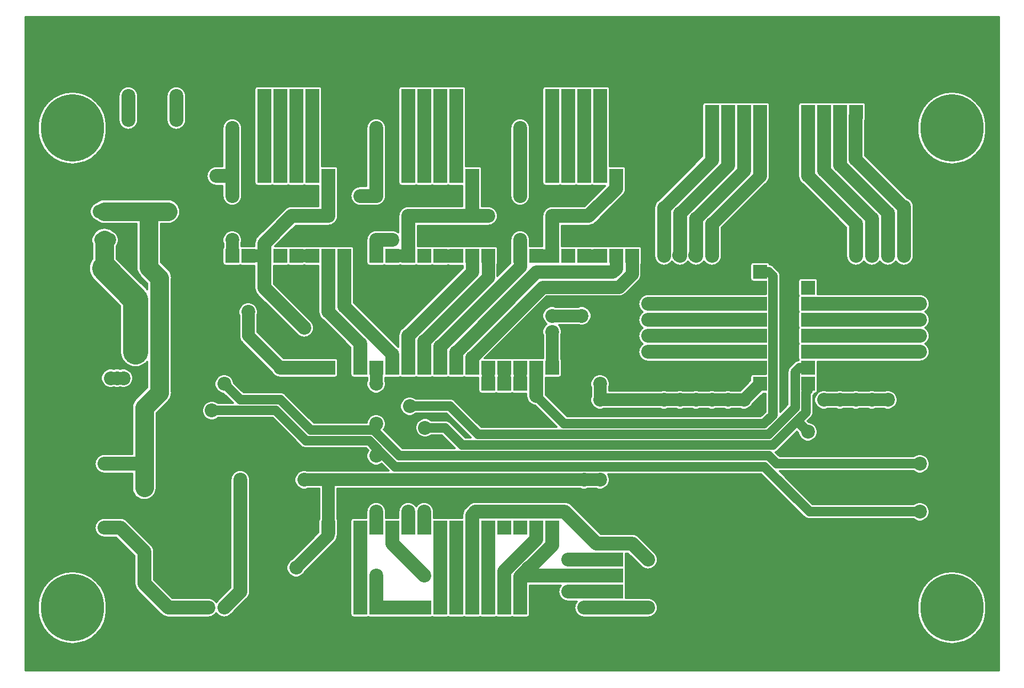
<source format=gbr>
%TF.GenerationSoftware,KiCad,Pcbnew,(5.1.6)-1*%
%TF.CreationDate,2022-03-05T10:06:30-05:00*%
%TF.ProjectId,controller,636f6e74-726f-46c6-9c65-722e6b696361,rev?*%
%TF.SameCoordinates,Original*%
%TF.FileFunction,Copper,L2,Bot*%
%TF.FilePolarity,Positive*%
%FSLAX46Y46*%
G04 Gerber Fmt 4.6, Leading zero omitted, Abs format (unit mm)*
G04 Created by KiCad (PCBNEW (5.1.6)-1) date 2022-03-05 10:06:30*
%MOMM*%
%LPD*%
G01*
G04 APERTURE LIST*
%TA.AperFunction,ComponentPad*%
%ADD10C,2.200000*%
%TD*%
%TA.AperFunction,ComponentPad*%
%ADD11R,2.200000X2.200000*%
%TD*%
%TA.AperFunction,ViaPad*%
%ADD12C,5.100000*%
%TD*%
%TA.AperFunction,ViaPad*%
%ADD13C,2.200000*%
%TD*%
%TA.AperFunction,Conductor*%
%ADD14C,10.000000*%
%TD*%
%TA.AperFunction,Conductor*%
%ADD15C,2.000000*%
%TD*%
%TA.AperFunction,Conductor*%
%ADD16C,2.200000*%
%TD*%
%TA.AperFunction,Conductor*%
%ADD17C,3.000000*%
%TD*%
%TA.AperFunction,Conductor*%
%ADD18C,4.000000*%
%TD*%
%TA.AperFunction,Conductor*%
%ADD19C,2.100000*%
%TD*%
%TA.AperFunction,Conductor*%
%ADD20C,1.500000*%
%TD*%
%TA.AperFunction,Conductor*%
%ADD21C,0.300000*%
%TD*%
G04 APERTURE END LIST*
D10*
%TO.P,SW1,3*%
%TO.N,Net-(J11-Pad1)*%
X10160000Y61540000D03*
%TO.P,SW1,2*%
X10160000Y66040000D03*
%TO.P,SW1,1*%
%TO.N,+24V*%
X10160000Y70540000D03*
X10922000Y70540000D03*
X9398000Y70540000D03*
%TO.P,SW1,2*%
%TO.N,Net-(J11-Pad1)*%
X10922000Y66040000D03*
X9652000Y66040000D03*
%TO.P,SW1,3*%
X10922000Y61540000D03*
X9652000Y61540000D03*
%TD*%
%TO.P,J11,3*%
%TO.N,N/C*%
X13208000Y44069000D03*
X12192000Y44069000D03*
X11176000Y44069000D03*
%TO.P,J11,1*%
%TO.N,Net-(J11-Pad1)*%
X15240000Y47879000D03*
X15240000Y48895000D03*
X15240000Y49911000D03*
%TO.P,J11,2*%
%TO.N,GND*%
X9144000Y47879000D03*
X9144000Y48895000D03*
X9144000Y49911000D03*
%TD*%
%TO.P,R8,2*%
%TO.N,Net-(C9-Pad1)*%
X106680000Y55880000D03*
%TO.P,R8,1*%
%TO.N,Net-(J17-Pad1)*%
X106680000Y63500000D03*
%TD*%
D11*
%TO.P,J15,1*%
%TO.N,Net-(J15-Pad1)*%
X109220000Y86360000D03*
%TO.P,J15,2*%
%TO.N,GND*%
X109220000Y88900000D03*
%TD*%
%TO.P,U1,30*%
%TO.N,+3V3*%
X45720000Y20320000D03*
%TO.P,U1,29*%
%TO.N,GND*%
X48260000Y20320000D03*
%TO.P,U1,28*%
%TO.N,LED*%
X50800000Y20320000D03*
%TO.P,U1,27*%
%TO.N,PWM_1*%
X53340000Y20320000D03*
%TO.P,U1,26*%
%TO.N,SD_CS*%
X55880000Y20320000D03*
%TO.P,U1,25*%
%TO.N,SW_CLK*%
X58420000Y20320000D03*
%TO.P,U1,24*%
%TO.N,SW_LATCH*%
X60960000Y20320000D03*
%TO.P,U1,23*%
%TO.N,TOUCH_CS*%
X63500000Y20320000D03*
%TO.P,U1,22*%
%TO.N,MCLK*%
X66040000Y20320000D03*
%TO.P,U1,21*%
%TO.N,MISO*%
X68580000Y20320000D03*
%TO.P,U1,20*%
%TO.N,TFT_DC*%
X71120000Y20320000D03*
%TO.P,U1,19*%
%TO.N,Net-(U1-Pad19)*%
X73660000Y20320000D03*
%TO.P,U1,18*%
%TO.N,Net-(U1-Pad18)*%
X76200000Y20320000D03*
%TO.P,U1,17*%
%TO.N,TFT_CS*%
X78740000Y20320000D03*
%TO.P,U1,16*%
%TO.N,MOSI*%
X81280000Y20320000D03*
%TO.P,U1,15*%
%TO.N,Net-(C4-Pad2)*%
X81280000Y45720000D03*
%TO.P,U1,14*%
%TO.N,SW_DATA*%
X78740000Y45720000D03*
%TO.P,U1,13*%
%TO.N,Net-(J10-Pad1)*%
X76200000Y45720000D03*
%TO.P,U1,12*%
%TO.N,Net-(J9-Pad1)*%
X73660000Y45720000D03*
%TO.P,U1,11*%
%TO.N,Net-(J8-Pad1)*%
X71120000Y45720000D03*
%TO.P,U1,10*%
%TO.N,Z_DIR*%
X68580000Y45720000D03*
%TO.P,U1,9*%
%TO.N,Z_STEP*%
X66040000Y45720000D03*
%TO.P,U1,8*%
%TO.N,STEP_EN*%
X63500000Y45720000D03*
%TO.P,U1,7*%
%TO.N,Y_DIR*%
X60960000Y45720000D03*
%TO.P,U1,6*%
%TO.N,Y_STEP*%
X58420000Y45720000D03*
%TO.P,U1,5*%
%TO.N,X_DIR*%
X55880000Y45720000D03*
%TO.P,U1,4*%
%TO.N,PWM_2*%
X53340000Y45720000D03*
%TO.P,U1,3*%
%TO.N,X_STEP*%
X50800000Y45720000D03*
%TO.P,U1,2*%
%TO.N,GND*%
X48260000Y45720000D03*
%TO.P,U1,1*%
%TO.N,+5V*%
X45720000Y45720000D03*
%TD*%
D10*
%TO.P,C1,1*%
%TO.N,+24V*%
X30480000Y83820000D03*
%TO.P,C1,2*%
%TO.N,GND*%
X27940000Y83820000D03*
%TD*%
%TO.P,C2,2*%
%TO.N,GND*%
X50800000Y83820000D03*
%TO.P,C2,1*%
%TO.N,+24V*%
X53340000Y83820000D03*
%TD*%
%TO.P,C4,1*%
%TO.N,+3V3*%
X81280000Y53975000D03*
%TO.P,C4,2*%
%TO.N,Net-(C4-Pad2)*%
X81280000Y51435000D03*
%TD*%
%TO.P,C3,1*%
%TO.N,+24V*%
X76200000Y83820000D03*
%TO.P,C3,2*%
%TO.N,GND*%
X73660000Y83820000D03*
%TD*%
%TO.P,C6,1*%
%TO.N,Net-(C6-Pad1)*%
X96520000Y48260000D03*
%TO.P,C6,2*%
%TO.N,GND*%
X93980000Y48260000D03*
%TD*%
%TO.P,C7,2*%
%TO.N,GND*%
X93980000Y50800000D03*
%TO.P,C7,1*%
%TO.N,Net-(C7-Pad1)*%
X96520000Y50800000D03*
%TD*%
%TO.P,C8,1*%
%TO.N,Net-(C8-Pad1)*%
X96520000Y53340000D03*
%TO.P,C8,2*%
%TO.N,GND*%
X93980000Y53340000D03*
%TD*%
%TO.P,C9,2*%
%TO.N,GND*%
X93980000Y55880000D03*
%TO.P,C9,1*%
%TO.N,Net-(C9-Pad1)*%
X96520000Y55880000D03*
%TD*%
%TO.P,C10,1*%
%TO.N,Net-(C10-Pad1)*%
X139700000Y55880000D03*
%TO.P,C10,2*%
%TO.N,GND*%
X142240000Y55880000D03*
%TD*%
%TO.P,C11,2*%
%TO.N,GND*%
X142240000Y53340000D03*
%TO.P,C11,1*%
%TO.N,Net-(C11-Pad1)*%
X139700000Y53340000D03*
%TD*%
%TO.P,C12,1*%
%TO.N,Net-(C12-Pad1)*%
X139700000Y50800000D03*
%TO.P,C12,2*%
%TO.N,GND*%
X142240000Y50800000D03*
%TD*%
%TO.P,C14,2*%
%TO.N,GND*%
X142240000Y48260000D03*
%TO.P,C14,1*%
%TO.N,Net-(C14-Pad1)*%
X139700000Y48260000D03*
%TD*%
D11*
%TO.P,J8,1*%
%TO.N,Net-(J8-Pad1)*%
X71120000Y43180000D03*
%TD*%
%TO.P,J9,1*%
%TO.N,Net-(J9-Pad1)*%
X73660000Y43180000D03*
%TD*%
%TO.P,J10,1*%
%TO.N,Net-(J10-Pad1)*%
X76200000Y43180000D03*
%TD*%
%TO.P,J14,2*%
%TO.N,GND*%
X106680000Y88900000D03*
%TO.P,J14,1*%
%TO.N,Net-(J14-Pad1)*%
X106680000Y86360000D03*
%TD*%
%TO.P,J23,1*%
%TO.N,+5V*%
X53340000Y7620000D03*
%TO.P,J23,2*%
%TO.N,LED*%
X50800000Y7620000D03*
%TO.P,J23,3*%
%TO.N,GND*%
X48260000Y7620000D03*
%TD*%
%TO.P,J22,1*%
%TO.N,GND*%
X78740000Y7620000D03*
%TO.P,J22,2*%
%TO.N,MOSI*%
X76200000Y7620000D03*
%TO.P,J22,3*%
%TO.N,TFT_CS*%
X73660000Y7620000D03*
%TO.P,J22,4*%
%TO.N,TFT_DC*%
X71120000Y7620000D03*
%TO.P,J22,5*%
%TO.N,MISO*%
X68580000Y7620000D03*
%TO.P,J22,6*%
%TO.N,MCLK*%
X66040000Y7620000D03*
%TO.P,J22,7*%
%TO.N,TOUCH_CS*%
X63500000Y7620000D03*
%TO.P,J22,8*%
%TO.N,+5V*%
X60960000Y7620000D03*
%TD*%
%TO.P,J16,2*%
%TO.N,GND*%
X111760000Y88900000D03*
%TO.P,J16,1*%
%TO.N,Net-(J16-Pad1)*%
X111760000Y86360000D03*
%TD*%
%TO.P,J17,2*%
%TO.N,GND*%
X114300000Y88900000D03*
%TO.P,J17,1*%
%TO.N,Net-(J17-Pad1)*%
X114300000Y86360000D03*
%TD*%
%TO.P,J18,2*%
%TO.N,GND*%
X121920000Y88900000D03*
%TO.P,J18,1*%
%TO.N,Net-(J18-Pad1)*%
X121920000Y86360000D03*
%TD*%
%TO.P,J19,1*%
%TO.N,Net-(J19-Pad1)*%
X124460000Y86360000D03*
%TO.P,J19,2*%
%TO.N,GND*%
X124460000Y88900000D03*
%TD*%
%TO.P,J20,1*%
%TO.N,Net-(J20-Pad1)*%
X127000000Y86360000D03*
%TO.P,J20,2*%
%TO.N,GND*%
X127000000Y88900000D03*
%TD*%
%TO.P,J21,2*%
%TO.N,GND*%
X129540000Y88900000D03*
%TO.P,J21,1*%
%TO.N,Net-(J21-Pad1)*%
X129540000Y86360000D03*
%TD*%
%TO.P,M1,1*%
%TO.N,X_DIR*%
X48260000Y63500000D03*
%TO.P,M1,2*%
%TO.N,X_STEP*%
X45720000Y63500000D03*
%TO.P,M1,3*%
%TO.N,Net-(M1-Pad3)*%
X43180000Y63500000D03*
%TO.P,M1,4*%
X40640000Y63500000D03*
%TO.P,M1,5*%
%TO.N,Net-(M1-Pad5)*%
X38100000Y63500000D03*
%TO.P,M1,6*%
%TO.N,+3V3*%
X35560000Y63500000D03*
%TO.P,M1,7*%
X33020000Y63500000D03*
%TO.P,M1,8*%
%TO.N,STEP_EN*%
X30480000Y63500000D03*
%TO.P,M1,16*%
%TO.N,GND*%
X48260000Y76200000D03*
%TO.P,M1,15*%
%TO.N,+3V3*%
X45720000Y76200000D03*
%TO.P,M1,14*%
%TO.N,Net-(J1-Pad4)*%
X43180000Y76200000D03*
%TO.P,M1,13*%
%TO.N,Net-(J1-Pad3)*%
X40640000Y76200000D03*
%TO.P,M1,12*%
%TO.N,Net-(J1-Pad2)*%
X38100000Y76200000D03*
%TO.P,M1,11*%
%TO.N,Net-(J1-Pad1)*%
X35560000Y76200000D03*
%TO.P,M1,10*%
%TO.N,GND*%
X33020000Y76200000D03*
%TO.P,M1,9*%
%TO.N,+24V*%
X30480000Y76200000D03*
%TD*%
%TO.P,M2,1*%
%TO.N,Y_DIR*%
X71120000Y63500000D03*
%TO.P,M2,2*%
%TO.N,Y_STEP*%
X68580000Y63500000D03*
%TO.P,M2,3*%
%TO.N,Net-(M2-Pad3)*%
X66040000Y63500000D03*
%TO.P,M2,4*%
X63500000Y63500000D03*
%TO.P,M2,5*%
%TO.N,Net-(M2-Pad5)*%
X60960000Y63500000D03*
%TO.P,M2,6*%
%TO.N,+3V3*%
X58420000Y63500000D03*
%TO.P,M2,7*%
X55880000Y63500000D03*
%TO.P,M2,8*%
%TO.N,STEP_EN*%
X53340000Y63500000D03*
%TO.P,M2,16*%
%TO.N,GND*%
X71120000Y76200000D03*
%TO.P,M2,15*%
%TO.N,+3V3*%
X68580000Y76200000D03*
%TO.P,M2,14*%
%TO.N,Net-(J2-Pad4)*%
X66040000Y76200000D03*
%TO.P,M2,13*%
%TO.N,Net-(J2-Pad3)*%
X63500000Y76200000D03*
%TO.P,M2,12*%
%TO.N,Net-(J2-Pad2)*%
X60960000Y76200000D03*
%TO.P,M2,11*%
%TO.N,Net-(J2-Pad1)*%
X58420000Y76200000D03*
%TO.P,M2,10*%
%TO.N,GND*%
X55880000Y76200000D03*
%TO.P,M2,9*%
%TO.N,+24V*%
X53340000Y76200000D03*
%TD*%
%TO.P,M3,9*%
%TO.N,+24V*%
X76200000Y76200000D03*
%TO.P,M3,10*%
%TO.N,GND*%
X78740000Y76200000D03*
%TO.P,M3,11*%
%TO.N,Net-(J3-Pad1)*%
X81280000Y76200000D03*
%TO.P,M3,12*%
%TO.N,Net-(J3-Pad2)*%
X83820000Y76200000D03*
%TO.P,M3,13*%
%TO.N,Net-(J3-Pad3)*%
X86360000Y76200000D03*
%TO.P,M3,14*%
%TO.N,Net-(J3-Pad4)*%
X88900000Y76200000D03*
%TO.P,M3,15*%
%TO.N,+3V3*%
X91440000Y76200000D03*
%TO.P,M3,16*%
%TO.N,GND*%
X93980000Y76200000D03*
%TO.P,M3,8*%
%TO.N,STEP_EN*%
X76200000Y63500000D03*
%TO.P,M3,7*%
%TO.N,+3V3*%
X78740000Y63500000D03*
%TO.P,M3,6*%
X81280000Y63500000D03*
%TO.P,M3,5*%
%TO.N,Net-(M3-Pad5)*%
X83820000Y63500000D03*
%TO.P,M3,4*%
%TO.N,Net-(M3-Pad3)*%
X86360000Y63500000D03*
%TO.P,M3,3*%
X88900000Y63500000D03*
%TO.P,M3,2*%
%TO.N,Z_STEP*%
X91440000Y63500000D03*
%TO.P,M3,1*%
%TO.N,Z_DIR*%
X93980000Y63500000D03*
%TD*%
%TO.P,M5,1*%
%TO.N,GND*%
X91440000Y20320000D03*
%TO.P,M5,2*%
%TO.N,MISO*%
X91440000Y17780000D03*
%TO.P,M5,3*%
%TO.N,MCLK*%
X91440000Y15240000D03*
%TO.P,M5,4*%
%TO.N,MOSI*%
X91440000Y12700000D03*
%TO.P,M5,5*%
%TO.N,SD_CS*%
X91440000Y10160000D03*
%TO.P,M5,6*%
%TO.N,+3V3*%
X91440000Y7620000D03*
%TD*%
D10*
%TO.P,R11,1*%
%TO.N,+3V3*%
X96520000Y7620000D03*
%TO.P,R11,2*%
%TO.N,MISO*%
X96520000Y15240000D03*
%TD*%
%TO.P,R1,1*%
%TO.N,+3V3*%
X101600000Y40640000D03*
%TO.P,R1,2*%
%TO.N,Net-(C6-Pad1)*%
X101600000Y48260000D03*
%TD*%
%TO.P,R2,2*%
%TO.N,Net-(C6-Pad1)*%
X99060000Y48260000D03*
%TO.P,R2,1*%
%TO.N,Net-(J14-Pad1)*%
X99060000Y63500000D03*
%TD*%
%TO.P,R3,1*%
%TO.N,+3V3*%
X104140000Y40640000D03*
%TO.P,R3,2*%
%TO.N,Net-(C7-Pad1)*%
X104140000Y50800000D03*
%TD*%
%TO.P,R4,2*%
%TO.N,Net-(C7-Pad1)*%
X101600000Y50800000D03*
%TO.P,R4,1*%
%TO.N,Net-(J15-Pad1)*%
X101600000Y63500000D03*
%TD*%
%TO.P,R5,2*%
%TO.N,Net-(C8-Pad1)*%
X106680000Y53340000D03*
%TO.P,R5,1*%
%TO.N,+3V3*%
X106680000Y40640000D03*
%TD*%
%TO.P,R6,2*%
%TO.N,Net-(C8-Pad1)*%
X104140000Y53340000D03*
%TO.P,R6,1*%
%TO.N,Net-(J16-Pad1)*%
X104140000Y63500000D03*
%TD*%
%TO.P,R7,2*%
%TO.N,Net-(C9-Pad1)*%
X109220000Y55880000D03*
%TO.P,R7,1*%
%TO.N,+3V3*%
X109220000Y40640000D03*
%TD*%
%TO.P,R9,1*%
%TO.N,+3V3*%
X127000000Y40640000D03*
%TO.P,R9,2*%
%TO.N,Net-(C10-Pad1)*%
X127000000Y55880000D03*
%TD*%
%TO.P,R10,1*%
%TO.N,Net-(J18-Pad1)*%
X129540000Y63500000D03*
%TO.P,R10,2*%
%TO.N,Net-(C10-Pad1)*%
X129540000Y55880000D03*
%TD*%
%TO.P,R12,1*%
%TO.N,+3V3*%
X129540000Y40640000D03*
%TO.P,R12,2*%
%TO.N,Net-(C11-Pad1)*%
X129540000Y53340000D03*
%TD*%
%TO.P,R13,1*%
%TO.N,Net-(J19-Pad1)*%
X132080000Y63500000D03*
%TO.P,R13,2*%
%TO.N,Net-(C11-Pad1)*%
X132080000Y53340000D03*
%TD*%
%TO.P,R14,2*%
%TO.N,Net-(C12-Pad1)*%
X132080000Y50800000D03*
%TO.P,R14,1*%
%TO.N,+3V3*%
X132080000Y40640000D03*
%TD*%
%TO.P,R15,1*%
%TO.N,Net-(J20-Pad1)*%
X134620000Y63500000D03*
%TO.P,R15,2*%
%TO.N,Net-(C12-Pad1)*%
X134620000Y50800000D03*
%TD*%
%TO.P,R16,2*%
%TO.N,Net-(C14-Pad1)*%
X134620000Y48260000D03*
%TO.P,R16,1*%
%TO.N,+3V3*%
X134620000Y40640000D03*
%TD*%
%TO.P,R17,1*%
%TO.N,Net-(J21-Pad1)*%
X137160000Y63500000D03*
%TO.P,R17,2*%
%TO.N,Net-(C14-Pad1)*%
X137160000Y48260000D03*
%TD*%
D11*
%TO.P,U2,1*%
%TO.N,SW_DATA*%
X114300000Y60960000D03*
%TO.P,U2,9*%
%TO.N,SW_LATCH*%
X121920000Y43180000D03*
%TO.P,U2,2*%
%TO.N,GND*%
X114300000Y58420000D03*
%TO.P,U2,10*%
%TO.N,SW_CLK*%
X121920000Y45720000D03*
%TO.P,U2,3*%
%TO.N,Net-(C9-Pad1)*%
X114300000Y55880000D03*
%TO.P,U2,11*%
%TO.N,Net-(C14-Pad1)*%
X121920000Y48260000D03*
%TO.P,U2,4*%
%TO.N,Net-(C8-Pad1)*%
X114300000Y53340000D03*
%TO.P,U2,12*%
%TO.N,Net-(C12-Pad1)*%
X121920000Y50800000D03*
%TO.P,U2,5*%
%TO.N,Net-(C7-Pad1)*%
X114300000Y50800000D03*
%TO.P,U2,13*%
%TO.N,Net-(C11-Pad1)*%
X121920000Y53340000D03*
%TO.P,U2,6*%
%TO.N,Net-(C6-Pad1)*%
X114300000Y48260000D03*
%TO.P,U2,14*%
%TO.N,Net-(C10-Pad1)*%
X121920000Y55880000D03*
%TO.P,U2,7*%
%TO.N,GND*%
X114300000Y45720000D03*
%TO.P,U2,15*%
%TO.N,Net-(U2-Pad15)*%
X121920000Y58420000D03*
%TO.P,U2,8*%
%TO.N,+3V3*%
X114300000Y43180000D03*
%TO.P,U2,16*%
%TO.N,GND*%
X121920000Y60960000D03*
%TD*%
D10*
%TO.P,C13,1*%
%TO.N,GND*%
X124460000Y35560000D03*
%TO.P,C13,2*%
%TO.N,SW_LATCH*%
X121920000Y35560000D03*
%TD*%
D11*
%TO.P,J1,1*%
%TO.N,Net-(J1-Pad1)*%
X35560000Y88900000D03*
%TO.P,J1,2*%
%TO.N,Net-(J1-Pad2)*%
X38100000Y88900000D03*
%TO.P,J1,3*%
%TO.N,Net-(J1-Pad3)*%
X40640000Y88900000D03*
%TO.P,J1,4*%
%TO.N,Net-(J1-Pad4)*%
X43180000Y88900000D03*
%TD*%
%TO.P,J2,4*%
%TO.N,Net-(J2-Pad4)*%
X66040000Y88900000D03*
%TO.P,J2,3*%
%TO.N,Net-(J2-Pad3)*%
X63500000Y88900000D03*
%TO.P,J2,2*%
%TO.N,Net-(J2-Pad2)*%
X60960000Y88900000D03*
%TO.P,J2,1*%
%TO.N,Net-(J2-Pad1)*%
X58420000Y88900000D03*
%TD*%
%TO.P,J3,1*%
%TO.N,Net-(J3-Pad1)*%
X81280000Y88900000D03*
%TO.P,J3,2*%
%TO.N,Net-(J3-Pad2)*%
X83820000Y88900000D03*
%TO.P,J3,3*%
%TO.N,Net-(J3-Pad3)*%
X86360000Y88900000D03*
%TO.P,J3,4*%
%TO.N,Net-(J3-Pad4)*%
X88900000Y88900000D03*
%TD*%
D10*
%TO.P,J4,1*%
%TO.N,GND*%
X11430000Y88900000D03*
%TO.P,J4,2*%
%TO.N,PWM_1*%
X13970000Y88900000D03*
%TD*%
%TO.P,J5,2*%
%TO.N,PWM_1*%
X139700000Y22860000D03*
%TO.P,J5,1*%
%TO.N,GND*%
X139700000Y25400000D03*
%TD*%
%TO.P,J6,1*%
%TO.N,GND*%
X19050000Y88900000D03*
%TO.P,J6,2*%
%TO.N,PWM_2*%
X21590000Y88900000D03*
%TD*%
%TO.P,J7,2*%
%TO.N,PWM_2*%
X139700000Y30480000D03*
%TO.P,J7,1*%
%TO.N,GND*%
X139700000Y33020000D03*
%TD*%
%TO.P,M4,1*%
%TO.N,GND*%
X25400000Y29210000D03*
%TO.P,M4,2*%
X25400000Y13970000D03*
%TO.P,M4,3*%
%TO.N,Net-(J24-Pad2)*%
X16510000Y13970000D03*
%TO.P,M4,4*%
%TO.N,+24V*%
X16510000Y29210000D03*
%TD*%
%TO.P,J24,1*%
%TO.N,+5V*%
X29210000Y7620000D03*
%TO.P,J24,2*%
%TO.N,Net-(J24-Pad2)*%
X26670000Y7620000D03*
%TD*%
%TO.P,J12,1*%
%TO.N,GND*%
X10160000Y25400000D03*
%TD*%
%TO.P,J13,1*%
%TO.N,+24V*%
X10160000Y30480000D03*
%TD*%
%TO.P,J25,1*%
%TO.N,GND*%
X10160000Y35560000D03*
%TD*%
%TO.P,J26,1*%
%TO.N,Net-(J24-Pad2)*%
X10160000Y20320000D03*
%TD*%
%TO.P,C15,1*%
%TO.N,+3V3*%
X40640000Y13970000D03*
%TO.P,C15,2*%
%TO.N,GND*%
X38100000Y13970000D03*
%TD*%
%TO.P,C5,1*%
%TO.N,+5V*%
X33020000Y54610000D03*
%TO.P,C5,2*%
%TO.N,GND*%
X27940000Y54610000D03*
%TD*%
D12*
%TO.N,*%
X5080000Y83820000D03*
X5080000Y7620000D03*
X144780000Y7620000D03*
X144780000Y83820000D03*
D13*
%TO.N,+24V*%
X30480000Y73025000D03*
X50800000Y73025000D03*
X76200000Y73025000D03*
X53340000Y73025000D03*
X27940000Y76200000D03*
X20265000Y70540000D03*
%TO.N,+3V3*%
X111760000Y40640000D03*
X45720000Y69850000D03*
X58420000Y69850000D03*
X71120000Y69850000D03*
X81280000Y69850000D03*
X124460000Y40640000D03*
X99060000Y40640000D03*
X85979000Y53975000D03*
X88900000Y43180000D03*
X88900000Y40640000D03*
X88900000Y27940000D03*
X86360000Y27940000D03*
X86360000Y7620000D03*
X41910000Y52070000D03*
X41910000Y27940000D03*
%TO.N,+5V*%
X31750000Y10160000D03*
X31750000Y27940000D03*
X38100000Y45720000D03*
X53340000Y12700000D03*
%TO.N,SW_LATCH*%
X61087000Y36195000D03*
X60960000Y22860000D03*
%TO.N,PWM_1*%
X53340000Y22860000D03*
X53340000Y31750000D03*
X13970000Y85090000D03*
X27235833Y38939990D03*
%TO.N,PWM_2*%
X53340000Y43180000D03*
X53340000Y36830000D03*
X21590000Y85090000D03*
X29210000Y43180000D03*
%TO.N,STEP_EN*%
X76200000Y66040000D03*
X55880000Y66040000D03*
X53340000Y66040000D03*
X30480000Y66040000D03*
%TO.N,MCLK*%
X66040000Y15240000D03*
X66040000Y15240000D03*
X83820000Y15240000D03*
%TO.N,SD_CS*%
X60960000Y12700000D03*
X83820000Y10160000D03*
%TO.N,SW_CLK*%
X58674000Y39624000D03*
X58420000Y22860000D03*
%TD*%
D14*
%TO.N,*%
X5080000Y84137500D02*
X5080000Y83502500D01*
X5080000Y7937500D02*
X5080000Y7302500D01*
X144780000Y7937500D02*
X144780000Y7302500D01*
X144780000Y84137500D02*
X144780000Y83502500D01*
D15*
%TO.N,Net-(C4-Pad2)*%
X81280000Y45720000D02*
X81280000Y51435000D01*
D16*
%TO.N,Net-(C6-Pad1)*%
X114300000Y48260000D02*
X96520000Y48260000D01*
%TO.N,Net-(C7-Pad1)*%
X114300000Y50800000D02*
X96520000Y50800000D01*
%TO.N,Net-(C8-Pad1)*%
X114300000Y53340000D02*
X96520000Y53340000D01*
%TO.N,Net-(C9-Pad1)*%
X114300000Y55880000D02*
X96520000Y55880000D01*
%TO.N,Net-(C10-Pad1)*%
X121920000Y55880000D02*
X139700000Y55880000D01*
%TO.N,Net-(C11-Pad1)*%
X121920000Y53340000D02*
X139700000Y53340000D01*
%TO.N,Net-(C12-Pad1)*%
X121920000Y50800000D02*
X139700000Y50800000D01*
D15*
%TO.N,Net-(J8-Pad1)*%
X71120000Y45720000D02*
X71120000Y43180000D01*
%TO.N,Net-(J9-Pad1)*%
X73660000Y45720000D02*
X73660000Y43180000D01*
%TO.N,Net-(J10-Pad1)*%
X76200000Y45720000D02*
X76200000Y43180000D01*
D17*
%TO.N,Net-(J11-Pad1)*%
X10160000Y61540000D02*
X10160000Y66040000D01*
D18*
X15113000Y56587000D02*
X10160000Y61540000D01*
X15113000Y48260000D02*
X15113000Y56587000D01*
D16*
%TO.N,Net-(J16-Pad1)*%
X104000001Y63639999D02*
X104140000Y63500000D01*
X104140000Y63500000D02*
X104140000Y69434126D01*
D19*
X104140000Y69434126D02*
X111760000Y77054126D01*
D16*
X111760000Y85725000D02*
X111760000Y77054126D01*
X111760000Y86360000D02*
X111760000Y85725000D01*
%TO.N,Net-(J17-Pad1)*%
X106680000Y68580000D02*
X106680000Y63500000D01*
D19*
X114300000Y76200000D02*
X106680000Y68580000D01*
D16*
X114300000Y86360000D02*
X114300000Y76200000D01*
%TO.N,Net-(J18-Pad1)*%
X129540000Y68580000D02*
X129540000Y63500000D01*
D19*
X121920000Y76200000D02*
X129540000Y68580000D01*
D16*
X121920000Y86360000D02*
X121920000Y76200000D01*
%TO.N,Net-(J19-Pad1)*%
X132080000Y63500000D02*
X132080000Y69434126D01*
D19*
X132080000Y69434126D02*
X124460000Y77054126D01*
D16*
X124460000Y86360000D02*
X124460000Y77054126D01*
%TO.N,Net-(J20-Pad1)*%
X134620000Y63500000D02*
X134620000Y70288252D01*
D19*
X134620000Y70288252D02*
X127000000Y77908252D01*
D16*
X127000000Y86360000D02*
X127000000Y77908252D01*
%TO.N,Net-(J21-Pad1)*%
X137160000Y63500000D02*
X137160000Y71308699D01*
D19*
X137096500Y71247000D02*
X129476500Y78867000D01*
D16*
X129476500Y85661500D02*
X129476500Y78867000D01*
X129540000Y85725000D02*
X129476500Y85661500D01*
X129540000Y86360000D02*
X129540000Y85725000D01*
D15*
%TO.N,Net-(M1-Pad3)*%
X43180000Y63500000D02*
X40640000Y63500000D01*
D19*
%TO.N,Net-(M2-Pad3)*%
X63500000Y63500000D02*
X66040000Y63500000D01*
%TO.N,Net-(M3-Pad3)*%
X86360000Y63500000D02*
X88900000Y63500000D01*
D16*
%TO.N,+24V*%
X30480000Y76200000D02*
X27940000Y76200000D01*
X27940000Y76200000D02*
X27940000Y76200000D01*
D17*
X17200000Y70540000D02*
X17200000Y70540000D01*
X10160000Y70540000D02*
X17200000Y70540000D01*
X17200000Y61692604D02*
X17200000Y64232604D01*
X17200000Y64232604D02*
X17200000Y70540000D01*
D16*
X10160000Y30480000D02*
X15240000Y30480000D01*
D17*
X16510000Y26670000D02*
X16510000Y39370000D01*
X16510000Y39370000D02*
X18940010Y41800010D01*
X18940010Y59952594D02*
X17200000Y61692604D01*
X18940010Y41800010D02*
X18940010Y59952594D01*
D16*
X30480000Y73025000D02*
X30480000Y83820000D01*
X53340000Y73025000D02*
X53340000Y83820000D01*
X50800000Y73025000D02*
X53340000Y73025000D01*
X76200000Y73025000D02*
X76200000Y83820000D01*
D17*
X17200000Y70540000D02*
X20265000Y70540000D01*
X20265000Y70540000D02*
X20265000Y70540000D01*
D15*
%TO.N,+3V3*%
X33020000Y63500000D02*
X35560000Y63500000D01*
X55880000Y63500000D02*
X58420000Y63500000D01*
D19*
X78740000Y63500000D02*
X81280000Y63500000D01*
D15*
X127000000Y40640000D02*
X134620000Y40640000D01*
X101600000Y40640000D02*
X109220000Y40640000D01*
X111760000Y40640000D02*
X114300000Y43180000D01*
X109220000Y40640000D02*
X111760000Y40640000D01*
X101600000Y40640000D02*
X99060000Y40640000D01*
X99060000Y40640000D02*
X99060000Y40640000D01*
X99060000Y40640000D02*
X88900000Y40640000D01*
X127000000Y40640000D02*
X124460000Y40640000D01*
D16*
X91440000Y7620000D02*
X96520000Y7620000D01*
D15*
X86360000Y27940000D02*
X86360000Y27940000D01*
X88900000Y40640000D02*
X88900000Y40640000D01*
X81280000Y53975000D02*
X85979000Y53975000D01*
X49530000Y27940000D02*
X49530000Y27940000D01*
X85979000Y53975000D02*
X85979000Y53975000D01*
X88900000Y43180000D02*
X88900000Y43180000D01*
X88900000Y40640000D02*
X88900000Y43180000D01*
X88900000Y27940000D02*
X88900000Y27940000D01*
X88900000Y27940000D02*
X48260000Y27940000D01*
X45720000Y20320000D02*
X45720000Y27940000D01*
X48260000Y27940000D02*
X45720000Y27940000D01*
D16*
X91440000Y7620000D02*
X86360000Y7620000D01*
D15*
X45720000Y27940000D02*
X41910000Y27940000D01*
X45720000Y19050000D02*
X40640000Y13970000D01*
X45720000Y20320000D02*
X45720000Y19050000D01*
D16*
X35560000Y58420000D02*
X41910000Y52070000D01*
X35560000Y63500000D02*
X35560000Y58420000D01*
X39909998Y69850000D02*
X45720000Y69850000D01*
X35560000Y65500002D02*
X39909998Y69850000D01*
X35560000Y63500000D02*
X35560000Y65500002D01*
X45720000Y69850000D02*
X45720000Y76200000D01*
X58420000Y69850000D02*
X58420000Y63500000D01*
X68580000Y69850000D02*
X68580000Y76200000D01*
X68580000Y69850000D02*
X71120000Y69850000D01*
X58420000Y69850000D02*
X68580000Y69850000D01*
X81280000Y69850000D02*
X81280000Y63500000D01*
X91440000Y74199998D02*
X91440000Y76200000D01*
X87090002Y69850000D02*
X91440000Y74199998D01*
X81280000Y69850000D02*
X87090002Y69850000D01*
%TO.N,+5V*%
X53340000Y7620000D02*
X60960000Y7620000D01*
X45720000Y45720000D02*
X38100000Y45720000D01*
X31750000Y27940000D02*
X31750000Y27940000D01*
X38100000Y45720000D02*
X38100000Y45720000D01*
D15*
X38100000Y45720000D02*
X33020000Y50800000D01*
X33020000Y50800000D02*
X33020000Y54610000D01*
D16*
X29210000Y7620000D02*
X31750000Y10160000D01*
X31750000Y10160000D02*
X31750000Y27940000D01*
X53340000Y7620000D02*
X53340000Y12700000D01*
%TO.N,SW_LATCH*%
X60960000Y20320000D02*
X60960000Y22860000D01*
D20*
X121920000Y42164000D02*
X121570009Y41814009D01*
X121920000Y43180000D02*
X121920000Y42164000D01*
X121570009Y41814009D02*
X121570009Y38656655D01*
X116343334Y33429980D02*
X67183000Y33429980D01*
X67183000Y33429980D02*
X67027020Y33429980D01*
X67027020Y33429980D02*
X64262000Y36195000D01*
X64262000Y36195000D02*
X61087000Y36195000D01*
X61087000Y36195000D02*
X61087000Y36195000D01*
D16*
X60960000Y22860000D02*
X60960000Y22860000D01*
D20*
X121920000Y35560000D02*
X120196677Y37283323D01*
X121570009Y38656655D02*
X120196677Y37283323D01*
X120196677Y37283323D02*
X116343334Y33429980D01*
D16*
%TO.N,Net-(C14-Pad1)*%
X121920000Y48260000D02*
X139700000Y48260000D01*
%TO.N,Net-(J1-Pad1)*%
X35560000Y76200000D02*
X35560000Y88900000D01*
%TO.N,Net-(J1-Pad2)*%
X38100000Y76200000D02*
X38100000Y88900000D01*
%TO.N,Net-(J1-Pad3)*%
X40640000Y76200000D02*
X40640000Y88900000D01*
%TO.N,Net-(J1-Pad4)*%
X43180000Y76200000D02*
X43180000Y88900000D01*
%TO.N,Net-(J2-Pad4)*%
X66040000Y76200000D02*
X66040000Y88900000D01*
%TO.N,Net-(J2-Pad3)*%
X63500000Y76200000D02*
X63500000Y88900000D01*
%TO.N,Net-(J2-Pad2)*%
X60960000Y76200000D02*
X60960000Y88900000D01*
%TO.N,Net-(J2-Pad1)*%
X58420000Y76200000D02*
X58420000Y88900000D01*
%TO.N,Net-(J3-Pad1)*%
X81280000Y76200000D02*
X81280000Y88900000D01*
%TO.N,Net-(J3-Pad2)*%
X83820000Y76200000D02*
X83820000Y88900000D01*
%TO.N,Net-(J3-Pad3)*%
X86360000Y76200000D02*
X86360000Y88900000D01*
%TO.N,Net-(J3-Pad4)*%
X88900000Y76200000D02*
X88900000Y88900000D01*
%TO.N,PWM_1*%
X53340000Y20320000D02*
X53340000Y22860000D01*
X53340000Y22860000D02*
X53340000Y22860000D01*
D20*
X114992834Y30029960D02*
X56338863Y30029960D01*
X56338863Y30029960D02*
X55343020Y31025804D01*
X139700000Y22860000D02*
X122162794Y22860000D01*
X122162794Y22860000D02*
X114992834Y30029960D01*
X55343020Y31025804D02*
X54233412Y32135412D01*
X53848000Y31750000D02*
X54233412Y32135412D01*
X53340000Y31750000D02*
X53848000Y31750000D01*
X52250825Y34117999D02*
X54233412Y32135412D01*
X42217825Y34117999D02*
X52250825Y34117999D01*
X37395834Y38939990D02*
X42217825Y34117999D01*
X27235833Y38939990D02*
X27235833Y38939990D01*
D16*
X13970000Y88900000D02*
X13970000Y85090000D01*
X13970000Y85090000D02*
X13970000Y85090000D01*
D20*
X27235833Y38939990D02*
X37395834Y38939990D01*
%TO.N,PWM_2*%
X57043030Y31729970D02*
X115697000Y31729970D01*
X115697000Y31729970D02*
X116946970Y30480000D01*
X116946970Y30480000D02*
X139700000Y30480000D01*
D15*
X53340000Y45720000D02*
X53340000Y43899998D01*
X53340000Y43899998D02*
X53340000Y43180000D01*
X53340000Y43180000D02*
X53340000Y43180000D01*
D20*
X52954992Y35818008D02*
X50033992Y35818008D01*
X57043030Y31729970D02*
X52954992Y35818008D01*
X53340000Y36203016D02*
X52954992Y35818008D01*
X53340000Y36830000D02*
X53340000Y36203016D01*
X42921991Y35818009D02*
X50038000Y35818009D01*
X38100001Y40639999D02*
X42921991Y35818009D01*
D16*
X21590000Y88900000D02*
X21590000Y85090000D01*
D20*
X38100001Y40639999D02*
X31750001Y40639999D01*
X31750001Y40639999D02*
X29210000Y43180000D01*
D16*
X21590000Y85090000D02*
X21590000Y85090000D01*
D20*
X29210000Y43180000D02*
X29210000Y43180000D01*
D16*
%TO.N,Net-(J14-Pad1)*%
X99060000Y63500000D02*
X99060000Y71142378D01*
D19*
X99060000Y71142378D02*
X106680000Y78762378D01*
D16*
X106680000Y78762378D02*
X106680000Y86360000D01*
%TO.N,Net-(J15-Pad1)*%
X101460010Y63639990D02*
X101600000Y63500000D01*
X101600000Y70288252D02*
X101600000Y63500000D01*
D19*
X109220000Y77908252D02*
X101600000Y70288252D01*
D16*
X109220000Y78105000D02*
X109220000Y86360000D01*
X109220000Y77908252D02*
X109220000Y78105000D01*
%TO.N,X_DIR*%
X48260000Y63500000D02*
X48260000Y55464126D01*
D19*
X48260000Y55464126D02*
X55880000Y47844126D01*
D16*
X55880000Y45720000D02*
X55880000Y47844126D01*
%TO.N,X_STEP*%
X45720000Y54610000D02*
X45720000Y63500000D01*
D19*
X50800000Y49530000D02*
X45720000Y54610000D01*
D16*
X50800000Y45720000D02*
X50800000Y49530000D01*
D15*
%TO.N,STEP_EN*%
X30480000Y66040000D02*
X30480000Y66040000D01*
X30480000Y66040000D02*
X30480000Y63500000D01*
D19*
X76200000Y63500000D02*
X76200000Y61791748D01*
X76200000Y61791748D02*
X63500000Y49091748D01*
D16*
X63500000Y47720002D02*
X63500000Y49091748D01*
X63500000Y45720000D02*
X63500000Y47720002D01*
X53340000Y63500000D02*
X53340000Y66040000D01*
X53340000Y66040000D02*
X55880000Y66040000D01*
X76200000Y63500000D02*
X76200000Y66040000D01*
D19*
%TO.N,Y_DIR*%
X71120000Y60105874D02*
X71120000Y63500000D01*
X60960000Y49945874D02*
X71120000Y60105874D01*
D16*
X60960000Y45720000D02*
X60960000Y49945874D01*
D19*
%TO.N,Y_STEP*%
X68580000Y63500000D02*
X68580000Y60960000D01*
X68580000Y60960000D02*
X58420000Y50800000D01*
D16*
X58420000Y45720000D02*
X58420000Y50800000D01*
D19*
%TO.N,Z_STEP*%
X91440000Y63500000D02*
X91440000Y61499998D01*
X90900002Y60960000D02*
X78762378Y60960000D01*
X91440000Y61499998D02*
X90900002Y60960000D01*
X78762378Y60960000D02*
X66040000Y48237622D01*
D16*
X66040000Y46355000D02*
X66040000Y48237622D01*
X66040000Y45720000D02*
X66040000Y46355000D01*
D19*
%TO.N,Z_DIR*%
X93980000Y60645872D02*
X91894119Y58559991D01*
X93980000Y63500000D02*
X93980000Y60645872D01*
X79756494Y58559990D02*
X68580000Y47383496D01*
X91894119Y58559991D02*
X79756494Y58559990D01*
D16*
X68580000Y45720000D02*
X68580000Y47383496D01*
%TO.N,MISO*%
X68580000Y20320000D02*
X68580000Y7620000D01*
X68580000Y22320002D02*
X69119998Y22860000D01*
X68580000Y20320000D02*
X68580000Y22320002D01*
X88360002Y17780000D02*
X91440000Y17780000D01*
X83280002Y22860000D02*
X88360002Y17780000D01*
X69119998Y22860000D02*
X83280002Y22860000D01*
X93980000Y17780000D02*
X96520000Y15240000D01*
X91440000Y17780000D02*
X93980000Y17780000D01*
D15*
%TO.N,MCLK*%
X66040000Y15240000D02*
X66040000Y15240000D01*
X83820000Y15240000D02*
X83820000Y15240000D01*
D16*
X66040000Y20320000D02*
X66040000Y7620000D01*
X91440000Y15240000D02*
X83820000Y15240000D01*
%TO.N,MOSI*%
X81280000Y20320000D02*
X81280000Y17531779D01*
X77718221Y13970000D02*
X77611422Y13970000D01*
X81280000Y17531779D02*
X77718221Y13970000D01*
X76200000Y12558578D02*
X76200000Y7620000D01*
X77470000Y12700000D02*
X76905711Y13264289D01*
X91440000Y12700000D02*
X77470000Y12700000D01*
X77611422Y13970000D02*
X76905711Y13264289D01*
X76905711Y13264289D02*
X76200000Y12558578D01*
D15*
%TO.N,SD_CS*%
X60960000Y12700000D02*
X60960000Y12700000D01*
X83820000Y10160000D02*
X83820000Y10160000D01*
D16*
X91440000Y10160000D02*
X83820000Y10160000D01*
X55880000Y17780000D02*
X60960000Y12700000D01*
X55880000Y20320000D02*
X55880000Y17780000D01*
%TO.N,SW_CLK*%
X58420000Y20320000D02*
X58420000Y22860000D01*
D20*
X115639167Y35129990D02*
X69518010Y35129990D01*
X119869999Y39360822D02*
X115639167Y35129990D01*
X65024000Y39624000D02*
X58674000Y39624000D01*
X121920000Y45720000D02*
X120549998Y45720000D01*
X120549998Y45720000D02*
X119869999Y45040001D01*
X69518010Y35129990D02*
X65024000Y39624000D01*
X119869999Y45040001D02*
X119869999Y39360822D01*
X58674000Y39624000D02*
X58674000Y39624000D01*
D16*
X58420000Y22860000D02*
X58420000Y22860000D01*
%TO.N,TOUCH_CS*%
X63500000Y20320000D02*
X63500000Y7620000D01*
%TO.N,TFT_DC*%
X71120000Y20320000D02*
X71120000Y7620000D01*
%TO.N,TFT_CS*%
X73660000Y13412704D02*
X73660000Y7620000D01*
X78740000Y18492704D02*
X73660000Y13412704D01*
X78740000Y20320000D02*
X78740000Y18492704D01*
D20*
%TO.N,SW_DATA*%
X116350001Y60280001D02*
X116350001Y38245001D01*
X114300000Y60960000D02*
X115670002Y60960000D01*
X115670002Y60960000D02*
X116350001Y60280001D01*
X116350001Y38245001D02*
X114935000Y36830000D01*
X83185000Y36830000D02*
X78740000Y41275000D01*
X114935000Y36830000D02*
X83185000Y36830000D01*
D16*
X78740000Y45720000D02*
X78740000Y41275000D01*
%TO.N,LED*%
X50800000Y7620000D02*
X50800000Y20320000D01*
%TO.N,Net-(J24-Pad2)*%
X10160000Y20320000D02*
X12700000Y20320000D01*
X20320000Y7620000D02*
X26670000Y7620000D01*
X16510000Y13970000D02*
X16510000Y11430000D01*
X16510000Y11430000D02*
X20320000Y7620000D01*
X16510000Y13970000D02*
X16510000Y16510000D01*
X16510000Y16510000D02*
X12700000Y20320000D01*
%TD*%
D21*
%TO.N,GND*%
G36*
X152250000Y-2390000D02*
G01*
X-2390000Y-2390000D01*
X-2390000Y8205238D01*
X-370000Y8205238D01*
X-370000Y7034761D01*
X-291143Y6234113D01*
X20494Y5206784D01*
X526565Y4259992D01*
X1207623Y3430122D01*
X2037493Y2749065D01*
X2984285Y2242994D01*
X4011614Y1931357D01*
X5080000Y1826130D01*
X6148387Y1931357D01*
X7175716Y2242994D01*
X8122508Y2749065D01*
X8952378Y3430122D01*
X9633435Y4259993D01*
X10139506Y5206785D01*
X10451143Y6234114D01*
X10530000Y7034762D01*
X10530000Y8205239D01*
X10451143Y9005887D01*
X10139506Y10033216D01*
X9633435Y10980008D01*
X8952377Y11809878D01*
X8122507Y12490935D01*
X7175715Y12997006D01*
X6148386Y13308643D01*
X5080000Y13413870D01*
X4011613Y13308643D01*
X2984284Y12997006D01*
X2037492Y12490935D01*
X1207622Y11809877D01*
X526565Y10980007D01*
X20494Y10033215D01*
X-291143Y9005886D01*
X-370000Y8205238D01*
X-2390000Y8205238D01*
X-2390000Y20320000D01*
X8602501Y20320000D01*
X8610000Y20243863D01*
X8610000Y20167338D01*
X8624929Y20092283D01*
X8632428Y20016147D01*
X8654635Y19942940D01*
X8669565Y19867882D01*
X8698852Y19797178D01*
X8721059Y19723971D01*
X8757123Y19656500D01*
X8786408Y19585800D01*
X8828922Y19522172D01*
X8864987Y19454700D01*
X8913519Y19395563D01*
X8956036Y19331932D01*
X9010152Y19277816D01*
X9058682Y19218682D01*
X9117816Y19170152D01*
X9171932Y19116036D01*
X9235563Y19073519D01*
X9294700Y19024987D01*
X9362172Y18988922D01*
X9425800Y18946408D01*
X9496500Y18917123D01*
X9563971Y18881059D01*
X9637178Y18858852D01*
X9707882Y18829565D01*
X9782940Y18814635D01*
X9856147Y18792428D01*
X9932283Y18784929D01*
X10007338Y18770000D01*
X12057970Y18770000D01*
X14960001Y15867968D01*
X14960000Y14122662D01*
X14960000Y14046137D01*
X14960001Y11506138D01*
X14952502Y11430000D01*
X14960001Y11353862D01*
X14972789Y11224029D01*
X14982429Y11126148D01*
X15071059Y10833972D01*
X15214987Y10564700D01*
X15360147Y10387823D01*
X15408683Y10328682D01*
X15467823Y10280147D01*
X19170147Y6577822D01*
X19218682Y6518682D01*
X19277822Y6470147D01*
X19454700Y6324987D01*
X19723971Y6181059D01*
X20016147Y6092428D01*
X20320000Y6062501D01*
X20396138Y6070000D01*
X26822662Y6070000D01*
X26897717Y6084929D01*
X26973853Y6092428D01*
X27047060Y6114635D01*
X27122118Y6129565D01*
X27192822Y6158852D01*
X27266029Y6181059D01*
X27333500Y6217123D01*
X27404200Y6246408D01*
X27467828Y6288922D01*
X27535300Y6324987D01*
X27594437Y6373519D01*
X27658068Y6416036D01*
X27712184Y6470152D01*
X27771318Y6518682D01*
X27819848Y6577816D01*
X27873964Y6631932D01*
X27916481Y6695563D01*
X27940000Y6724222D01*
X27963519Y6695563D01*
X28006036Y6631932D01*
X28060152Y6577816D01*
X28108682Y6518682D01*
X28167816Y6470152D01*
X28221932Y6416036D01*
X28285563Y6373519D01*
X28344700Y6324987D01*
X28412171Y6288923D01*
X28475800Y6246408D01*
X28546503Y6217121D01*
X28613972Y6181059D01*
X28687173Y6158854D01*
X28757882Y6129565D01*
X28832950Y6114633D01*
X28906148Y6092429D01*
X28982272Y6084931D01*
X29057338Y6070000D01*
X29133872Y6070000D01*
X29210000Y6062502D01*
X29286128Y6070000D01*
X29362662Y6070000D01*
X29437728Y6084931D01*
X29513852Y6092429D01*
X29587050Y6114633D01*
X29662118Y6129565D01*
X29732827Y6158854D01*
X29806028Y6181059D01*
X29873497Y6217121D01*
X29944200Y6246408D01*
X30007829Y6288923D01*
X30075300Y6324987D01*
X30134435Y6373518D01*
X30198068Y6416036D01*
X30413964Y6631932D01*
X30413968Y6631938D01*
X32738065Y8956034D01*
X32738068Y8956036D01*
X32792185Y9010153D01*
X32851318Y9058682D01*
X32899848Y9117816D01*
X32953964Y9171932D01*
X32996481Y9235563D01*
X33045013Y9294700D01*
X33081078Y9362172D01*
X33123592Y9425800D01*
X33152877Y9496500D01*
X33188941Y9563971D01*
X33211148Y9637178D01*
X33240435Y9707882D01*
X33255365Y9782940D01*
X33277572Y9856147D01*
X33285071Y9932283D01*
X33300000Y10007338D01*
X33300000Y10083871D01*
X33307498Y10159999D01*
X33300000Y10236127D01*
X33300000Y27863862D01*
X33307499Y27940000D01*
X33300000Y28016138D01*
X33300000Y28092662D01*
X33285071Y28167717D01*
X33277572Y28243853D01*
X33255365Y28317060D01*
X33240435Y28392118D01*
X33211148Y28462822D01*
X33188941Y28536029D01*
X33152877Y28603500D01*
X33123592Y28674200D01*
X33081078Y28737828D01*
X33045013Y28805300D01*
X32996481Y28864437D01*
X32953964Y28928068D01*
X32899848Y28982184D01*
X32851318Y29041318D01*
X32792184Y29089848D01*
X32738068Y29143964D01*
X32674437Y29186481D01*
X32615300Y29235013D01*
X32547828Y29271078D01*
X32484200Y29313592D01*
X32413500Y29342877D01*
X32346029Y29378941D01*
X32272822Y29401148D01*
X32202118Y29430435D01*
X32127060Y29445365D01*
X32053853Y29467572D01*
X31977717Y29475071D01*
X31902662Y29490000D01*
X31826138Y29490000D01*
X31750000Y29497499D01*
X31673862Y29490000D01*
X31597338Y29490000D01*
X31522283Y29475071D01*
X31446147Y29467572D01*
X31372940Y29445365D01*
X31297882Y29430435D01*
X31227178Y29401148D01*
X31153971Y29378941D01*
X31086500Y29342877D01*
X31015800Y29313592D01*
X30952172Y29271078D01*
X30884700Y29235013D01*
X30825563Y29186481D01*
X30761932Y29143964D01*
X30707816Y29089848D01*
X30648682Y29041318D01*
X30600152Y28982184D01*
X30546036Y28928068D01*
X30503519Y28864437D01*
X30454987Y28805300D01*
X30418922Y28737828D01*
X30376408Y28674200D01*
X30347123Y28603500D01*
X30311059Y28536029D01*
X30288852Y28462822D01*
X30259565Y28392118D01*
X30244635Y28317060D01*
X30222428Y28243853D01*
X30214929Y28167717D01*
X30200000Y28092662D01*
X30200000Y28016138D01*
X30192501Y27940000D01*
X30200000Y27863862D01*
X30200000Y27787338D01*
X30200001Y27787333D01*
X30200000Y10802031D01*
X28221938Y8823968D01*
X28221932Y8823964D01*
X28006036Y8608068D01*
X27963518Y8544435D01*
X27940000Y8515778D01*
X27916481Y8544437D01*
X27873964Y8608068D01*
X27819848Y8662184D01*
X27771318Y8721318D01*
X27712184Y8769848D01*
X27658068Y8823964D01*
X27594437Y8866481D01*
X27535300Y8915013D01*
X27467828Y8951078D01*
X27404200Y8993592D01*
X27333500Y9022877D01*
X27266029Y9058941D01*
X27192822Y9081148D01*
X27122118Y9110435D01*
X27047060Y9125365D01*
X26973853Y9147572D01*
X26897717Y9155071D01*
X26822662Y9170000D01*
X20962031Y9170000D01*
X18060000Y12072030D01*
X18060000Y16433862D01*
X18067499Y16510000D01*
X18037572Y16813853D01*
X17948941Y17106029D01*
X17805013Y17375300D01*
X17659853Y17552178D01*
X17611318Y17611318D01*
X17552178Y17659853D01*
X13849857Y21362173D01*
X13801318Y21421318D01*
X13565300Y21615013D01*
X13296029Y21758941D01*
X13003853Y21847572D01*
X12776138Y21870000D01*
X12776128Y21870000D01*
X12700000Y21877498D01*
X12623872Y21870000D01*
X10007338Y21870000D01*
X9932283Y21855071D01*
X9856147Y21847572D01*
X9782940Y21825365D01*
X9707882Y21810435D01*
X9637178Y21781148D01*
X9563971Y21758941D01*
X9496500Y21722877D01*
X9425800Y21693592D01*
X9362172Y21651078D01*
X9294700Y21615013D01*
X9235563Y21566481D01*
X9171932Y21523964D01*
X9117816Y21469848D01*
X9058682Y21421318D01*
X9010152Y21362184D01*
X8956036Y21308068D01*
X8913519Y21244437D01*
X8864987Y21185300D01*
X8828922Y21117828D01*
X8786408Y21054200D01*
X8757123Y20983500D01*
X8721059Y20916029D01*
X8698852Y20842822D01*
X8669565Y20772118D01*
X8654635Y20697060D01*
X8632428Y20623853D01*
X8624929Y20547717D01*
X8610000Y20472662D01*
X8610000Y20396138D01*
X8602501Y20320000D01*
X-2390000Y20320000D01*
X-2390000Y44221662D01*
X9626000Y44221662D01*
X9626000Y43916338D01*
X9685565Y43616882D01*
X9802408Y43334800D01*
X9972036Y43080932D01*
X10187932Y42865036D01*
X10441800Y42695408D01*
X10723882Y42578565D01*
X11023338Y42519000D01*
X11328662Y42519000D01*
X11628118Y42578565D01*
X11684000Y42601712D01*
X11739882Y42578565D01*
X12039338Y42519000D01*
X12344662Y42519000D01*
X12644118Y42578565D01*
X12700000Y42601712D01*
X12755882Y42578565D01*
X13055338Y42519000D01*
X13360662Y42519000D01*
X13660118Y42578565D01*
X13942200Y42695408D01*
X14196068Y42865036D01*
X14411964Y43080932D01*
X14581592Y43334800D01*
X14698435Y43616882D01*
X14758000Y43916338D01*
X14758000Y44221662D01*
X14698435Y44521118D01*
X14581592Y44803200D01*
X14411964Y45057068D01*
X14196068Y45272964D01*
X13942200Y45442592D01*
X13660118Y45559435D01*
X13360662Y45619000D01*
X13055338Y45619000D01*
X12755882Y45559435D01*
X12700000Y45536288D01*
X12644118Y45559435D01*
X12344662Y45619000D01*
X12039338Y45619000D01*
X11739882Y45559435D01*
X11684000Y45536288D01*
X11628118Y45559435D01*
X11328662Y45619000D01*
X11023338Y45619000D01*
X10723882Y45559435D01*
X10441800Y45442592D01*
X10187932Y45272964D01*
X9972036Y45057068D01*
X9802408Y44803200D01*
X9685565Y44521118D01*
X9626000Y44221662D01*
X-2390000Y44221662D01*
X-2390000Y61540000D01*
X7698146Y61540000D01*
X7745450Y61059717D01*
X7885543Y60597890D01*
X8113044Y60172268D01*
X8342485Y59892693D01*
X12663001Y55572176D01*
X12663000Y48139646D01*
X12698450Y47779717D01*
X12838543Y47317890D01*
X13066043Y46892268D01*
X13372206Y46519206D01*
X13745267Y46213043D01*
X14170889Y45985543D01*
X14632716Y45845450D01*
X15113000Y45798146D01*
X15593283Y45845450D01*
X16055110Y45985543D01*
X16480732Y46213043D01*
X16853794Y46519206D01*
X16990010Y46685186D01*
X16990010Y42607726D01*
X15198885Y40816600D01*
X15124471Y40755530D01*
X14880790Y40458604D01*
X14713591Y40145796D01*
X14699719Y40119843D01*
X14588215Y39752266D01*
X14550565Y39370000D01*
X14560001Y39274195D01*
X14560000Y32030000D01*
X10007338Y32030000D01*
X9932283Y32015071D01*
X9856147Y32007572D01*
X9782940Y31985365D01*
X9707882Y31970435D01*
X9637178Y31941148D01*
X9563971Y31918941D01*
X9496500Y31882877D01*
X9425800Y31853592D01*
X9362172Y31811078D01*
X9294700Y31775013D01*
X9235563Y31726481D01*
X9171932Y31683964D01*
X9117816Y31629848D01*
X9058682Y31581318D01*
X9010152Y31522184D01*
X8956036Y31468068D01*
X8913519Y31404437D01*
X8864987Y31345300D01*
X8828922Y31277828D01*
X8786408Y31214200D01*
X8757123Y31143500D01*
X8721059Y31076029D01*
X8698852Y31002822D01*
X8669565Y30932118D01*
X8654635Y30857060D01*
X8632428Y30783853D01*
X8624929Y30707717D01*
X8610000Y30632662D01*
X8610000Y30556138D01*
X8602501Y30480000D01*
X8610000Y30403862D01*
X8610000Y30327338D01*
X8624929Y30252283D01*
X8632428Y30176147D01*
X8654635Y30102940D01*
X8669565Y30027882D01*
X8698852Y29957178D01*
X8721059Y29883971D01*
X8757123Y29816500D01*
X8786408Y29745800D01*
X8828922Y29682172D01*
X8864987Y29614700D01*
X8913519Y29555563D01*
X8956036Y29491932D01*
X9010152Y29437816D01*
X9058682Y29378682D01*
X9117816Y29330152D01*
X9171932Y29276036D01*
X9235563Y29233519D01*
X9294700Y29184987D01*
X9362172Y29148922D01*
X9425800Y29106408D01*
X9496500Y29077123D01*
X9563971Y29041059D01*
X9637178Y29018852D01*
X9707882Y28989565D01*
X9782940Y28974635D01*
X9856147Y28952428D01*
X9932283Y28944929D01*
X10007338Y28930000D01*
X14560000Y28930000D01*
X14560000Y26574206D01*
X14588215Y26287734D01*
X14699718Y25920158D01*
X14880789Y25581396D01*
X15124470Y25284470D01*
X15421396Y25040789D01*
X15760157Y24859718D01*
X16127733Y24748215D01*
X16510000Y24710565D01*
X16892266Y24748215D01*
X17259842Y24859718D01*
X17598604Y25040789D01*
X17895530Y25284470D01*
X18139211Y25581396D01*
X18320282Y25920157D01*
X18431785Y26287733D01*
X18460000Y26574205D01*
X18460000Y38562285D01*
X18990367Y39092652D01*
X25685833Y39092652D01*
X25685833Y38787328D01*
X25745398Y38487872D01*
X25862241Y38205790D01*
X26031869Y37951922D01*
X26247765Y37736026D01*
X26501633Y37566398D01*
X26783715Y37449555D01*
X27083171Y37389990D01*
X27388495Y37389990D01*
X27687951Y37449555D01*
X27970033Y37566398D01*
X28223901Y37736026D01*
X28227865Y37739990D01*
X36898778Y37739990D01*
X41327612Y33311155D01*
X41365191Y33265365D01*
X41410979Y33227788D01*
X41410980Y33227787D01*
X41547914Y33115408D01*
X41715890Y33025624D01*
X41756383Y33003980D01*
X41982584Y32935362D01*
X42158875Y32917999D01*
X42158877Y32917999D01*
X42217824Y32912193D01*
X42276771Y32917999D01*
X51753769Y32917999D01*
X52054992Y32616776D01*
X51966408Y32484200D01*
X51849565Y32202118D01*
X51790000Y31902662D01*
X51790000Y31597338D01*
X51849565Y31297882D01*
X51966408Y31015800D01*
X52136036Y30761932D01*
X52351932Y30546036D01*
X52605800Y30376408D01*
X52887882Y30259565D01*
X53187338Y30200000D01*
X53492662Y30200000D01*
X53792118Y30259565D01*
X54074200Y30376408D01*
X54206776Y30464992D01*
X54536176Y30135592D01*
X54536181Y30135588D01*
X55281767Y29390000D01*
X45791225Y29390000D01*
X45720000Y29397015D01*
X45648775Y29390000D01*
X42459736Y29390000D01*
X42362118Y29430435D01*
X42062662Y29490000D01*
X41757338Y29490000D01*
X41457882Y29430435D01*
X41175800Y29313592D01*
X40921932Y29143964D01*
X40706036Y28928068D01*
X40536408Y28674200D01*
X40419565Y28392118D01*
X40360000Y28092662D01*
X40360000Y27787338D01*
X40419565Y27487882D01*
X40536408Y27205800D01*
X40706036Y26951932D01*
X40921932Y26736036D01*
X41175800Y26566408D01*
X41457882Y26449565D01*
X41757338Y26390000D01*
X42062662Y26390000D01*
X42362118Y26449565D01*
X42459736Y26490000D01*
X44270001Y26490000D01*
X44270000Y21702862D01*
X44244029Y21671216D01*
X44202243Y21593041D01*
X44176511Y21508215D01*
X44167823Y21420000D01*
X44167823Y19548433D01*
X40003418Y15384027D01*
X39905800Y15343592D01*
X39651932Y15173964D01*
X39436036Y14958068D01*
X39266408Y14704200D01*
X39149565Y14422118D01*
X39090000Y14122662D01*
X39090000Y13817338D01*
X39149565Y13517882D01*
X39266408Y13235800D01*
X39436036Y12981932D01*
X39651932Y12766036D01*
X39905800Y12596408D01*
X40187882Y12479565D01*
X40487338Y12420000D01*
X40792662Y12420000D01*
X41092118Y12479565D01*
X41374200Y12596408D01*
X41628068Y12766036D01*
X41843964Y12981932D01*
X42013592Y13235800D01*
X42054027Y13333418D01*
X46694944Y17974334D01*
X46750265Y18019735D01*
X46802886Y18083853D01*
X46931464Y18240526D01*
X47003891Y18376028D01*
X47066106Y18492424D01*
X47149019Y18765750D01*
X47165340Y18931460D01*
X47195971Y18968784D01*
X47237757Y19046959D01*
X47263489Y19131785D01*
X47272177Y19220000D01*
X47272177Y21420000D01*
X49247823Y21420000D01*
X49247823Y19220000D01*
X49250001Y19197886D01*
X49250000Y8742105D01*
X49247823Y8720000D01*
X49247823Y6520000D01*
X49256511Y6431785D01*
X49282243Y6346959D01*
X49324029Y6268784D01*
X49380263Y6200263D01*
X49448784Y6144029D01*
X49526959Y6102243D01*
X49611785Y6076511D01*
X49700000Y6067823D01*
X50745965Y6067823D01*
X50800000Y6062501D01*
X50854035Y6067823D01*
X51900000Y6067823D01*
X51988215Y6076511D01*
X52070000Y6101321D01*
X52151785Y6076511D01*
X52240000Y6067823D01*
X53285965Y6067823D01*
X53340000Y6062501D01*
X53394035Y6067823D01*
X54440000Y6067823D01*
X54462105Y6070000D01*
X59837895Y6070000D01*
X59860000Y6067823D01*
X62060000Y6067823D01*
X62148215Y6076511D01*
X62230000Y6101321D01*
X62311785Y6076511D01*
X62400000Y6067823D01*
X63445965Y6067823D01*
X63500000Y6062501D01*
X63554035Y6067823D01*
X64600000Y6067823D01*
X64688215Y6076511D01*
X64770000Y6101321D01*
X64851785Y6076511D01*
X64940000Y6067823D01*
X65985965Y6067823D01*
X66040000Y6062501D01*
X66094035Y6067823D01*
X67140000Y6067823D01*
X67228215Y6076511D01*
X67310000Y6101321D01*
X67391785Y6076511D01*
X67480000Y6067823D01*
X68525965Y6067823D01*
X68580000Y6062501D01*
X68634035Y6067823D01*
X69680000Y6067823D01*
X69768215Y6076511D01*
X69850000Y6101321D01*
X69931785Y6076511D01*
X70020000Y6067823D01*
X71065965Y6067823D01*
X71120000Y6062501D01*
X71174035Y6067823D01*
X72220000Y6067823D01*
X72308215Y6076511D01*
X72390000Y6101321D01*
X72471785Y6076511D01*
X72560000Y6067823D01*
X73605965Y6067823D01*
X73660000Y6062501D01*
X73714035Y6067823D01*
X74760000Y6067823D01*
X74848215Y6076511D01*
X74930000Y6101321D01*
X75011785Y6076511D01*
X75100000Y6067823D01*
X76145965Y6067823D01*
X76200000Y6062501D01*
X76254035Y6067823D01*
X77300000Y6067823D01*
X77388215Y6076511D01*
X77473041Y6102243D01*
X77551216Y6144029D01*
X77619737Y6200263D01*
X77675971Y6268784D01*
X77717757Y6346959D01*
X77743489Y6431785D01*
X77752177Y6520000D01*
X77752177Y8720000D01*
X77750000Y8742105D01*
X77750000Y11150000D01*
X82617968Y11150000D01*
X82616036Y11148068D01*
X82573519Y11084437D01*
X82524987Y11025300D01*
X82488922Y10957828D01*
X82446408Y10894200D01*
X82417123Y10823500D01*
X82381059Y10756029D01*
X82358852Y10682822D01*
X82329565Y10612118D01*
X82314635Y10537060D01*
X82292428Y10463853D01*
X82284929Y10387717D01*
X82270000Y10312662D01*
X82270000Y10236138D01*
X82262501Y10160000D01*
X82270000Y10083863D01*
X82270000Y10007338D01*
X82284929Y9932283D01*
X82292428Y9856147D01*
X82314635Y9782940D01*
X82329565Y9707882D01*
X82358852Y9637178D01*
X82381059Y9563971D01*
X82417123Y9496500D01*
X82446408Y9425800D01*
X82488922Y9362172D01*
X82524987Y9294700D01*
X82573519Y9235563D01*
X82616036Y9171932D01*
X82670152Y9117816D01*
X82718682Y9058682D01*
X82777816Y9010152D01*
X82831932Y8956036D01*
X82895563Y8913519D01*
X82954700Y8864987D01*
X83022172Y8828922D01*
X83085800Y8786408D01*
X83156500Y8757123D01*
X83223971Y8721059D01*
X83297178Y8698852D01*
X83367882Y8669565D01*
X83442940Y8654635D01*
X83516147Y8632428D01*
X83592283Y8624929D01*
X83667338Y8610000D01*
X85157968Y8610000D01*
X85156036Y8608068D01*
X85113519Y8544437D01*
X85064987Y8485300D01*
X85028922Y8417828D01*
X84986408Y8354200D01*
X84957123Y8283500D01*
X84921059Y8216029D01*
X84898852Y8142822D01*
X84869565Y8072118D01*
X84854635Y7997060D01*
X84832428Y7923853D01*
X84824929Y7847717D01*
X84810000Y7772662D01*
X84810000Y7696138D01*
X84802501Y7620000D01*
X84810000Y7543863D01*
X84810000Y7467338D01*
X84824929Y7392283D01*
X84832428Y7316147D01*
X84854635Y7242940D01*
X84869565Y7167882D01*
X84898852Y7097178D01*
X84921059Y7023971D01*
X84957123Y6956500D01*
X84986408Y6885800D01*
X85028922Y6822172D01*
X85064987Y6754700D01*
X85113519Y6695563D01*
X85156036Y6631932D01*
X85210152Y6577816D01*
X85258682Y6518682D01*
X85317816Y6470152D01*
X85371932Y6416036D01*
X85435563Y6373519D01*
X85494700Y6324987D01*
X85562172Y6288922D01*
X85625800Y6246408D01*
X85696500Y6217123D01*
X85763971Y6181059D01*
X85837178Y6158852D01*
X85907882Y6129565D01*
X85982940Y6114635D01*
X86056147Y6092428D01*
X86132283Y6084929D01*
X86207338Y6070000D01*
X90317895Y6070000D01*
X90340000Y6067823D01*
X92540000Y6067823D01*
X92562105Y6070000D01*
X96672662Y6070000D01*
X96747717Y6084929D01*
X96823853Y6092428D01*
X96897060Y6114635D01*
X96972118Y6129565D01*
X97042822Y6158852D01*
X97116029Y6181059D01*
X97183500Y6217123D01*
X97254200Y6246408D01*
X97317828Y6288922D01*
X97385300Y6324987D01*
X97444437Y6373519D01*
X97508068Y6416036D01*
X97562184Y6470152D01*
X97621318Y6518682D01*
X97669848Y6577816D01*
X97723964Y6631932D01*
X97766481Y6695563D01*
X97815013Y6754700D01*
X97851078Y6822172D01*
X97893592Y6885800D01*
X97922877Y6956500D01*
X97958941Y7023971D01*
X97981148Y7097178D01*
X98010435Y7167882D01*
X98025365Y7242940D01*
X98047572Y7316147D01*
X98055071Y7392283D01*
X98070000Y7467338D01*
X98070000Y7543863D01*
X98077499Y7620000D01*
X98070000Y7696138D01*
X98070000Y7772662D01*
X98055071Y7847717D01*
X98047572Y7923853D01*
X98025365Y7997060D01*
X98010435Y8072118D01*
X97981148Y8142822D01*
X97962215Y8205238D01*
X139330000Y8205238D01*
X139330000Y7034761D01*
X139408857Y6234113D01*
X139720494Y5206784D01*
X140226565Y4259992D01*
X140907623Y3430122D01*
X141737493Y2749065D01*
X142684285Y2242994D01*
X143711614Y1931357D01*
X144780000Y1826130D01*
X145848387Y1931357D01*
X146875716Y2242994D01*
X147822508Y2749065D01*
X148652378Y3430122D01*
X149333435Y4259993D01*
X149839506Y5206785D01*
X150151143Y6234114D01*
X150230000Y7034762D01*
X150230000Y8205239D01*
X150151143Y9005887D01*
X149839506Y10033216D01*
X149333435Y10980008D01*
X148652377Y11809878D01*
X147822507Y12490935D01*
X146875715Y12997006D01*
X145848386Y13308643D01*
X144780000Y13413870D01*
X143711613Y13308643D01*
X142684284Y12997006D01*
X141737492Y12490935D01*
X140907622Y11809877D01*
X140226565Y10980007D01*
X139720494Y10033215D01*
X139408857Y9005886D01*
X139330000Y8205238D01*
X97962215Y8205238D01*
X97958941Y8216029D01*
X97922877Y8283500D01*
X97893592Y8354200D01*
X97851078Y8417828D01*
X97815013Y8485300D01*
X97766481Y8544437D01*
X97723964Y8608068D01*
X97669848Y8662184D01*
X97621318Y8721318D01*
X97562184Y8769848D01*
X97508068Y8823964D01*
X97444437Y8866481D01*
X97385300Y8915013D01*
X97317828Y8951078D01*
X97254200Y8993592D01*
X97183500Y9022877D01*
X97116029Y9058941D01*
X97042822Y9081148D01*
X96972118Y9110435D01*
X96897060Y9125365D01*
X96823853Y9147572D01*
X96747717Y9155071D01*
X96672662Y9170000D01*
X92992177Y9170000D01*
X92992177Y10105965D01*
X92997499Y10160000D01*
X92992177Y10214035D01*
X92992177Y11260000D01*
X92983489Y11348215D01*
X92958679Y11430000D01*
X92983489Y11511785D01*
X92992177Y11600000D01*
X92992177Y12645965D01*
X92997499Y12700000D01*
X92992177Y12754035D01*
X92992177Y13800000D01*
X92983489Y13888215D01*
X92958679Y13970000D01*
X92983489Y14051785D01*
X92992177Y14140000D01*
X92992177Y15185965D01*
X92997499Y15240000D01*
X92992177Y15294035D01*
X92992177Y16230000D01*
X93337970Y16230000D01*
X95316034Y14251935D01*
X95316036Y14251932D01*
X95531932Y14036036D01*
X95595565Y13993518D01*
X95654699Y13944988D01*
X95722169Y13908925D01*
X95785800Y13866408D01*
X95856504Y13837121D01*
X95923970Y13801060D01*
X95997171Y13778855D01*
X96067882Y13749565D01*
X96142947Y13734634D01*
X96216146Y13712429D01*
X96292274Y13704931D01*
X96367338Y13690000D01*
X96443871Y13690000D01*
X96519999Y13682502D01*
X96596127Y13690000D01*
X96672662Y13690000D01*
X96747728Y13704931D01*
X96823852Y13712429D01*
X96897047Y13734633D01*
X96972118Y13749565D01*
X97042834Y13778857D01*
X97116028Y13801060D01*
X97183487Y13837118D01*
X97254200Y13866408D01*
X97317839Y13908930D01*
X97385299Y13944988D01*
X97444425Y13993511D01*
X97508068Y14036036D01*
X97562194Y14090162D01*
X97621317Y14138683D01*
X97669838Y14197806D01*
X97723964Y14251932D01*
X97766489Y14315575D01*
X97815012Y14374701D01*
X97851070Y14442161D01*
X97893592Y14505800D01*
X97922882Y14576513D01*
X97958940Y14643972D01*
X97981143Y14717166D01*
X98010435Y14787882D01*
X98025367Y14862953D01*
X98047571Y14936148D01*
X98055069Y15012272D01*
X98070000Y15087338D01*
X98070000Y15163873D01*
X98077498Y15240001D01*
X98070000Y15316129D01*
X98070000Y15392662D01*
X98055069Y15467726D01*
X98047571Y15543854D01*
X98025366Y15617053D01*
X98010435Y15692118D01*
X97981145Y15762829D01*
X97958940Y15836030D01*
X97922879Y15903496D01*
X97893592Y15974200D01*
X97851075Y16037831D01*
X97815012Y16105301D01*
X97766482Y16164435D01*
X97723964Y16228068D01*
X97508068Y16443964D01*
X97508065Y16443966D01*
X95129857Y18822173D01*
X95081318Y18881318D01*
X94845300Y19075013D01*
X94576029Y19218941D01*
X94283853Y19307572D01*
X94056138Y19330000D01*
X94056128Y19330000D01*
X93980000Y19337498D01*
X93903872Y19330000D01*
X92562105Y19330000D01*
X92540000Y19332177D01*
X90340000Y19332177D01*
X90317895Y19330000D01*
X89002033Y19330000D01*
X84429859Y23902173D01*
X84381320Y23961318D01*
X84145302Y24155013D01*
X83876031Y24298941D01*
X83583855Y24387572D01*
X83356140Y24410000D01*
X83356130Y24410000D01*
X83280002Y24417498D01*
X83203874Y24410000D01*
X69196125Y24410000D01*
X69119997Y24417498D01*
X69043869Y24410000D01*
X69043860Y24410000D01*
X68816145Y24387572D01*
X68523969Y24298941D01*
X68254698Y24155013D01*
X68018680Y23961318D01*
X67970141Y23902173D01*
X67537823Y23469855D01*
X67478683Y23421320D01*
X67430148Y23362180D01*
X67430147Y23362179D01*
X67284987Y23185302D01*
X67141059Y22916030D01*
X67079315Y22712485D01*
X67052704Y22624759D01*
X67052429Y22623854D01*
X67022502Y22320002D01*
X67030001Y22243865D01*
X67030001Y21872177D01*
X66094035Y21872177D01*
X66040000Y21877499D01*
X65985965Y21872177D01*
X64940000Y21872177D01*
X64851785Y21863489D01*
X64770000Y21838679D01*
X64688215Y21863489D01*
X64600000Y21872177D01*
X63554035Y21872177D01*
X63500000Y21877499D01*
X63445965Y21872177D01*
X62510000Y21872177D01*
X62510000Y22783862D01*
X62517499Y22860000D01*
X62510000Y22936138D01*
X62510000Y23012662D01*
X62495071Y23087717D01*
X62487572Y23163853D01*
X62465365Y23237060D01*
X62450435Y23312118D01*
X62421148Y23382822D01*
X62398941Y23456029D01*
X62362877Y23523500D01*
X62333592Y23594200D01*
X62291078Y23657828D01*
X62255013Y23725300D01*
X62206481Y23784437D01*
X62163964Y23848068D01*
X62109848Y23902184D01*
X62061318Y23961318D01*
X62002184Y24009848D01*
X61948068Y24063964D01*
X61884437Y24106481D01*
X61825300Y24155013D01*
X61757828Y24191078D01*
X61694200Y24233592D01*
X61623500Y24262877D01*
X61556029Y24298941D01*
X61482822Y24321148D01*
X61412118Y24350435D01*
X61337060Y24365365D01*
X61263853Y24387572D01*
X61187717Y24395071D01*
X61112662Y24410000D01*
X61036138Y24410000D01*
X60960000Y24417499D01*
X60883862Y24410000D01*
X60807338Y24410000D01*
X60732283Y24395071D01*
X60656147Y24387572D01*
X60582940Y24365365D01*
X60507882Y24350435D01*
X60437178Y24321148D01*
X60363971Y24298941D01*
X60296500Y24262877D01*
X60225800Y24233592D01*
X60162172Y24191078D01*
X60094700Y24155013D01*
X60035563Y24106481D01*
X59971932Y24063964D01*
X59917816Y24009848D01*
X59858682Y23961318D01*
X59810152Y23902184D01*
X59756036Y23848068D01*
X59713519Y23784437D01*
X59690000Y23755778D01*
X59666481Y23784437D01*
X59623964Y23848068D01*
X59569848Y23902184D01*
X59521318Y23961318D01*
X59462184Y24009848D01*
X59408068Y24063964D01*
X59344437Y24106481D01*
X59285300Y24155013D01*
X59217828Y24191078D01*
X59154200Y24233592D01*
X59083500Y24262877D01*
X59016029Y24298941D01*
X58942822Y24321148D01*
X58872118Y24350435D01*
X58797060Y24365365D01*
X58723853Y24387572D01*
X58647717Y24395071D01*
X58572662Y24410000D01*
X58496138Y24410000D01*
X58420000Y24417499D01*
X58343862Y24410000D01*
X58267338Y24410000D01*
X58192283Y24395071D01*
X58116147Y24387572D01*
X58042940Y24365365D01*
X57967882Y24350435D01*
X57897178Y24321148D01*
X57823971Y24298941D01*
X57756500Y24262877D01*
X57685800Y24233592D01*
X57622172Y24191078D01*
X57554700Y24155013D01*
X57495563Y24106481D01*
X57431932Y24063964D01*
X57377816Y24009848D01*
X57318682Y23961318D01*
X57270152Y23902184D01*
X57216036Y23848068D01*
X57173519Y23784437D01*
X57124987Y23725300D01*
X57088922Y23657828D01*
X57046408Y23594200D01*
X57017123Y23523500D01*
X56981059Y23456029D01*
X56958852Y23382822D01*
X56929565Y23312118D01*
X56914635Y23237060D01*
X56892428Y23163853D01*
X56884929Y23087717D01*
X56870000Y23012662D01*
X56870000Y22936138D01*
X56862501Y22860000D01*
X56870000Y22783862D01*
X56870000Y22707338D01*
X56870001Y22707333D01*
X56870001Y21872177D01*
X55934035Y21872177D01*
X55880000Y21877499D01*
X55825965Y21872177D01*
X54890000Y21872177D01*
X54890000Y22783862D01*
X54897499Y22860000D01*
X54890000Y22936138D01*
X54890000Y23012662D01*
X54875071Y23087717D01*
X54867572Y23163853D01*
X54845365Y23237060D01*
X54830435Y23312118D01*
X54801148Y23382822D01*
X54778941Y23456029D01*
X54742877Y23523500D01*
X54713592Y23594200D01*
X54671078Y23657828D01*
X54635013Y23725300D01*
X54586481Y23784437D01*
X54543964Y23848068D01*
X54489848Y23902184D01*
X54441318Y23961318D01*
X54382184Y24009848D01*
X54328068Y24063964D01*
X54264437Y24106481D01*
X54205300Y24155013D01*
X54137828Y24191078D01*
X54074200Y24233592D01*
X54003500Y24262877D01*
X53936029Y24298941D01*
X53862822Y24321148D01*
X53792118Y24350435D01*
X53717060Y24365365D01*
X53643853Y24387572D01*
X53567717Y24395071D01*
X53492662Y24410000D01*
X53416138Y24410000D01*
X53340000Y24417499D01*
X53263862Y24410000D01*
X53187338Y24410000D01*
X53112283Y24395071D01*
X53036147Y24387572D01*
X52962940Y24365365D01*
X52887882Y24350435D01*
X52817178Y24321148D01*
X52743971Y24298941D01*
X52676500Y24262877D01*
X52605800Y24233592D01*
X52542172Y24191078D01*
X52474700Y24155013D01*
X52415563Y24106481D01*
X52351932Y24063964D01*
X52297816Y24009848D01*
X52238682Y23961318D01*
X52190152Y23902184D01*
X52136036Y23848068D01*
X52093519Y23784437D01*
X52044987Y23725300D01*
X52008922Y23657828D01*
X51966408Y23594200D01*
X51937123Y23523500D01*
X51901059Y23456029D01*
X51878852Y23382822D01*
X51849565Y23312118D01*
X51834635Y23237060D01*
X51812428Y23163853D01*
X51804929Y23087717D01*
X51790000Y23012662D01*
X51790000Y22936138D01*
X51782501Y22860000D01*
X51790000Y22783862D01*
X51790000Y22707338D01*
X51790001Y22707333D01*
X51790001Y21872177D01*
X50854035Y21872177D01*
X50800000Y21877499D01*
X50745965Y21872177D01*
X49700000Y21872177D01*
X49611785Y21863489D01*
X49526959Y21837757D01*
X49448784Y21795971D01*
X49380263Y21739737D01*
X49324029Y21671216D01*
X49282243Y21593041D01*
X49256511Y21508215D01*
X49247823Y21420000D01*
X47272177Y21420000D01*
X47263489Y21508215D01*
X47237757Y21593041D01*
X47195971Y21671216D01*
X47170000Y21702862D01*
X47170000Y26490000D01*
X85810264Y26490000D01*
X85907882Y26449565D01*
X86207338Y26390000D01*
X86512662Y26390000D01*
X86812118Y26449565D01*
X86909736Y26490000D01*
X88350264Y26490000D01*
X88447882Y26449565D01*
X88747338Y26390000D01*
X89052662Y26390000D01*
X89352118Y26449565D01*
X89634200Y26566408D01*
X89888068Y26736036D01*
X90103964Y26951932D01*
X90273592Y27205800D01*
X90390435Y27487882D01*
X90450000Y27787338D01*
X90450000Y28092662D01*
X90390435Y28392118D01*
X90273592Y28674200D01*
X90169517Y28829960D01*
X114495778Y28829960D01*
X121272578Y22053160D01*
X121310160Y22007366D01*
X121492884Y21857409D01*
X121701352Y21745981D01*
X121927553Y21677363D01*
X122162794Y21654194D01*
X122221744Y21660000D01*
X138707968Y21660000D01*
X138711932Y21656036D01*
X138965800Y21486408D01*
X139247882Y21369565D01*
X139547338Y21310000D01*
X139852662Y21310000D01*
X140152118Y21369565D01*
X140434200Y21486408D01*
X140688068Y21656036D01*
X140903964Y21871932D01*
X141073592Y22125800D01*
X141190435Y22407882D01*
X141250000Y22707338D01*
X141250000Y23012662D01*
X141190435Y23312118D01*
X141073592Y23594200D01*
X140903964Y23848068D01*
X140688068Y24063964D01*
X140434200Y24233592D01*
X140152118Y24350435D01*
X139852662Y24410000D01*
X139547338Y24410000D01*
X139247882Y24350435D01*
X138965800Y24233592D01*
X138711932Y24063964D01*
X138707968Y24060000D01*
X122659850Y24060000D01*
X117439850Y29280000D01*
X138707968Y29280000D01*
X138711932Y29276036D01*
X138965800Y29106408D01*
X139247882Y28989565D01*
X139547338Y28930000D01*
X139852662Y28930000D01*
X140152118Y28989565D01*
X140434200Y29106408D01*
X140688068Y29276036D01*
X140903964Y29491932D01*
X141073592Y29745800D01*
X141190435Y30027882D01*
X141250000Y30327338D01*
X141250000Y30632662D01*
X141190435Y30932118D01*
X141073592Y31214200D01*
X140903964Y31468068D01*
X140688068Y31683964D01*
X140434200Y31853592D01*
X140152118Y31970435D01*
X139852662Y32030000D01*
X139547338Y32030000D01*
X139247882Y31970435D01*
X138965800Y31853592D01*
X138711932Y31683964D01*
X138707968Y31680000D01*
X117444026Y31680000D01*
X116806919Y32317107D01*
X117013244Y32427389D01*
X117195968Y32577346D01*
X117233550Y32623140D01*
X120196677Y35586266D01*
X120370000Y35412943D01*
X120370000Y35407338D01*
X120429565Y35107882D01*
X120546408Y34825800D01*
X120716036Y34571932D01*
X120931932Y34356036D01*
X121185800Y34186408D01*
X121467882Y34069565D01*
X121767338Y34010000D01*
X122072662Y34010000D01*
X122372118Y34069565D01*
X122654200Y34186408D01*
X122908068Y34356036D01*
X123123964Y34571932D01*
X123293592Y34825800D01*
X123410435Y35107882D01*
X123470000Y35407338D01*
X123470000Y35712662D01*
X123410435Y36012118D01*
X123293592Y36294200D01*
X123123964Y36548068D01*
X122908068Y36763964D01*
X122654200Y36933592D01*
X122372118Y37050435D01*
X122072662Y37110000D01*
X122067057Y37110000D01*
X121893734Y37283323D01*
X122376854Y37766443D01*
X122422643Y37804021D01*
X122520619Y37923405D01*
X122572600Y37986745D01*
X122684028Y38195213D01*
X122686570Y38203592D01*
X122752646Y38421414D01*
X122770009Y38597705D01*
X122770009Y38597708D01*
X122775815Y38656655D01*
X122770009Y38715602D01*
X122770009Y40792662D01*
X122910000Y40792662D01*
X122910000Y40487338D01*
X122969565Y40187882D01*
X123086408Y39905800D01*
X123256036Y39651932D01*
X123471932Y39436036D01*
X123725800Y39266408D01*
X124007882Y39149565D01*
X124307338Y39090000D01*
X124612662Y39090000D01*
X124912118Y39149565D01*
X125009736Y39190000D01*
X126450264Y39190000D01*
X126547882Y39149565D01*
X126847338Y39090000D01*
X127152662Y39090000D01*
X127452118Y39149565D01*
X127549736Y39190000D01*
X128990264Y39190000D01*
X129087882Y39149565D01*
X129387338Y39090000D01*
X129692662Y39090000D01*
X129992118Y39149565D01*
X130089736Y39190000D01*
X131530264Y39190000D01*
X131627882Y39149565D01*
X131927338Y39090000D01*
X132232662Y39090000D01*
X132532118Y39149565D01*
X132629736Y39190000D01*
X134070264Y39190000D01*
X134167882Y39149565D01*
X134467338Y39090000D01*
X134772662Y39090000D01*
X135072118Y39149565D01*
X135354200Y39266408D01*
X135608068Y39436036D01*
X135823964Y39651932D01*
X135993592Y39905800D01*
X136110435Y40187882D01*
X136170000Y40487338D01*
X136170000Y40792662D01*
X136110435Y41092118D01*
X135993592Y41374200D01*
X135823964Y41628068D01*
X135608068Y41843964D01*
X135354200Y42013592D01*
X135072118Y42130435D01*
X134772662Y42190000D01*
X134467338Y42190000D01*
X134167882Y42130435D01*
X134070264Y42090000D01*
X132629736Y42090000D01*
X132532118Y42130435D01*
X132232662Y42190000D01*
X131927338Y42190000D01*
X131627882Y42130435D01*
X131530264Y42090000D01*
X130089736Y42090000D01*
X129992118Y42130435D01*
X129692662Y42190000D01*
X129387338Y42190000D01*
X129087882Y42130435D01*
X128990264Y42090000D01*
X127549736Y42090000D01*
X127452118Y42130435D01*
X127152662Y42190000D01*
X126847338Y42190000D01*
X126547882Y42130435D01*
X126450264Y42090000D01*
X125009736Y42090000D01*
X124912118Y42130435D01*
X124612662Y42190000D01*
X124307338Y42190000D01*
X124007882Y42130435D01*
X123725800Y42013592D01*
X123471932Y41843964D01*
X123256036Y41628068D01*
X123086408Y41374200D01*
X122969565Y41092118D01*
X122910000Y40792662D01*
X122770009Y40792662D01*
X122770009Y41309212D01*
X122772634Y41311366D01*
X122922591Y41494090D01*
X122994072Y41627823D01*
X123020000Y41627823D01*
X123108215Y41636511D01*
X123193041Y41662243D01*
X123271216Y41704029D01*
X123339737Y41760263D01*
X123395971Y41828784D01*
X123437757Y41906959D01*
X123463489Y41991785D01*
X123472177Y42080000D01*
X123472177Y44280000D01*
X123463489Y44368215D01*
X123438679Y44450000D01*
X123463489Y44531785D01*
X123472177Y44620000D01*
X123472177Y46710000D01*
X139852662Y46710000D01*
X139927717Y46724929D01*
X140003853Y46732428D01*
X140077060Y46754635D01*
X140152118Y46769565D01*
X140222822Y46798852D01*
X140296029Y46821059D01*
X140363500Y46857123D01*
X140434200Y46886408D01*
X140497828Y46928922D01*
X140565300Y46964987D01*
X140624437Y47013519D01*
X140688068Y47056036D01*
X140742184Y47110152D01*
X140801318Y47158682D01*
X140849848Y47217816D01*
X140903964Y47271932D01*
X140946481Y47335563D01*
X140995013Y47394700D01*
X141031078Y47462172D01*
X141073592Y47525800D01*
X141102877Y47596500D01*
X141138941Y47663971D01*
X141161148Y47737178D01*
X141190435Y47807882D01*
X141205365Y47882940D01*
X141227572Y47956147D01*
X141235071Y48032283D01*
X141250000Y48107338D01*
X141250000Y48183862D01*
X141257499Y48260000D01*
X141250000Y48336138D01*
X141250000Y48412662D01*
X141235071Y48487717D01*
X141227572Y48563853D01*
X141205365Y48637060D01*
X141190435Y48712118D01*
X141161148Y48782822D01*
X141138941Y48856029D01*
X141102877Y48923500D01*
X141073592Y48994200D01*
X141031078Y49057828D01*
X140995013Y49125300D01*
X140946481Y49184437D01*
X140903964Y49248068D01*
X140849848Y49302184D01*
X140801318Y49361318D01*
X140742184Y49409848D01*
X140688068Y49463964D01*
X140624437Y49506481D01*
X140595778Y49530000D01*
X140624437Y49553519D01*
X140688068Y49596036D01*
X140742184Y49650152D01*
X140801318Y49698682D01*
X140849848Y49757816D01*
X140903964Y49811932D01*
X140946481Y49875563D01*
X140995013Y49934700D01*
X141031078Y50002172D01*
X141073592Y50065800D01*
X141102877Y50136500D01*
X141138941Y50203971D01*
X141161148Y50277178D01*
X141190435Y50347882D01*
X141205365Y50422940D01*
X141227572Y50496147D01*
X141235071Y50572283D01*
X141250000Y50647338D01*
X141250000Y50723862D01*
X141257499Y50800000D01*
X141250000Y50876138D01*
X141250000Y50952662D01*
X141235071Y51027717D01*
X141227572Y51103853D01*
X141205365Y51177060D01*
X141190435Y51252118D01*
X141161148Y51322822D01*
X141138941Y51396029D01*
X141102877Y51463500D01*
X141073592Y51534200D01*
X141031078Y51597828D01*
X140995013Y51665300D01*
X140946481Y51724437D01*
X140903964Y51788068D01*
X140849848Y51842184D01*
X140801318Y51901318D01*
X140742184Y51949848D01*
X140688068Y52003964D01*
X140624437Y52046481D01*
X140595778Y52070000D01*
X140624437Y52093519D01*
X140688068Y52136036D01*
X140742184Y52190152D01*
X140801318Y52238682D01*
X140849848Y52297816D01*
X140903964Y52351932D01*
X140946481Y52415563D01*
X140995013Y52474700D01*
X141031078Y52542172D01*
X141073592Y52605800D01*
X141102877Y52676500D01*
X141138941Y52743971D01*
X141161148Y52817178D01*
X141190435Y52887882D01*
X141205365Y52962940D01*
X141227572Y53036147D01*
X141235071Y53112283D01*
X141250000Y53187338D01*
X141250000Y53263862D01*
X141257499Y53340000D01*
X141250000Y53416138D01*
X141250000Y53492662D01*
X141235071Y53567717D01*
X141227572Y53643853D01*
X141205365Y53717060D01*
X141190435Y53792118D01*
X141161148Y53862822D01*
X141138941Y53936029D01*
X141102877Y54003500D01*
X141073592Y54074200D01*
X141031078Y54137828D01*
X140995013Y54205300D01*
X140946481Y54264437D01*
X140903964Y54328068D01*
X140849848Y54382184D01*
X140801318Y54441318D01*
X140742184Y54489848D01*
X140688068Y54543964D01*
X140624437Y54586481D01*
X140595778Y54610000D01*
X140624437Y54633519D01*
X140688068Y54676036D01*
X140742184Y54730152D01*
X140801318Y54778682D01*
X140849848Y54837816D01*
X140903964Y54891932D01*
X140946481Y54955563D01*
X140995013Y55014700D01*
X141031078Y55082172D01*
X141073592Y55145800D01*
X141102877Y55216500D01*
X141138941Y55283971D01*
X141161148Y55357178D01*
X141190435Y55427882D01*
X141205365Y55502940D01*
X141227572Y55576147D01*
X141235071Y55652283D01*
X141250000Y55727338D01*
X141250000Y55803862D01*
X141257499Y55880000D01*
X141250000Y55956138D01*
X141250000Y56032662D01*
X141235071Y56107717D01*
X141227572Y56183853D01*
X141205365Y56257060D01*
X141190435Y56332118D01*
X141161148Y56402822D01*
X141138941Y56476029D01*
X141102877Y56543500D01*
X141073592Y56614200D01*
X141031078Y56677828D01*
X140995013Y56745300D01*
X140946481Y56804437D01*
X140903964Y56868068D01*
X140849848Y56922184D01*
X140801318Y56981318D01*
X140742184Y57029848D01*
X140688068Y57083964D01*
X140624437Y57126481D01*
X140565300Y57175013D01*
X140497828Y57211078D01*
X140434200Y57253592D01*
X140363500Y57282877D01*
X140296029Y57318941D01*
X140222822Y57341148D01*
X140152118Y57370435D01*
X140077060Y57385365D01*
X140003853Y57407572D01*
X139927717Y57415071D01*
X139852662Y57430000D01*
X123472177Y57430000D01*
X123472177Y59520000D01*
X123463489Y59608215D01*
X123437757Y59693041D01*
X123395971Y59771216D01*
X123339737Y59839737D01*
X123271216Y59895971D01*
X123193041Y59937757D01*
X123108215Y59963489D01*
X123020000Y59972177D01*
X120820000Y59972177D01*
X120731785Y59963489D01*
X120646959Y59937757D01*
X120568784Y59895971D01*
X120500263Y59839737D01*
X120444029Y59771216D01*
X120402243Y59693041D01*
X120376511Y59608215D01*
X120367823Y59520000D01*
X120367823Y57320000D01*
X120376511Y57231785D01*
X120401321Y57150000D01*
X120376511Y57068215D01*
X120367823Y56980000D01*
X120367823Y55934035D01*
X120362501Y55880000D01*
X120367823Y55825965D01*
X120367823Y54780000D01*
X120376511Y54691785D01*
X120401321Y54610000D01*
X120376511Y54528215D01*
X120367823Y54440000D01*
X120367823Y53394035D01*
X120362501Y53340000D01*
X120367823Y53285965D01*
X120367823Y52240000D01*
X120376511Y52151785D01*
X120401321Y52070000D01*
X120376511Y51988215D01*
X120367823Y51900000D01*
X120367823Y50854035D01*
X120362501Y50800000D01*
X120367823Y50745965D01*
X120367823Y49700000D01*
X120376511Y49611785D01*
X120401321Y49530000D01*
X120376511Y49448215D01*
X120367823Y49360000D01*
X120367823Y48314035D01*
X120362501Y48260000D01*
X120367823Y48205965D01*
X120367823Y47160000D01*
X120376511Y47071785D01*
X120401321Y46990000D01*
X120376669Y46908735D01*
X120314757Y46902637D01*
X120125082Y46845099D01*
X120088556Y46834019D01*
X119880087Y46722591D01*
X119846397Y46694942D01*
X119697364Y46572634D01*
X119659782Y46526840D01*
X119063159Y45930217D01*
X119017365Y45892635D01*
X118979787Y45846845D01*
X118867408Y45709911D01*
X118791202Y45567338D01*
X118755980Y45501442D01*
X118687362Y45275241D01*
X118669999Y45098951D01*
X118664193Y45040001D01*
X118669999Y44981054D01*
X118670000Y39857880D01*
X117550001Y38737881D01*
X117550001Y60221054D01*
X117555807Y60280001D01*
X117550001Y60338951D01*
X117532638Y60515242D01*
X117464020Y60741443D01*
X117352592Y60949912D01*
X117262477Y61059717D01*
X117202635Y61132635D01*
X117156842Y61170216D01*
X116560218Y61766840D01*
X116522636Y61812634D01*
X116339912Y61962591D01*
X116131444Y62074019D01*
X115905243Y62142637D01*
X115843331Y62148735D01*
X115817757Y62233041D01*
X115775971Y62311216D01*
X115719737Y62379737D01*
X115651216Y62435971D01*
X115573041Y62477757D01*
X115488215Y62503489D01*
X115400000Y62512177D01*
X113200000Y62512177D01*
X113111785Y62503489D01*
X113026959Y62477757D01*
X112948784Y62435971D01*
X112880263Y62379737D01*
X112824029Y62311216D01*
X112782243Y62233041D01*
X112756511Y62148215D01*
X112747823Y62060000D01*
X112747823Y59860000D01*
X112756511Y59771785D01*
X112782243Y59686959D01*
X112824029Y59608784D01*
X112880263Y59540263D01*
X112948784Y59484029D01*
X113026959Y59442243D01*
X113111785Y59416511D01*
X113200000Y59407823D01*
X115150001Y59407823D01*
X115150001Y57432177D01*
X113200000Y57432177D01*
X113177895Y57430000D01*
X96367338Y57430000D01*
X96292283Y57415071D01*
X96216147Y57407572D01*
X96142940Y57385365D01*
X96067882Y57370435D01*
X95997178Y57341148D01*
X95923971Y57318941D01*
X95856500Y57282877D01*
X95785800Y57253592D01*
X95722172Y57211078D01*
X95654700Y57175013D01*
X95595563Y57126481D01*
X95531932Y57083964D01*
X95477816Y57029848D01*
X95418682Y56981318D01*
X95370152Y56922184D01*
X95316036Y56868068D01*
X95273519Y56804437D01*
X95224987Y56745300D01*
X95188922Y56677828D01*
X95146408Y56614200D01*
X95117123Y56543500D01*
X95081059Y56476029D01*
X95058852Y56402822D01*
X95029565Y56332118D01*
X95014635Y56257060D01*
X94992428Y56183853D01*
X94984929Y56107717D01*
X94970000Y56032662D01*
X94970000Y55956138D01*
X94962501Y55880000D01*
X94970000Y55803862D01*
X94970000Y55727338D01*
X94984929Y55652283D01*
X94992428Y55576147D01*
X95014635Y55502940D01*
X95029565Y55427882D01*
X95058852Y55357178D01*
X95081059Y55283971D01*
X95117123Y55216500D01*
X95146408Y55145800D01*
X95188922Y55082172D01*
X95224987Y55014700D01*
X95273519Y54955563D01*
X95316036Y54891932D01*
X95370152Y54837816D01*
X95418682Y54778682D01*
X95477816Y54730152D01*
X95531932Y54676036D01*
X95595563Y54633519D01*
X95624222Y54610000D01*
X95595563Y54586481D01*
X95531932Y54543964D01*
X95477816Y54489848D01*
X95418682Y54441318D01*
X95370152Y54382184D01*
X95316036Y54328068D01*
X95273519Y54264437D01*
X95224987Y54205300D01*
X95188922Y54137828D01*
X95146408Y54074200D01*
X95117123Y54003500D01*
X95081059Y53936029D01*
X95058852Y53862822D01*
X95029565Y53792118D01*
X95014635Y53717060D01*
X94992428Y53643853D01*
X94984929Y53567717D01*
X94970000Y53492662D01*
X94970000Y53416138D01*
X94962501Y53340000D01*
X94970000Y53263862D01*
X94970000Y53187338D01*
X94984929Y53112283D01*
X94992428Y53036147D01*
X95014635Y52962940D01*
X95029565Y52887882D01*
X95058852Y52817178D01*
X95081059Y52743971D01*
X95117123Y52676500D01*
X95146408Y52605800D01*
X95188922Y52542172D01*
X95224987Y52474700D01*
X95273519Y52415563D01*
X95316036Y52351932D01*
X95370152Y52297816D01*
X95418682Y52238682D01*
X95477816Y52190152D01*
X95531932Y52136036D01*
X95595563Y52093519D01*
X95624222Y52070000D01*
X95595563Y52046481D01*
X95531932Y52003964D01*
X95477816Y51949848D01*
X95418682Y51901318D01*
X95370152Y51842184D01*
X95316036Y51788068D01*
X95273519Y51724437D01*
X95224987Y51665300D01*
X95188922Y51597828D01*
X95146408Y51534200D01*
X95117123Y51463500D01*
X95081059Y51396029D01*
X95058852Y51322822D01*
X95029565Y51252118D01*
X95014635Y51177060D01*
X94992428Y51103853D01*
X94984929Y51027717D01*
X94970000Y50952662D01*
X94970000Y50876138D01*
X94962501Y50800000D01*
X94970000Y50723862D01*
X94970000Y50647338D01*
X94984929Y50572283D01*
X94992428Y50496147D01*
X95014635Y50422940D01*
X95029565Y50347882D01*
X95058852Y50277178D01*
X95081059Y50203971D01*
X95117123Y50136500D01*
X95146408Y50065800D01*
X95188922Y50002172D01*
X95224987Y49934700D01*
X95273519Y49875563D01*
X95316036Y49811932D01*
X95370152Y49757816D01*
X95418682Y49698682D01*
X95477816Y49650152D01*
X95531932Y49596036D01*
X95595563Y49553519D01*
X95624222Y49530000D01*
X95595563Y49506481D01*
X95531932Y49463964D01*
X95477816Y49409848D01*
X95418682Y49361318D01*
X95370152Y49302184D01*
X95316036Y49248068D01*
X95273519Y49184437D01*
X95224987Y49125300D01*
X95188922Y49057828D01*
X95146408Y48994200D01*
X95117123Y48923500D01*
X95081059Y48856029D01*
X95058852Y48782822D01*
X95029565Y48712118D01*
X95014635Y48637060D01*
X94992428Y48563853D01*
X94984929Y48487717D01*
X94970000Y48412662D01*
X94970000Y48336138D01*
X94962501Y48260000D01*
X94970000Y48183862D01*
X94970000Y48107338D01*
X94984929Y48032283D01*
X94992428Y47956147D01*
X95014635Y47882940D01*
X95029565Y47807882D01*
X95058852Y47737178D01*
X95081059Y47663971D01*
X95117123Y47596500D01*
X95146408Y47525800D01*
X95188922Y47462172D01*
X95224987Y47394700D01*
X95273519Y47335563D01*
X95316036Y47271932D01*
X95370152Y47217816D01*
X95418682Y47158682D01*
X95477816Y47110152D01*
X95531932Y47056036D01*
X95595563Y47013519D01*
X95654700Y46964987D01*
X95722172Y46928922D01*
X95785800Y46886408D01*
X95856500Y46857123D01*
X95923971Y46821059D01*
X95997178Y46798852D01*
X96067882Y46769565D01*
X96142940Y46754635D01*
X96216147Y46732428D01*
X96292283Y46724929D01*
X96367338Y46710000D01*
X113177895Y46710000D01*
X113200000Y46707823D01*
X115150002Y46707823D01*
X115150002Y44732177D01*
X113200000Y44732177D01*
X113111785Y44723489D01*
X113026959Y44697757D01*
X112948784Y44655971D01*
X112880263Y44599737D01*
X112824029Y44531216D01*
X112782243Y44453041D01*
X112756511Y44368215D01*
X112747823Y44280000D01*
X112747823Y43678433D01*
X111159391Y42090000D01*
X109769736Y42090000D01*
X109672118Y42130435D01*
X109372662Y42190000D01*
X109067338Y42190000D01*
X108767882Y42130435D01*
X108670264Y42090000D01*
X107229736Y42090000D01*
X107132118Y42130435D01*
X106832662Y42190000D01*
X106527338Y42190000D01*
X106227882Y42130435D01*
X106130264Y42090000D01*
X104689736Y42090000D01*
X104592118Y42130435D01*
X104292662Y42190000D01*
X103987338Y42190000D01*
X103687882Y42130435D01*
X103590264Y42090000D01*
X102149736Y42090000D01*
X102052118Y42130435D01*
X101752662Y42190000D01*
X101447338Y42190000D01*
X101147882Y42130435D01*
X101050264Y42090000D01*
X99609736Y42090000D01*
X99512118Y42130435D01*
X99212662Y42190000D01*
X98907338Y42190000D01*
X98607882Y42130435D01*
X98510264Y42090000D01*
X90350000Y42090000D01*
X90350000Y42630264D01*
X90390435Y42727882D01*
X90450000Y43027338D01*
X90450000Y43332662D01*
X90390435Y43632118D01*
X90273592Y43914200D01*
X90103964Y44168068D01*
X89888068Y44383964D01*
X89634200Y44553592D01*
X89352118Y44670435D01*
X89052662Y44730000D01*
X88747338Y44730000D01*
X88447882Y44670435D01*
X88165800Y44553592D01*
X87911932Y44383964D01*
X87696036Y44168068D01*
X87526408Y43914200D01*
X87409565Y43632118D01*
X87350000Y43332662D01*
X87350000Y43027338D01*
X87409565Y42727882D01*
X87450001Y42630262D01*
X87450000Y41189737D01*
X87409565Y41092118D01*
X87350000Y40792662D01*
X87350000Y40487338D01*
X87409565Y40187882D01*
X87526408Y39905800D01*
X87696036Y39651932D01*
X87911932Y39436036D01*
X88165800Y39266408D01*
X88447882Y39149565D01*
X88747338Y39090000D01*
X89052662Y39090000D01*
X89352118Y39149565D01*
X89449736Y39190000D01*
X98510264Y39190000D01*
X98607882Y39149565D01*
X98907338Y39090000D01*
X99212662Y39090000D01*
X99512118Y39149565D01*
X99609736Y39190000D01*
X101050264Y39190000D01*
X101147882Y39149565D01*
X101447338Y39090000D01*
X101752662Y39090000D01*
X102052118Y39149565D01*
X102149736Y39190000D01*
X103590264Y39190000D01*
X103687882Y39149565D01*
X103987338Y39090000D01*
X104292662Y39090000D01*
X104592118Y39149565D01*
X104689736Y39190000D01*
X106130264Y39190000D01*
X106227882Y39149565D01*
X106527338Y39090000D01*
X106832662Y39090000D01*
X107132118Y39149565D01*
X107229736Y39190000D01*
X108670264Y39190000D01*
X108767882Y39149565D01*
X109067338Y39090000D01*
X109372662Y39090000D01*
X109672118Y39149565D01*
X109769736Y39190000D01*
X111210264Y39190000D01*
X111307882Y39149565D01*
X111607338Y39090000D01*
X111912662Y39090000D01*
X112212118Y39149565D01*
X112494200Y39266408D01*
X112748068Y39436036D01*
X112963964Y39651932D01*
X113133592Y39905800D01*
X113174027Y40003418D01*
X114798433Y41627823D01*
X115150002Y41627823D01*
X115150002Y38742058D01*
X114437944Y38030000D01*
X83682056Y38030000D01*
X80290000Y41422056D01*
X80290000Y44167823D01*
X82380000Y44167823D01*
X82468215Y44176511D01*
X82553041Y44202243D01*
X82631216Y44244029D01*
X82699737Y44300263D01*
X82755971Y44368784D01*
X82797757Y44446959D01*
X82823489Y44531785D01*
X82832177Y44620000D01*
X82832177Y46820000D01*
X82823489Y46908215D01*
X82797757Y46993041D01*
X82755971Y47071216D01*
X82730000Y47102862D01*
X82730000Y50885264D01*
X82770435Y50982882D01*
X82830000Y51282338D01*
X82830000Y51587662D01*
X82770435Y51887118D01*
X82653592Y52169200D01*
X82483964Y52423068D01*
X82382032Y52525000D01*
X85429264Y52525000D01*
X85526882Y52484565D01*
X85826338Y52425000D01*
X86131662Y52425000D01*
X86431118Y52484565D01*
X86713200Y52601408D01*
X86967068Y52771036D01*
X87182964Y52986932D01*
X87352592Y53240800D01*
X87469435Y53522882D01*
X87529000Y53822338D01*
X87529000Y54127662D01*
X87469435Y54427118D01*
X87352592Y54709200D01*
X87182964Y54963068D01*
X86967068Y55178964D01*
X86713200Y55348592D01*
X86431118Y55465435D01*
X86131662Y55525000D01*
X85826338Y55525000D01*
X85526882Y55465435D01*
X85429264Y55425000D01*
X81829736Y55425000D01*
X81732118Y55465435D01*
X81432662Y55525000D01*
X81127338Y55525000D01*
X80827882Y55465435D01*
X80545800Y55348592D01*
X80291932Y55178964D01*
X80076036Y54963068D01*
X79906408Y54709200D01*
X79789565Y54427118D01*
X79730000Y54127662D01*
X79730000Y53822338D01*
X79789565Y53522882D01*
X79906408Y53240800D01*
X80076036Y52986932D01*
X80291932Y52771036D01*
X80390763Y52705000D01*
X80291932Y52638964D01*
X80076036Y52423068D01*
X79906408Y52169200D01*
X79789565Y51887118D01*
X79730000Y51587662D01*
X79730000Y51282338D01*
X79789565Y50982882D01*
X79830001Y50885262D01*
X79830000Y47272177D01*
X78794035Y47272177D01*
X78740000Y47277499D01*
X78685965Y47272177D01*
X77640000Y47272177D01*
X77551785Y47263489D01*
X77470000Y47238679D01*
X77388215Y47263489D01*
X77300000Y47272177D01*
X75100000Y47272177D01*
X75011785Y47263489D01*
X74930000Y47238679D01*
X74848215Y47263489D01*
X74760000Y47272177D01*
X72560000Y47272177D01*
X72471785Y47263489D01*
X72390000Y47238679D01*
X72308215Y47263489D01*
X72220000Y47272177D01*
X70590000Y47272177D01*
X80377814Y57059990D01*
X91820429Y57059992D01*
X91894119Y57052734D01*
X92188170Y57081696D01*
X92470921Y57167468D01*
X92485037Y57175013D01*
X92731506Y57306754D01*
X92959911Y57494200D01*
X93006883Y57551436D01*
X94988555Y59533107D01*
X95045792Y59580080D01*
X95233238Y59808485D01*
X95372524Y60069070D01*
X95458295Y60351821D01*
X95480000Y60572192D01*
X95480000Y60572193D01*
X95487257Y60645871D01*
X95480000Y60719549D01*
X95480000Y62193738D01*
X95497757Y62226959D01*
X95523489Y62311785D01*
X95532177Y62400000D01*
X95532177Y63652662D01*
X97510000Y63652662D01*
X97510000Y63347338D01*
X97524929Y63272282D01*
X97532428Y63196148D01*
X97554635Y63122943D01*
X97569565Y63047882D01*
X97598853Y62977175D01*
X97621059Y62903972D01*
X97657121Y62836505D01*
X97686408Y62765800D01*
X97728925Y62702168D01*
X97764987Y62634701D01*
X97813516Y62575567D01*
X97856036Y62511932D01*
X97910153Y62457815D01*
X97958682Y62398682D01*
X98017816Y62350152D01*
X98071932Y62296036D01*
X98135563Y62253519D01*
X98194700Y62204987D01*
X98262172Y62168922D01*
X98325800Y62126408D01*
X98396500Y62097123D01*
X98463971Y62061059D01*
X98537178Y62038852D01*
X98607882Y62009565D01*
X98682940Y61994635D01*
X98756147Y61972428D01*
X98832283Y61964929D01*
X98907338Y61950000D01*
X98983862Y61950000D01*
X99060000Y61942501D01*
X99136138Y61950000D01*
X99212662Y61950000D01*
X99287718Y61964929D01*
X99363852Y61972428D01*
X99437057Y61994635D01*
X99512118Y62009565D01*
X99582825Y62038853D01*
X99656028Y62061059D01*
X99723495Y62097121D01*
X99794200Y62126408D01*
X99857832Y62168925D01*
X99925299Y62204987D01*
X99984433Y62253516D01*
X100048068Y62296036D01*
X100102185Y62350153D01*
X100161318Y62398682D01*
X100209848Y62457816D01*
X100263964Y62511932D01*
X100306481Y62575563D01*
X100318167Y62589803D01*
X100396032Y62511938D01*
X100396036Y62511932D01*
X100450157Y62457811D01*
X100498683Y62398682D01*
X100557812Y62350156D01*
X100611932Y62296036D01*
X100675569Y62253516D01*
X100734701Y62204987D01*
X100802168Y62168925D01*
X100865800Y62126408D01*
X100936505Y62097121D01*
X101003972Y62061059D01*
X101077175Y62038853D01*
X101147882Y62009565D01*
X101222943Y61994635D01*
X101296148Y61972428D01*
X101372282Y61964929D01*
X101447338Y61950000D01*
X101523862Y61950000D01*
X101600000Y61942501D01*
X101676138Y61950000D01*
X101752662Y61950000D01*
X101827717Y61964929D01*
X101903853Y61972428D01*
X101903856Y61972429D01*
X101977060Y61994635D01*
X102052118Y62009565D01*
X102122822Y62038852D01*
X102196029Y62061059D01*
X102263500Y62097123D01*
X102334200Y62126408D01*
X102397828Y62168922D01*
X102465300Y62204987D01*
X102524437Y62253519D01*
X102588068Y62296036D01*
X102642184Y62350152D01*
X102701318Y62398682D01*
X102749848Y62457816D01*
X102803964Y62511932D01*
X102846481Y62575563D01*
X102858167Y62589803D01*
X102936032Y62511938D01*
X102936036Y62511932D01*
X102990153Y62457815D01*
X103038682Y62398682D01*
X103097816Y62350152D01*
X103151932Y62296036D01*
X103215563Y62253519D01*
X103274700Y62204987D01*
X103342172Y62168922D01*
X103405800Y62126408D01*
X103476500Y62097123D01*
X103543971Y62061059D01*
X103617178Y62038852D01*
X103687882Y62009565D01*
X103762940Y61994635D01*
X103836147Y61972428D01*
X103912283Y61964929D01*
X103987338Y61950000D01*
X104063862Y61950000D01*
X104140000Y61942501D01*
X104216138Y61950000D01*
X104292662Y61950000D01*
X104367718Y61964929D01*
X104443852Y61972428D01*
X104517057Y61994635D01*
X104592118Y62009565D01*
X104662825Y62038853D01*
X104736028Y62061059D01*
X104803495Y62097121D01*
X104874200Y62126408D01*
X104937832Y62168925D01*
X105005299Y62204987D01*
X105064433Y62253516D01*
X105128068Y62296036D01*
X105182185Y62350153D01*
X105241318Y62398682D01*
X105289848Y62457816D01*
X105343964Y62511932D01*
X105386481Y62575563D01*
X105410001Y62604222D01*
X105433515Y62575570D01*
X105476036Y62511932D01*
X105530157Y62457811D01*
X105578683Y62398682D01*
X105637812Y62350156D01*
X105691932Y62296036D01*
X105755569Y62253516D01*
X105814701Y62204987D01*
X105882168Y62168925D01*
X105945800Y62126408D01*
X106016505Y62097121D01*
X106083972Y62061059D01*
X106157175Y62038853D01*
X106227882Y62009565D01*
X106302943Y61994635D01*
X106376148Y61972428D01*
X106452282Y61964929D01*
X106527338Y61950000D01*
X106603862Y61950000D01*
X106680000Y61942501D01*
X106756138Y61950000D01*
X106832662Y61950000D01*
X106907717Y61964929D01*
X106983853Y61972428D01*
X107057060Y61994635D01*
X107132118Y62009565D01*
X107202822Y62038852D01*
X107276029Y62061059D01*
X107343500Y62097123D01*
X107414200Y62126408D01*
X107477828Y62168922D01*
X107545300Y62204987D01*
X107604437Y62253519D01*
X107668068Y62296036D01*
X107722184Y62350152D01*
X107781318Y62398682D01*
X107829848Y62457816D01*
X107883964Y62511932D01*
X107926481Y62575563D01*
X107975013Y62634700D01*
X108011078Y62702172D01*
X108053592Y62765800D01*
X108082877Y62836500D01*
X108118941Y62903971D01*
X108141148Y62977178D01*
X108170435Y63047882D01*
X108185365Y63122940D01*
X108207572Y63196147D01*
X108215071Y63272283D01*
X108230000Y63347338D01*
X108230000Y68008681D01*
X115081532Y74860212D01*
X115165300Y74904987D01*
X115401318Y75098682D01*
X115595013Y75334700D01*
X115738941Y75603971D01*
X115827572Y75896147D01*
X115850000Y76123862D01*
X115850000Y85237895D01*
X115852177Y85260000D01*
X115852177Y87460000D01*
X120367823Y87460000D01*
X120367823Y85260000D01*
X120370000Y85237894D01*
X120370001Y76123862D01*
X120392429Y75896147D01*
X120481060Y75603971D01*
X120624988Y75334700D01*
X120818683Y75098682D01*
X121054701Y74904987D01*
X121138469Y74860212D01*
X127990000Y68008680D01*
X127990001Y63652667D01*
X127990000Y63652662D01*
X127990000Y63347338D01*
X128004931Y63272273D01*
X128012429Y63196147D01*
X128034633Y63122950D01*
X128049565Y63047882D01*
X128078856Y62977169D01*
X128101060Y62903971D01*
X128137119Y62836508D01*
X128166408Y62765800D01*
X128208927Y62702165D01*
X128244988Y62634700D01*
X128293515Y62575570D01*
X128336036Y62511932D01*
X128390157Y62457811D01*
X128438683Y62398682D01*
X128497812Y62350156D01*
X128551932Y62296036D01*
X128615569Y62253516D01*
X128674701Y62204987D01*
X128742168Y62168925D01*
X128805800Y62126408D01*
X128876505Y62097121D01*
X128943972Y62061059D01*
X129017175Y62038853D01*
X129087882Y62009565D01*
X129162943Y61994635D01*
X129236148Y61972428D01*
X129312282Y61964929D01*
X129387338Y61950000D01*
X129463862Y61950000D01*
X129540000Y61942501D01*
X129616138Y61950000D01*
X129692662Y61950000D01*
X129767717Y61964929D01*
X129843853Y61972428D01*
X129917060Y61994635D01*
X129992118Y62009565D01*
X130062822Y62038852D01*
X130136029Y62061059D01*
X130203500Y62097123D01*
X130274200Y62126408D01*
X130337828Y62168922D01*
X130405300Y62204987D01*
X130464437Y62253519D01*
X130528068Y62296036D01*
X130582184Y62350152D01*
X130641318Y62398682D01*
X130689848Y62457816D01*
X130743964Y62511932D01*
X130786481Y62575563D01*
X130810000Y62604222D01*
X130833516Y62575567D01*
X130876036Y62511932D01*
X130930153Y62457815D01*
X130978682Y62398682D01*
X131037816Y62350152D01*
X131091932Y62296036D01*
X131155563Y62253519D01*
X131214700Y62204987D01*
X131282172Y62168922D01*
X131345800Y62126408D01*
X131416500Y62097123D01*
X131483971Y62061059D01*
X131557178Y62038852D01*
X131627882Y62009565D01*
X131702940Y61994635D01*
X131776147Y61972428D01*
X131852283Y61964929D01*
X131927338Y61950000D01*
X132003862Y61950000D01*
X132080000Y61942501D01*
X132156138Y61950000D01*
X132232662Y61950000D01*
X132307718Y61964929D01*
X132383852Y61972428D01*
X132457057Y61994635D01*
X132532118Y62009565D01*
X132602825Y62038853D01*
X132676028Y62061059D01*
X132743495Y62097121D01*
X132814200Y62126408D01*
X132877832Y62168925D01*
X132945299Y62204987D01*
X133004433Y62253516D01*
X133068068Y62296036D01*
X133122185Y62350153D01*
X133181318Y62398682D01*
X133229848Y62457816D01*
X133283964Y62511932D01*
X133326481Y62575563D01*
X133350000Y62604222D01*
X133373516Y62575567D01*
X133416036Y62511932D01*
X133470153Y62457815D01*
X133518682Y62398682D01*
X133577816Y62350152D01*
X133631932Y62296036D01*
X133695563Y62253519D01*
X133754700Y62204987D01*
X133822172Y62168922D01*
X133885800Y62126408D01*
X133956500Y62097123D01*
X134023971Y62061059D01*
X134097178Y62038852D01*
X134167882Y62009565D01*
X134242940Y61994635D01*
X134316147Y61972428D01*
X134392283Y61964929D01*
X134467338Y61950000D01*
X134543862Y61950000D01*
X134620000Y61942501D01*
X134696138Y61950000D01*
X134772662Y61950000D01*
X134847718Y61964929D01*
X134923852Y61972428D01*
X134997057Y61994635D01*
X135072118Y62009565D01*
X135142825Y62038853D01*
X135216028Y62061059D01*
X135283495Y62097121D01*
X135354200Y62126408D01*
X135417832Y62168925D01*
X135485299Y62204987D01*
X135544433Y62253516D01*
X135608068Y62296036D01*
X135662185Y62350153D01*
X135721318Y62398682D01*
X135769848Y62457816D01*
X135823964Y62511932D01*
X135866481Y62575563D01*
X135890000Y62604222D01*
X135913516Y62575567D01*
X135956036Y62511932D01*
X136010153Y62457815D01*
X136058682Y62398682D01*
X136117816Y62350152D01*
X136171932Y62296036D01*
X136235563Y62253519D01*
X136294700Y62204987D01*
X136362172Y62168922D01*
X136425800Y62126408D01*
X136496500Y62097123D01*
X136563971Y62061059D01*
X136637178Y62038852D01*
X136707882Y62009565D01*
X136782940Y61994635D01*
X136856147Y61972428D01*
X136932283Y61964929D01*
X137007338Y61950000D01*
X137083862Y61950000D01*
X137160000Y61942501D01*
X137236138Y61950000D01*
X137312662Y61950000D01*
X137387718Y61964929D01*
X137463852Y61972428D01*
X137537057Y61994635D01*
X137612118Y62009565D01*
X137682825Y62038853D01*
X137756028Y62061059D01*
X137823495Y62097121D01*
X137894200Y62126408D01*
X137957832Y62168925D01*
X138025299Y62204987D01*
X138084433Y62253516D01*
X138148068Y62296036D01*
X138202185Y62350153D01*
X138261318Y62398682D01*
X138309848Y62457816D01*
X138363964Y62511932D01*
X138406481Y62575563D01*
X138455013Y62634700D01*
X138491078Y62702172D01*
X138533592Y62765800D01*
X138562877Y62836500D01*
X138598941Y62903971D01*
X138621148Y62977178D01*
X138650435Y63047882D01*
X138665365Y63122940D01*
X138687572Y63196147D01*
X138695071Y63272283D01*
X138710000Y63347338D01*
X138710000Y71384837D01*
X138687572Y71612552D01*
X138598941Y71904728D01*
X138455013Y72173999D01*
X138261318Y72410017D01*
X138025300Y72603712D01*
X137756029Y72747640D01*
X137700264Y72764556D01*
X131026500Y79438319D01*
X131026500Y84405238D01*
X139330000Y84405238D01*
X139330000Y83234761D01*
X139408857Y82434113D01*
X139720494Y81406784D01*
X140226565Y80459992D01*
X140907623Y79630122D01*
X141737493Y78949065D01*
X142684285Y78442994D01*
X143711614Y78131357D01*
X144780000Y78026130D01*
X145848387Y78131357D01*
X146875716Y78442994D01*
X147822508Y78949065D01*
X148652378Y79630122D01*
X149333435Y80459993D01*
X149839506Y81406785D01*
X150151143Y82434114D01*
X150230000Y83234762D01*
X150230000Y84405239D01*
X150151143Y85205887D01*
X149839506Y86233216D01*
X149333435Y87180008D01*
X148652377Y88009878D01*
X147822507Y88690935D01*
X146875715Y89197006D01*
X145848386Y89508643D01*
X144780000Y89613870D01*
X143711613Y89508643D01*
X142684284Y89197006D01*
X141737492Y88690935D01*
X140907622Y88009877D01*
X140226565Y87180007D01*
X139720494Y86233215D01*
X139408857Y85205886D01*
X139330000Y84405238D01*
X131026500Y84405238D01*
X131026500Y85028482D01*
X131057757Y85086959D01*
X131083489Y85171785D01*
X131092177Y85260000D01*
X131092177Y85670965D01*
X131097499Y85725000D01*
X131092177Y85779035D01*
X131092177Y87460000D01*
X131083489Y87548215D01*
X131057757Y87633041D01*
X131015971Y87711216D01*
X130959737Y87779737D01*
X130891216Y87835971D01*
X130813041Y87877757D01*
X130728215Y87903489D01*
X130640000Y87912177D01*
X129594035Y87912177D01*
X129540000Y87917499D01*
X129485965Y87912177D01*
X128440000Y87912177D01*
X128351785Y87903489D01*
X128270000Y87878679D01*
X128188215Y87903489D01*
X128100000Y87912177D01*
X127054035Y87912177D01*
X127000000Y87917499D01*
X126945965Y87912177D01*
X125900000Y87912177D01*
X125811785Y87903489D01*
X125730000Y87878679D01*
X125648215Y87903489D01*
X125560000Y87912177D01*
X124514035Y87912177D01*
X124460000Y87917499D01*
X124405965Y87912177D01*
X123360000Y87912177D01*
X123271785Y87903489D01*
X123190000Y87878679D01*
X123108215Y87903489D01*
X123020000Y87912177D01*
X121974035Y87912177D01*
X121920000Y87917499D01*
X121865965Y87912177D01*
X120820000Y87912177D01*
X120731785Y87903489D01*
X120646959Y87877757D01*
X120568784Y87835971D01*
X120500263Y87779737D01*
X120444029Y87711216D01*
X120402243Y87633041D01*
X120376511Y87548215D01*
X120367823Y87460000D01*
X115852177Y87460000D01*
X115843489Y87548215D01*
X115817757Y87633041D01*
X115775971Y87711216D01*
X115719737Y87779737D01*
X115651216Y87835971D01*
X115573041Y87877757D01*
X115488215Y87903489D01*
X115400000Y87912177D01*
X114354035Y87912177D01*
X114300000Y87917499D01*
X114245965Y87912177D01*
X113200000Y87912177D01*
X113111785Y87903489D01*
X113030000Y87878679D01*
X112948215Y87903489D01*
X112860000Y87912177D01*
X111814035Y87912177D01*
X111760000Y87917499D01*
X111705965Y87912177D01*
X110660000Y87912177D01*
X110571785Y87903489D01*
X110490000Y87878679D01*
X110408215Y87903489D01*
X110320000Y87912177D01*
X109274035Y87912177D01*
X109220000Y87917499D01*
X109165965Y87912177D01*
X108120000Y87912177D01*
X108031785Y87903489D01*
X107950000Y87878679D01*
X107868215Y87903489D01*
X107780000Y87912177D01*
X106734035Y87912177D01*
X106680000Y87917499D01*
X106625965Y87912177D01*
X105580000Y87912177D01*
X105491785Y87903489D01*
X105406959Y87877757D01*
X105328784Y87835971D01*
X105260263Y87779737D01*
X105204029Y87711216D01*
X105162243Y87633041D01*
X105136511Y87548215D01*
X105127823Y87460000D01*
X105127823Y85260000D01*
X105130001Y85237887D01*
X105130000Y79333698D01*
X98278469Y72482166D01*
X98194701Y72437391D01*
X97958683Y72243696D01*
X97764988Y72007678D01*
X97621060Y71738407D01*
X97532429Y71446231D01*
X97510001Y71218516D01*
X97510000Y63652662D01*
X95532177Y63652662D01*
X95532177Y64600000D01*
X95523489Y64688215D01*
X95497757Y64773041D01*
X95455971Y64851216D01*
X95399737Y64919737D01*
X95331216Y64975971D01*
X95253041Y65017757D01*
X95168215Y65043489D01*
X95080000Y65052177D01*
X92880000Y65052177D01*
X92791785Y65043489D01*
X92710000Y65018679D01*
X92628215Y65043489D01*
X92540000Y65052177D01*
X90340000Y65052177D01*
X90251785Y65043489D01*
X90170000Y65018679D01*
X90088215Y65043489D01*
X90000000Y65052177D01*
X87800000Y65052177D01*
X87711785Y65043489D01*
X87630000Y65018679D01*
X87548215Y65043489D01*
X87460000Y65052177D01*
X85260000Y65052177D01*
X85171785Y65043489D01*
X85090000Y65018679D01*
X85008215Y65043489D01*
X84920000Y65052177D01*
X82830000Y65052177D01*
X82830000Y68300000D01*
X87013874Y68300000D01*
X87090002Y68292502D01*
X87166130Y68300000D01*
X87166140Y68300000D01*
X87393855Y68322428D01*
X87686031Y68411059D01*
X87955302Y68554987D01*
X88191320Y68748682D01*
X88239859Y68807827D01*
X92482179Y73050146D01*
X92541318Y73098680D01*
X92735013Y73334698D01*
X92878941Y73603969D01*
X92967572Y73896145D01*
X92990000Y74123860D01*
X92990000Y74123869D01*
X92997498Y74199997D01*
X92990000Y74276125D01*
X92990000Y75077895D01*
X92992177Y75100000D01*
X92992177Y77300000D01*
X92983489Y77388215D01*
X92957757Y77473041D01*
X92915971Y77551216D01*
X92859737Y77619737D01*
X92791216Y77675971D01*
X92713041Y77717757D01*
X92628215Y77743489D01*
X92540000Y77752177D01*
X91494035Y77752177D01*
X91440000Y77757499D01*
X91385965Y77752177D01*
X90450000Y77752177D01*
X90450000Y87777895D01*
X90452177Y87800000D01*
X90452177Y90000000D01*
X90443489Y90088215D01*
X90417757Y90173041D01*
X90375971Y90251216D01*
X90319737Y90319737D01*
X90251216Y90375971D01*
X90173041Y90417757D01*
X90088215Y90443489D01*
X90000000Y90452177D01*
X88954035Y90452177D01*
X88900000Y90457499D01*
X88845965Y90452177D01*
X87800000Y90452177D01*
X87711785Y90443489D01*
X87630000Y90418679D01*
X87548215Y90443489D01*
X87460000Y90452177D01*
X86414035Y90452177D01*
X86360000Y90457499D01*
X86305965Y90452177D01*
X85260000Y90452177D01*
X85171785Y90443489D01*
X85090000Y90418679D01*
X85008215Y90443489D01*
X84920000Y90452177D01*
X83874035Y90452177D01*
X83820000Y90457499D01*
X83765965Y90452177D01*
X82720000Y90452177D01*
X82631785Y90443489D01*
X82550000Y90418679D01*
X82468215Y90443489D01*
X82380000Y90452177D01*
X81334035Y90452177D01*
X81280000Y90457499D01*
X81225965Y90452177D01*
X80180000Y90452177D01*
X80091785Y90443489D01*
X80006959Y90417757D01*
X79928784Y90375971D01*
X79860263Y90319737D01*
X79804029Y90251216D01*
X79762243Y90173041D01*
X79736511Y90088215D01*
X79727823Y90000000D01*
X79727823Y87800000D01*
X79730001Y87777886D01*
X79730000Y77322105D01*
X79727823Y77300000D01*
X79727823Y75100000D01*
X79736511Y75011785D01*
X79762243Y74926959D01*
X79804029Y74848784D01*
X79860263Y74780263D01*
X79928784Y74724029D01*
X80006959Y74682243D01*
X80091785Y74656511D01*
X80180000Y74647823D01*
X81225965Y74647823D01*
X81280000Y74642501D01*
X81334035Y74647823D01*
X82380000Y74647823D01*
X82468215Y74656511D01*
X82550000Y74681321D01*
X82631785Y74656511D01*
X82720000Y74647823D01*
X83765965Y74647823D01*
X83820000Y74642501D01*
X83874035Y74647823D01*
X84920000Y74647823D01*
X85008215Y74656511D01*
X85090000Y74681321D01*
X85171785Y74656511D01*
X85260000Y74647823D01*
X86305965Y74647823D01*
X86360000Y74642501D01*
X86414035Y74647823D01*
X87460000Y74647823D01*
X87548215Y74656511D01*
X87630000Y74681321D01*
X87711785Y74656511D01*
X87800000Y74647823D01*
X88845965Y74647823D01*
X88900000Y74642501D01*
X88954035Y74647823D01*
X89695794Y74647823D01*
X86447972Y71400000D01*
X81356138Y71400000D01*
X81280000Y71407499D01*
X81203862Y71400000D01*
X81127338Y71400000D01*
X81052283Y71385071D01*
X81049910Y71384837D01*
X80976147Y71377572D01*
X80902940Y71355365D01*
X80827882Y71340435D01*
X80757178Y71311148D01*
X80683971Y71288941D01*
X80616500Y71252877D01*
X80545800Y71223592D01*
X80482172Y71181078D01*
X80414700Y71145013D01*
X80355563Y71096481D01*
X80291932Y71053964D01*
X80237816Y70999848D01*
X80178682Y70951318D01*
X80130152Y70892184D01*
X80076036Y70838068D01*
X80033519Y70774437D01*
X79984987Y70715300D01*
X79948922Y70647828D01*
X79906408Y70584200D01*
X79877123Y70513500D01*
X79841059Y70446029D01*
X79818852Y70372822D01*
X79789565Y70302118D01*
X79774635Y70227060D01*
X79752428Y70153853D01*
X79744929Y70077717D01*
X79730000Y70002662D01*
X79730000Y69926138D01*
X79722501Y69850000D01*
X79730000Y69773863D01*
X79730001Y65052177D01*
X77750000Y65052177D01*
X77750000Y66192662D01*
X77735071Y66267717D01*
X77727572Y66343853D01*
X77705365Y66417060D01*
X77690435Y66492118D01*
X77661148Y66562822D01*
X77638941Y66636029D01*
X77602877Y66703500D01*
X77573592Y66774200D01*
X77531078Y66837828D01*
X77495013Y66905300D01*
X77446481Y66964437D01*
X77403964Y67028068D01*
X77349848Y67082184D01*
X77301318Y67141318D01*
X77242184Y67189848D01*
X77188068Y67243964D01*
X77124437Y67286481D01*
X77065300Y67335013D01*
X76997828Y67371078D01*
X76934200Y67413592D01*
X76863500Y67442877D01*
X76796029Y67478941D01*
X76722822Y67501148D01*
X76652118Y67530435D01*
X76577060Y67545365D01*
X76503853Y67567572D01*
X76427717Y67575071D01*
X76352662Y67590000D01*
X76276138Y67590000D01*
X76200000Y67597499D01*
X76123862Y67590000D01*
X76047338Y67590000D01*
X75972282Y67575071D01*
X75896148Y67567572D01*
X75822943Y67545365D01*
X75747882Y67530435D01*
X75677175Y67501147D01*
X75603972Y67478941D01*
X75536505Y67442879D01*
X75465800Y67413592D01*
X75402168Y67371075D01*
X75334701Y67335013D01*
X75275569Y67286484D01*
X75211932Y67243964D01*
X75157812Y67189844D01*
X75098683Y67141318D01*
X75050157Y67082189D01*
X74996036Y67028068D01*
X74953515Y66964430D01*
X74904988Y66905300D01*
X74868927Y66837835D01*
X74826408Y66774200D01*
X74797119Y66703492D01*
X74761060Y66636029D01*
X74738856Y66562831D01*
X74709565Y66492118D01*
X74694633Y66417050D01*
X74672429Y66343853D01*
X74664931Y66267727D01*
X74650000Y66192662D01*
X74650000Y65887338D01*
X74650001Y65887333D01*
X74650000Y64622109D01*
X74647823Y64600000D01*
X74647823Y62400000D01*
X74651329Y62364397D01*
X72620000Y60333068D01*
X72620000Y62193738D01*
X72637757Y62226959D01*
X72663489Y62311785D01*
X72672177Y62400000D01*
X72672177Y64600000D01*
X72663489Y64688215D01*
X72637757Y64773041D01*
X72595971Y64851216D01*
X72539737Y64919737D01*
X72471216Y64975971D01*
X72393041Y65017757D01*
X72308215Y65043489D01*
X72220000Y65052177D01*
X70020000Y65052177D01*
X69931785Y65043489D01*
X69850000Y65018679D01*
X69768215Y65043489D01*
X69680000Y65052177D01*
X67480000Y65052177D01*
X67391785Y65043489D01*
X67310000Y65018679D01*
X67228215Y65043489D01*
X67140000Y65052177D01*
X64940000Y65052177D01*
X64851785Y65043489D01*
X64770000Y65018679D01*
X64688215Y65043489D01*
X64600000Y65052177D01*
X62400000Y65052177D01*
X62311785Y65043489D01*
X62230000Y65018679D01*
X62148215Y65043489D01*
X62060000Y65052177D01*
X59970000Y65052177D01*
X59970000Y68300000D01*
X68503862Y68300000D01*
X68580000Y68292501D01*
X68656138Y68300000D01*
X71272662Y68300000D01*
X71347717Y68314929D01*
X71423853Y68322428D01*
X71497060Y68344635D01*
X71572118Y68359565D01*
X71642822Y68388852D01*
X71716029Y68411059D01*
X71783500Y68447123D01*
X71854200Y68476408D01*
X71917828Y68518922D01*
X71985300Y68554987D01*
X72044437Y68603519D01*
X72108068Y68646036D01*
X72162184Y68700152D01*
X72221318Y68748682D01*
X72269848Y68807816D01*
X72323964Y68861932D01*
X72366481Y68925563D01*
X72415013Y68984700D01*
X72451078Y69052172D01*
X72493592Y69115800D01*
X72522877Y69186500D01*
X72558941Y69253971D01*
X72581148Y69327178D01*
X72610435Y69397882D01*
X72625365Y69472940D01*
X72647572Y69546147D01*
X72655071Y69622283D01*
X72670000Y69697338D01*
X72670000Y69773863D01*
X72677499Y69850000D01*
X72670000Y69926138D01*
X72670000Y70002662D01*
X72655071Y70077717D01*
X72647572Y70153853D01*
X72625365Y70227060D01*
X72610435Y70302118D01*
X72581148Y70372822D01*
X72558941Y70446029D01*
X72522877Y70513500D01*
X72493592Y70584200D01*
X72451078Y70647828D01*
X72415013Y70715300D01*
X72366481Y70774437D01*
X72323964Y70838068D01*
X72269848Y70892184D01*
X72221318Y70951318D01*
X72162184Y70999848D01*
X72108068Y71053964D01*
X72044437Y71096481D01*
X71985300Y71145013D01*
X71917828Y71181078D01*
X71854200Y71223592D01*
X71783500Y71252877D01*
X71716029Y71288941D01*
X71642822Y71311148D01*
X71572118Y71340435D01*
X71497060Y71355365D01*
X71423853Y71377572D01*
X71347717Y71385071D01*
X71272662Y71400000D01*
X70130000Y71400000D01*
X70130000Y75077895D01*
X70132177Y75100000D01*
X70132177Y77300000D01*
X74647823Y77300000D01*
X74647823Y75100000D01*
X74650000Y75077894D01*
X74650000Y72872338D01*
X74664929Y72797282D01*
X74672428Y72721148D01*
X74694635Y72647943D01*
X74709565Y72572882D01*
X74738853Y72502175D01*
X74761059Y72428972D01*
X74797121Y72361505D01*
X74826408Y72290800D01*
X74868925Y72227168D01*
X74904987Y72159701D01*
X74953516Y72100567D01*
X74996036Y72036932D01*
X75050153Y71982815D01*
X75098682Y71923682D01*
X75157816Y71875152D01*
X75211932Y71821036D01*
X75275563Y71778519D01*
X75334700Y71729987D01*
X75402172Y71693922D01*
X75465800Y71651408D01*
X75536500Y71622123D01*
X75603971Y71586059D01*
X75677178Y71563852D01*
X75747882Y71534565D01*
X75822940Y71519635D01*
X75896147Y71497428D01*
X75972283Y71489929D01*
X76047338Y71475000D01*
X76123862Y71475000D01*
X76200000Y71467501D01*
X76276138Y71475000D01*
X76352662Y71475000D01*
X76427718Y71489929D01*
X76503852Y71497428D01*
X76577057Y71519635D01*
X76652118Y71534565D01*
X76722825Y71563853D01*
X76796028Y71586059D01*
X76863495Y71622121D01*
X76934200Y71651408D01*
X76997832Y71693925D01*
X77065299Y71729987D01*
X77124433Y71778516D01*
X77188068Y71821036D01*
X77242185Y71875153D01*
X77301318Y71923682D01*
X77349848Y71982816D01*
X77403964Y72036932D01*
X77446481Y72100563D01*
X77495013Y72159700D01*
X77531078Y72227172D01*
X77573592Y72290800D01*
X77602877Y72361500D01*
X77638941Y72428971D01*
X77661148Y72502178D01*
X77690435Y72572882D01*
X77705365Y72647940D01*
X77727572Y72721147D01*
X77735071Y72797283D01*
X77750000Y72872338D01*
X77750000Y75077895D01*
X77752177Y75100000D01*
X77752177Y77300000D01*
X77750000Y77322105D01*
X77750000Y83972662D01*
X77735071Y84047717D01*
X77727572Y84123853D01*
X77705365Y84197060D01*
X77690435Y84272118D01*
X77661148Y84342822D01*
X77638941Y84416029D01*
X77602877Y84483500D01*
X77573592Y84554200D01*
X77531078Y84617828D01*
X77495013Y84685300D01*
X77446481Y84744437D01*
X77403964Y84808068D01*
X77349848Y84862184D01*
X77301318Y84921318D01*
X77242184Y84969848D01*
X77188068Y85023964D01*
X77124437Y85066481D01*
X77065300Y85115013D01*
X76997828Y85151078D01*
X76934200Y85193592D01*
X76863500Y85222877D01*
X76796029Y85258941D01*
X76722822Y85281148D01*
X76652118Y85310435D01*
X76577060Y85325365D01*
X76503853Y85347572D01*
X76427717Y85355071D01*
X76352662Y85370000D01*
X76276138Y85370000D01*
X76200000Y85377499D01*
X76123862Y85370000D01*
X76047338Y85370000D01*
X75972282Y85355071D01*
X75896148Y85347572D01*
X75822943Y85325365D01*
X75747882Y85310435D01*
X75677175Y85281147D01*
X75603972Y85258941D01*
X75536505Y85222879D01*
X75465800Y85193592D01*
X75402168Y85151075D01*
X75334701Y85115013D01*
X75275569Y85066484D01*
X75211932Y85023964D01*
X75157812Y84969844D01*
X75098683Y84921318D01*
X75050157Y84862189D01*
X74996036Y84808068D01*
X74953515Y84744430D01*
X74904988Y84685300D01*
X74868927Y84617835D01*
X74826408Y84554200D01*
X74797119Y84483492D01*
X74761060Y84416029D01*
X74738856Y84342831D01*
X74709565Y84272118D01*
X74694633Y84197050D01*
X74672429Y84123853D01*
X74664931Y84047727D01*
X74650000Y83972662D01*
X74650000Y83667338D01*
X74650001Y83667333D01*
X74650000Y77322109D01*
X74647823Y77300000D01*
X70132177Y77300000D01*
X70123489Y77388215D01*
X70097757Y77473041D01*
X70055971Y77551216D01*
X69999737Y77619737D01*
X69931216Y77675971D01*
X69853041Y77717757D01*
X69768215Y77743489D01*
X69680000Y77752177D01*
X68634035Y77752177D01*
X68580000Y77757499D01*
X68525965Y77752177D01*
X67590000Y77752177D01*
X67590000Y87777895D01*
X67592177Y87800000D01*
X67592177Y90000000D01*
X67583489Y90088215D01*
X67557757Y90173041D01*
X67515971Y90251216D01*
X67459737Y90319737D01*
X67391216Y90375971D01*
X67313041Y90417757D01*
X67228215Y90443489D01*
X67140000Y90452177D01*
X66094035Y90452177D01*
X66040000Y90457499D01*
X65985965Y90452177D01*
X64940000Y90452177D01*
X64851785Y90443489D01*
X64770000Y90418679D01*
X64688215Y90443489D01*
X64600000Y90452177D01*
X63554035Y90452177D01*
X63500000Y90457499D01*
X63445965Y90452177D01*
X62400000Y90452177D01*
X62311785Y90443489D01*
X62230000Y90418679D01*
X62148215Y90443489D01*
X62060000Y90452177D01*
X61014035Y90452177D01*
X60960000Y90457499D01*
X60905965Y90452177D01*
X59860000Y90452177D01*
X59771785Y90443489D01*
X59690000Y90418679D01*
X59608215Y90443489D01*
X59520000Y90452177D01*
X58474035Y90452177D01*
X58420000Y90457499D01*
X58365965Y90452177D01*
X57320000Y90452177D01*
X57231785Y90443489D01*
X57146959Y90417757D01*
X57068784Y90375971D01*
X57000263Y90319737D01*
X56944029Y90251216D01*
X56902243Y90173041D01*
X56876511Y90088215D01*
X56867823Y90000000D01*
X56867823Y87800000D01*
X56870001Y87777886D01*
X56870000Y77322105D01*
X56867823Y77300000D01*
X56867823Y75100000D01*
X56876511Y75011785D01*
X56902243Y74926959D01*
X56944029Y74848784D01*
X57000263Y74780263D01*
X57068784Y74724029D01*
X57146959Y74682243D01*
X57231785Y74656511D01*
X57320000Y74647823D01*
X58365965Y74647823D01*
X58420000Y74642501D01*
X58474035Y74647823D01*
X59520000Y74647823D01*
X59608215Y74656511D01*
X59690000Y74681321D01*
X59771785Y74656511D01*
X59860000Y74647823D01*
X60905965Y74647823D01*
X60960000Y74642501D01*
X61014035Y74647823D01*
X62060000Y74647823D01*
X62148215Y74656511D01*
X62230000Y74681321D01*
X62311785Y74656511D01*
X62400000Y74647823D01*
X63445965Y74647823D01*
X63500000Y74642501D01*
X63554035Y74647823D01*
X64600000Y74647823D01*
X64688215Y74656511D01*
X64770000Y74681321D01*
X64851785Y74656511D01*
X64940000Y74647823D01*
X65985965Y74647823D01*
X66040000Y74642501D01*
X66094035Y74647823D01*
X67030001Y74647823D01*
X67030000Y71400000D01*
X58496138Y71400000D01*
X58420000Y71407499D01*
X58343862Y71400000D01*
X58267338Y71400000D01*
X58192283Y71385071D01*
X58189910Y71384837D01*
X58116147Y71377572D01*
X58042940Y71355365D01*
X57967882Y71340435D01*
X57897178Y71311148D01*
X57823971Y71288941D01*
X57756500Y71252877D01*
X57685800Y71223592D01*
X57622172Y71181078D01*
X57554700Y71145013D01*
X57495563Y71096481D01*
X57431932Y71053964D01*
X57377816Y70999848D01*
X57318682Y70951318D01*
X57270152Y70892184D01*
X57216036Y70838068D01*
X57173519Y70774437D01*
X57124987Y70715300D01*
X57088922Y70647828D01*
X57046408Y70584200D01*
X57017123Y70513500D01*
X56981059Y70446029D01*
X56958852Y70372822D01*
X56929565Y70302118D01*
X56914635Y70227060D01*
X56892428Y70153853D01*
X56884929Y70077717D01*
X56870000Y70002662D01*
X56870000Y69926138D01*
X56862501Y69850000D01*
X56870000Y69773863D01*
X56870000Y67242032D01*
X56868068Y67243964D01*
X56804437Y67286481D01*
X56745300Y67335013D01*
X56677828Y67371078D01*
X56614200Y67413592D01*
X56543500Y67442877D01*
X56476029Y67478941D01*
X56402822Y67501148D01*
X56332118Y67530435D01*
X56257060Y67545365D01*
X56183853Y67567572D01*
X56107717Y67575071D01*
X56032662Y67590000D01*
X53416138Y67590000D01*
X53340000Y67597499D01*
X53263862Y67590000D01*
X53187338Y67590000D01*
X53112283Y67575071D01*
X53036147Y67567572D01*
X52962940Y67545365D01*
X52887882Y67530435D01*
X52817178Y67501148D01*
X52743971Y67478941D01*
X52676500Y67442877D01*
X52605800Y67413592D01*
X52542172Y67371078D01*
X52474700Y67335013D01*
X52415563Y67286481D01*
X52351932Y67243964D01*
X52297816Y67189848D01*
X52238682Y67141318D01*
X52190152Y67082184D01*
X52136036Y67028068D01*
X52093519Y66964437D01*
X52044987Y66905300D01*
X52008922Y66837828D01*
X51966408Y66774200D01*
X51937123Y66703500D01*
X51901059Y66636029D01*
X51878852Y66562822D01*
X51849565Y66492118D01*
X51834635Y66417060D01*
X51812428Y66343853D01*
X51804929Y66267717D01*
X51790000Y66192662D01*
X51790000Y66116138D01*
X51782501Y66040000D01*
X51790000Y65963862D01*
X51790000Y65887338D01*
X51790001Y65887333D01*
X51790000Y64622109D01*
X51787823Y64600000D01*
X51787823Y62400000D01*
X51796511Y62311785D01*
X51822243Y62226959D01*
X51864029Y62148784D01*
X51920263Y62080263D01*
X51988784Y62024029D01*
X52066959Y61982243D01*
X52151785Y61956511D01*
X52240000Y61947823D01*
X53285965Y61947823D01*
X53340000Y61942501D01*
X53394035Y61947823D01*
X54440000Y61947823D01*
X54528215Y61956511D01*
X54610000Y61981321D01*
X54691785Y61956511D01*
X54780000Y61947823D01*
X56980000Y61947823D01*
X57068215Y61956511D01*
X57150000Y61981321D01*
X57231785Y61956511D01*
X57320000Y61947823D01*
X58365965Y61947823D01*
X58420000Y61942501D01*
X58474035Y61947823D01*
X59520000Y61947823D01*
X59608215Y61956511D01*
X59690000Y61981321D01*
X59771785Y61956511D01*
X59860000Y61947823D01*
X62060000Y61947823D01*
X62148215Y61956511D01*
X62230000Y61981321D01*
X62311785Y61956511D01*
X62400000Y61947823D01*
X64600000Y61947823D01*
X64688215Y61956511D01*
X64770000Y61981321D01*
X64851785Y61956511D01*
X64940000Y61947823D01*
X67080001Y61947823D01*
X67080001Y61581321D01*
X57638469Y52139788D01*
X57554701Y52095013D01*
X57318683Y51901318D01*
X57124988Y51665300D01*
X56981060Y51396029D01*
X56892429Y51103853D01*
X56870001Y50876138D01*
X56870001Y49036800D01*
X56745300Y49139139D01*
X56661532Y49183914D01*
X49810000Y56035445D01*
X49810000Y62377895D01*
X49812177Y62400000D01*
X49812177Y64600000D01*
X49803489Y64688215D01*
X49777757Y64773041D01*
X49735971Y64851216D01*
X49679737Y64919737D01*
X49611216Y64975971D01*
X49533041Y65017757D01*
X49448215Y65043489D01*
X49360000Y65052177D01*
X48314035Y65052177D01*
X48260000Y65057499D01*
X48205965Y65052177D01*
X47160000Y65052177D01*
X47071785Y65043489D01*
X46990000Y65018679D01*
X46908215Y65043489D01*
X46820000Y65052177D01*
X45774035Y65052177D01*
X45720000Y65057499D01*
X45665965Y65052177D01*
X44620000Y65052177D01*
X44531785Y65043489D01*
X44450000Y65018679D01*
X44368215Y65043489D01*
X44280000Y65052177D01*
X42080000Y65052177D01*
X41991785Y65043489D01*
X41910000Y65018679D01*
X41828215Y65043489D01*
X41740000Y65052177D01*
X39540000Y65052177D01*
X39451785Y65043489D01*
X39370000Y65018679D01*
X39288215Y65043489D01*
X39200000Y65052177D01*
X37304205Y65052177D01*
X40552029Y68300000D01*
X45643862Y68300000D01*
X45720000Y68292501D01*
X45796138Y68300000D01*
X45872662Y68300000D01*
X45947717Y68314929D01*
X46023853Y68322428D01*
X46097060Y68344635D01*
X46172118Y68359565D01*
X46242822Y68388852D01*
X46316029Y68411059D01*
X46383500Y68447123D01*
X46454200Y68476408D01*
X46517828Y68518922D01*
X46585300Y68554987D01*
X46644437Y68603519D01*
X46708068Y68646036D01*
X46762184Y68700152D01*
X46821318Y68748682D01*
X46869848Y68807816D01*
X46923964Y68861932D01*
X46966481Y68925563D01*
X47015013Y68984700D01*
X47051078Y69052172D01*
X47093592Y69115800D01*
X47122877Y69186500D01*
X47158941Y69253971D01*
X47181148Y69327178D01*
X47210435Y69397882D01*
X47225365Y69472940D01*
X47247572Y69546147D01*
X47255071Y69622283D01*
X47270000Y69697338D01*
X47270000Y69773863D01*
X47277499Y69850000D01*
X47270000Y69926138D01*
X47270000Y73025000D01*
X49242501Y73025000D01*
X49250000Y72948863D01*
X49250000Y72872338D01*
X49264929Y72797283D01*
X49272428Y72721147D01*
X49294635Y72647940D01*
X49309565Y72572882D01*
X49338852Y72502178D01*
X49361059Y72428971D01*
X49397123Y72361500D01*
X49426408Y72290800D01*
X49468922Y72227172D01*
X49504987Y72159700D01*
X49553519Y72100563D01*
X49596036Y72036932D01*
X49650152Y71982816D01*
X49698682Y71923682D01*
X49757816Y71875152D01*
X49811932Y71821036D01*
X49875563Y71778519D01*
X49934700Y71729987D01*
X50002172Y71693922D01*
X50065800Y71651408D01*
X50136500Y71622123D01*
X50203971Y71586059D01*
X50277178Y71563852D01*
X50347882Y71534565D01*
X50422940Y71519635D01*
X50496147Y71497428D01*
X50572283Y71489929D01*
X50647338Y71475000D01*
X53263862Y71475000D01*
X53340000Y71467501D01*
X53416138Y71475000D01*
X53492662Y71475000D01*
X53567717Y71489929D01*
X53643853Y71497428D01*
X53717060Y71519635D01*
X53792118Y71534565D01*
X53862822Y71563852D01*
X53936029Y71586059D01*
X54003500Y71622123D01*
X54074200Y71651408D01*
X54137828Y71693922D01*
X54205300Y71729987D01*
X54264437Y71778519D01*
X54328068Y71821036D01*
X54382184Y71875152D01*
X54441318Y71923682D01*
X54489848Y71982816D01*
X54543964Y72036932D01*
X54586481Y72100563D01*
X54635013Y72159700D01*
X54671078Y72227172D01*
X54713592Y72290800D01*
X54742877Y72361500D01*
X54778941Y72428971D01*
X54801148Y72502178D01*
X54830435Y72572882D01*
X54845365Y72647940D01*
X54867572Y72721147D01*
X54875071Y72797283D01*
X54890000Y72872338D01*
X54890000Y72948863D01*
X54897499Y73025000D01*
X54890000Y73101138D01*
X54890000Y75077895D01*
X54892177Y75100000D01*
X54892177Y77300000D01*
X54890000Y77322105D01*
X54890000Y83972662D01*
X54875071Y84047717D01*
X54867572Y84123853D01*
X54845365Y84197060D01*
X54830435Y84272118D01*
X54801148Y84342822D01*
X54778941Y84416029D01*
X54742877Y84483500D01*
X54713592Y84554200D01*
X54671078Y84617828D01*
X54635013Y84685300D01*
X54586481Y84744437D01*
X54543964Y84808068D01*
X54489848Y84862184D01*
X54441318Y84921318D01*
X54382184Y84969848D01*
X54328068Y85023964D01*
X54264437Y85066481D01*
X54205300Y85115013D01*
X54137828Y85151078D01*
X54074200Y85193592D01*
X54003500Y85222877D01*
X53936029Y85258941D01*
X53862822Y85281148D01*
X53792118Y85310435D01*
X53717060Y85325365D01*
X53643853Y85347572D01*
X53567717Y85355071D01*
X53492662Y85370000D01*
X53416138Y85370000D01*
X53340000Y85377499D01*
X53263862Y85370000D01*
X53187338Y85370000D01*
X53112282Y85355071D01*
X53036148Y85347572D01*
X52962943Y85325365D01*
X52887882Y85310435D01*
X52817175Y85281147D01*
X52743972Y85258941D01*
X52676505Y85222879D01*
X52605800Y85193592D01*
X52542168Y85151075D01*
X52474701Y85115013D01*
X52415569Y85066484D01*
X52351932Y85023964D01*
X52297812Y84969844D01*
X52238683Y84921318D01*
X52190157Y84862189D01*
X52136036Y84808068D01*
X52093515Y84744430D01*
X52044988Y84685300D01*
X52008927Y84617835D01*
X51966408Y84554200D01*
X51937119Y84483492D01*
X51901060Y84416029D01*
X51878856Y84342831D01*
X51849565Y84272118D01*
X51834633Y84197050D01*
X51812429Y84123853D01*
X51804931Y84047727D01*
X51790000Y83972662D01*
X51790000Y83667338D01*
X51790001Y83667333D01*
X51790000Y77322109D01*
X51787823Y77300000D01*
X51787823Y75100000D01*
X51790000Y75077894D01*
X51790000Y74575000D01*
X50647338Y74575000D01*
X50572283Y74560071D01*
X50496147Y74552572D01*
X50422940Y74530365D01*
X50347882Y74515435D01*
X50277178Y74486148D01*
X50203971Y74463941D01*
X50136500Y74427877D01*
X50065800Y74398592D01*
X50002172Y74356078D01*
X49934700Y74320013D01*
X49875563Y74271481D01*
X49811932Y74228964D01*
X49757816Y74174848D01*
X49698682Y74126318D01*
X49650152Y74067184D01*
X49596036Y74013068D01*
X49553519Y73949437D01*
X49504987Y73890300D01*
X49468922Y73822828D01*
X49426408Y73759200D01*
X49397123Y73688500D01*
X49361059Y73621029D01*
X49338852Y73547822D01*
X49309565Y73477118D01*
X49294635Y73402060D01*
X49272428Y73328853D01*
X49264929Y73252717D01*
X49250000Y73177662D01*
X49250000Y73101138D01*
X49242501Y73025000D01*
X47270000Y73025000D01*
X47270000Y75077895D01*
X47272177Y75100000D01*
X47272177Y77300000D01*
X47263489Y77388215D01*
X47237757Y77473041D01*
X47195971Y77551216D01*
X47139737Y77619737D01*
X47071216Y77675971D01*
X46993041Y77717757D01*
X46908215Y77743489D01*
X46820000Y77752177D01*
X45774035Y77752177D01*
X45720000Y77757499D01*
X45665965Y77752177D01*
X44730000Y77752177D01*
X44730000Y87777895D01*
X44732177Y87800000D01*
X44732177Y90000000D01*
X44723489Y90088215D01*
X44697757Y90173041D01*
X44655971Y90251216D01*
X44599737Y90319737D01*
X44531216Y90375971D01*
X44453041Y90417757D01*
X44368215Y90443489D01*
X44280000Y90452177D01*
X43234035Y90452177D01*
X43180000Y90457499D01*
X43125965Y90452177D01*
X42080000Y90452177D01*
X41991785Y90443489D01*
X41910000Y90418679D01*
X41828215Y90443489D01*
X41740000Y90452177D01*
X40694035Y90452177D01*
X40640000Y90457499D01*
X40585965Y90452177D01*
X39540000Y90452177D01*
X39451785Y90443489D01*
X39370000Y90418679D01*
X39288215Y90443489D01*
X39200000Y90452177D01*
X38154035Y90452177D01*
X38100000Y90457499D01*
X38045965Y90452177D01*
X37000000Y90452177D01*
X36911785Y90443489D01*
X36830000Y90418679D01*
X36748215Y90443489D01*
X36660000Y90452177D01*
X35614035Y90452177D01*
X35560000Y90457499D01*
X35505965Y90452177D01*
X34460000Y90452177D01*
X34371785Y90443489D01*
X34286959Y90417757D01*
X34208784Y90375971D01*
X34140263Y90319737D01*
X34084029Y90251216D01*
X34042243Y90173041D01*
X34016511Y90088215D01*
X34007823Y90000000D01*
X34007823Y87800000D01*
X34010001Y87777886D01*
X34010000Y77322105D01*
X34007823Y77300000D01*
X34007823Y75100000D01*
X34016511Y75011785D01*
X34042243Y74926959D01*
X34084029Y74848784D01*
X34140263Y74780263D01*
X34208784Y74724029D01*
X34286959Y74682243D01*
X34371785Y74656511D01*
X34460000Y74647823D01*
X35505965Y74647823D01*
X35560000Y74642501D01*
X35614035Y74647823D01*
X36660000Y74647823D01*
X36748215Y74656511D01*
X36830000Y74681321D01*
X36911785Y74656511D01*
X37000000Y74647823D01*
X38045965Y74647823D01*
X38100000Y74642501D01*
X38154035Y74647823D01*
X39200000Y74647823D01*
X39288215Y74656511D01*
X39370000Y74681321D01*
X39451785Y74656511D01*
X39540000Y74647823D01*
X40585965Y74647823D01*
X40640000Y74642501D01*
X40694035Y74647823D01*
X41740000Y74647823D01*
X41828215Y74656511D01*
X41910000Y74681321D01*
X41991785Y74656511D01*
X42080000Y74647823D01*
X43125965Y74647823D01*
X43180000Y74642501D01*
X43234035Y74647823D01*
X44170001Y74647823D01*
X44170000Y71400000D01*
X39986125Y71400000D01*
X39909997Y71407498D01*
X39833869Y71400000D01*
X39833860Y71400000D01*
X39606145Y71377572D01*
X39313969Y71288941D01*
X39044698Y71145013D01*
X38808680Y70951318D01*
X38760145Y70892178D01*
X34517823Y66649855D01*
X34458683Y66601320D01*
X34410148Y66542180D01*
X34410147Y66542179D01*
X34264987Y66365302D01*
X34121059Y66096030D01*
X34032429Y65803854D01*
X34002502Y65500002D01*
X34010001Y65423865D01*
X34010001Y65052177D01*
X31930000Y65052177D01*
X31930000Y65490264D01*
X31970435Y65587882D01*
X32030000Y65887338D01*
X32030000Y66192662D01*
X31970435Y66492118D01*
X31853592Y66774200D01*
X31683964Y67028068D01*
X31468068Y67243964D01*
X31214200Y67413592D01*
X30932118Y67530435D01*
X30632662Y67590000D01*
X30327338Y67590000D01*
X30027882Y67530435D01*
X29745800Y67413592D01*
X29491932Y67243964D01*
X29276036Y67028068D01*
X29106408Y66774200D01*
X28989565Y66492118D01*
X28930000Y66192662D01*
X28930000Y65887338D01*
X28989565Y65587882D01*
X29030000Y65490263D01*
X29030000Y64882862D01*
X29004029Y64851216D01*
X28962243Y64773041D01*
X28936511Y64688215D01*
X28927823Y64600000D01*
X28927823Y62400000D01*
X28936511Y62311785D01*
X28962243Y62226959D01*
X29004029Y62148784D01*
X29060263Y62080263D01*
X29128784Y62024029D01*
X29206959Y61982243D01*
X29291785Y61956511D01*
X29380000Y61947823D01*
X31580000Y61947823D01*
X31668215Y61956511D01*
X31750000Y61981321D01*
X31831785Y61956511D01*
X31920000Y61947823D01*
X34010000Y61947823D01*
X34010001Y58496138D01*
X34002502Y58420000D01*
X34032429Y58116148D01*
X34121059Y57823972D01*
X34264987Y57554700D01*
X34410147Y57377823D01*
X34458683Y57318682D01*
X34517823Y57270147D01*
X40706034Y51081935D01*
X40706036Y51081932D01*
X40921932Y50866036D01*
X40985564Y50823519D01*
X41044699Y50774988D01*
X41112170Y50738924D01*
X41175800Y50696408D01*
X41246501Y50667122D01*
X41313971Y50631059D01*
X41387176Y50608853D01*
X41457882Y50579565D01*
X41532945Y50564634D01*
X41606146Y50542429D01*
X41682274Y50534931D01*
X41757338Y50520000D01*
X41833871Y50520000D01*
X41909999Y50512502D01*
X41986127Y50520000D01*
X42062662Y50520000D01*
X42137728Y50534931D01*
X42213852Y50542429D01*
X42287050Y50564633D01*
X42362118Y50579565D01*
X42432827Y50608854D01*
X42506028Y50631059D01*
X42573493Y50667120D01*
X42644200Y50696408D01*
X42707837Y50738929D01*
X42775299Y50774988D01*
X42834428Y50823513D01*
X42898068Y50866036D01*
X42952186Y50920154D01*
X43011318Y50968682D01*
X43059846Y51027814D01*
X43113964Y51081932D01*
X43156487Y51145572D01*
X43205012Y51204701D01*
X43241071Y51272163D01*
X43283592Y51335800D01*
X43312880Y51406507D01*
X43348941Y51473972D01*
X43371146Y51547173D01*
X43400435Y51617882D01*
X43415367Y51692950D01*
X43437571Y51766148D01*
X43445069Y51842272D01*
X43460000Y51917338D01*
X43460000Y51993873D01*
X43467498Y52070001D01*
X43460000Y52146129D01*
X43460000Y52222662D01*
X43445069Y52297726D01*
X43437571Y52373854D01*
X43415366Y52447055D01*
X43400435Y52522118D01*
X43371147Y52592824D01*
X43348941Y52666029D01*
X43312878Y52733499D01*
X43283592Y52804200D01*
X43241076Y52867830D01*
X43205012Y52935301D01*
X43156481Y52994436D01*
X43113964Y53058068D01*
X42898068Y53273964D01*
X42898065Y53273966D01*
X37110000Y59062030D01*
X37110000Y61947823D01*
X39200000Y61947823D01*
X39288215Y61956511D01*
X39370000Y61981321D01*
X39451785Y61956511D01*
X39540000Y61947823D01*
X41740000Y61947823D01*
X41828215Y61956511D01*
X41910000Y61981321D01*
X41991785Y61956511D01*
X42080000Y61947823D01*
X44170001Y61947823D01*
X44170000Y54533863D01*
X44192428Y54306148D01*
X44281059Y54013972D01*
X44424987Y53744701D01*
X44618682Y53508682D01*
X44854700Y53314987D01*
X44938470Y53270211D01*
X49250001Y48958679D01*
X49250000Y46842108D01*
X49247823Y46820000D01*
X49247823Y44620000D01*
X49256511Y44531785D01*
X49282243Y44446959D01*
X49324029Y44368784D01*
X49380263Y44300263D01*
X49448784Y44244029D01*
X49526959Y44202243D01*
X49611785Y44176511D01*
X49700000Y44167823D01*
X50745965Y44167823D01*
X50800000Y44162501D01*
X50854035Y44167823D01*
X51890000Y44167823D01*
X51890000Y43729736D01*
X51849565Y43632118D01*
X51790000Y43332662D01*
X51790000Y43027338D01*
X51849565Y42727882D01*
X51966408Y42445800D01*
X52136036Y42191932D01*
X52351932Y41976036D01*
X52605800Y41806408D01*
X52887882Y41689565D01*
X53187338Y41630000D01*
X53492662Y41630000D01*
X53792118Y41689565D01*
X54074200Y41806408D01*
X54328068Y41976036D01*
X54543964Y42191932D01*
X54713592Y42445800D01*
X54830435Y42727882D01*
X54890000Y43027338D01*
X54890000Y43332662D01*
X54830435Y43632118D01*
X54790000Y43729736D01*
X54790000Y44167823D01*
X55825965Y44167823D01*
X55880000Y44162501D01*
X55934035Y44167823D01*
X56980000Y44167823D01*
X57068215Y44176511D01*
X57150000Y44201321D01*
X57231785Y44176511D01*
X57320000Y44167823D01*
X58365965Y44167823D01*
X58420000Y44162501D01*
X58474035Y44167823D01*
X59520000Y44167823D01*
X59608215Y44176511D01*
X59690000Y44201321D01*
X59771785Y44176511D01*
X59860000Y44167823D01*
X60905965Y44167823D01*
X60960000Y44162501D01*
X61014035Y44167823D01*
X62060000Y44167823D01*
X62148215Y44176511D01*
X62230000Y44201321D01*
X62311785Y44176511D01*
X62400000Y44167823D01*
X63445965Y44167823D01*
X63500000Y44162501D01*
X63554035Y44167823D01*
X64600000Y44167823D01*
X64688215Y44176511D01*
X64770000Y44201321D01*
X64851785Y44176511D01*
X64940000Y44167823D01*
X65985965Y44167823D01*
X66040000Y44162501D01*
X66094035Y44167823D01*
X67140000Y44167823D01*
X67228215Y44176511D01*
X67310000Y44201321D01*
X67391785Y44176511D01*
X67480000Y44167823D01*
X68525965Y44167823D01*
X68580000Y44162501D01*
X68634035Y44167823D01*
X69567823Y44167823D01*
X69567823Y42080000D01*
X69576511Y41991785D01*
X69602243Y41906959D01*
X69644029Y41828784D01*
X69700263Y41760263D01*
X69768784Y41704029D01*
X69846959Y41662243D01*
X69931785Y41636511D01*
X70020000Y41627823D01*
X72220000Y41627823D01*
X72308215Y41636511D01*
X72390000Y41661321D01*
X72471785Y41636511D01*
X72560000Y41627823D01*
X74760000Y41627823D01*
X74848215Y41636511D01*
X74930000Y41661321D01*
X75011785Y41636511D01*
X75100000Y41627823D01*
X77190001Y41627823D01*
X77190001Y41198862D01*
X77212429Y40971147D01*
X77301060Y40678971D01*
X77444988Y40409700D01*
X77638683Y40173682D01*
X77874701Y39979987D01*
X78143972Y39836059D01*
X78436148Y39747428D01*
X78585196Y39732748D01*
X81987954Y36329990D01*
X70015067Y36329990D01*
X65914216Y40430840D01*
X65876634Y40476634D01*
X65693910Y40626591D01*
X65485442Y40738019D01*
X65259241Y40806637D01*
X65082950Y40824000D01*
X65082947Y40824000D01*
X65024000Y40829806D01*
X64965053Y40824000D01*
X59666032Y40824000D01*
X59662068Y40827964D01*
X59408200Y40997592D01*
X59126118Y41114435D01*
X58826662Y41174000D01*
X58521338Y41174000D01*
X58221882Y41114435D01*
X57939800Y40997592D01*
X57685932Y40827964D01*
X57470036Y40612068D01*
X57300408Y40358200D01*
X57183565Y40076118D01*
X57124000Y39776662D01*
X57124000Y39471338D01*
X57183565Y39171882D01*
X57300408Y38889800D01*
X57470036Y38635932D01*
X57685932Y38420036D01*
X57939800Y38250408D01*
X58221882Y38133565D01*
X58521338Y38074000D01*
X58826662Y38074000D01*
X59126118Y38133565D01*
X59408200Y38250408D01*
X59662068Y38420036D01*
X59666032Y38424000D01*
X64526944Y38424000D01*
X68320963Y34629980D01*
X67524077Y34629980D01*
X65152216Y37001840D01*
X65114634Y37047634D01*
X64931910Y37197591D01*
X64723442Y37309019D01*
X64497241Y37377637D01*
X64320950Y37395000D01*
X64320947Y37395000D01*
X64262000Y37400806D01*
X64203053Y37395000D01*
X62079032Y37395000D01*
X62075068Y37398964D01*
X61821200Y37568592D01*
X61539118Y37685435D01*
X61239662Y37745000D01*
X60934338Y37745000D01*
X60634882Y37685435D01*
X60352800Y37568592D01*
X60098932Y37398964D01*
X59883036Y37183068D01*
X59713408Y36929200D01*
X59596565Y36647118D01*
X59537000Y36347662D01*
X59537000Y36042338D01*
X59596565Y35742882D01*
X59713408Y35460800D01*
X59883036Y35206932D01*
X60098932Y34991036D01*
X60352800Y34821408D01*
X60634882Y34704565D01*
X60934338Y34645000D01*
X61239662Y34645000D01*
X61539118Y34704565D01*
X61821200Y34821408D01*
X62075068Y34991036D01*
X62079032Y34995000D01*
X63764944Y34995000D01*
X65829973Y32929970D01*
X57540087Y32929970D01*
X54577674Y35892382D01*
X54713592Y36095800D01*
X54830435Y36377882D01*
X54890000Y36677338D01*
X54890000Y36982662D01*
X54830435Y37282118D01*
X54713592Y37564200D01*
X54543964Y37818068D01*
X54328068Y38033964D01*
X54074200Y38203592D01*
X53792118Y38320435D01*
X53492662Y38380000D01*
X53187338Y38380000D01*
X52887882Y38320435D01*
X52605800Y38203592D01*
X52351932Y38033964D01*
X52136036Y37818068D01*
X51966408Y37564200D01*
X51849565Y37282118D01*
X51797031Y37018008D01*
X50096960Y37018008D01*
X50096950Y37018009D01*
X43419047Y37018009D01*
X38990217Y41446839D01*
X38952635Y41492633D01*
X38769911Y41642590D01*
X38561443Y41754018D01*
X38335242Y41822636D01*
X38158951Y41839999D01*
X38158948Y41839999D01*
X38100001Y41845805D01*
X38041054Y41839999D01*
X32247058Y41839999D01*
X30760000Y43327056D01*
X30760000Y43332662D01*
X30700435Y43632118D01*
X30583592Y43914200D01*
X30413964Y44168068D01*
X30198068Y44383964D01*
X29944200Y44553592D01*
X29662118Y44670435D01*
X29362662Y44730000D01*
X29057338Y44730000D01*
X28757882Y44670435D01*
X28475800Y44553592D01*
X28221932Y44383964D01*
X28006036Y44168068D01*
X27836408Y43914200D01*
X27719565Y43632118D01*
X27660000Y43332662D01*
X27660000Y43027338D01*
X27719565Y42727882D01*
X27836408Y42445800D01*
X28006036Y42191932D01*
X28221932Y41976036D01*
X28475800Y41806408D01*
X28757882Y41689565D01*
X29057338Y41630000D01*
X29062944Y41630000D01*
X30552953Y40139990D01*
X28227865Y40139990D01*
X28223901Y40143954D01*
X27970033Y40313582D01*
X27687951Y40430425D01*
X27388495Y40489990D01*
X27083171Y40489990D01*
X26783715Y40430425D01*
X26501633Y40313582D01*
X26247765Y40143954D01*
X26031869Y39928058D01*
X25862241Y39674190D01*
X25745398Y39392108D01*
X25685833Y39092652D01*
X18990367Y39092652D01*
X20251126Y40353410D01*
X20325540Y40414480D01*
X20569221Y40711406D01*
X20750292Y41050167D01*
X20861795Y41417743D01*
X20882510Y41628068D01*
X20899445Y41800009D01*
X20890010Y41895804D01*
X20890010Y54762662D01*
X31470000Y54762662D01*
X31470000Y54457338D01*
X31529565Y54157882D01*
X31570001Y54060262D01*
X31570000Y50871215D01*
X31562986Y50800000D01*
X31570000Y50728785D01*
X31570000Y50728776D01*
X31590981Y50515751D01*
X31673894Y50242425D01*
X31791707Y50022012D01*
X31808536Y49990527D01*
X31896726Y49883068D01*
X31989735Y49769736D01*
X32045057Y49724334D01*
X36679018Y45090372D01*
X36697123Y45056500D01*
X36726408Y44985800D01*
X36768922Y44922172D01*
X36804987Y44854700D01*
X36853519Y44795563D01*
X36896036Y44731932D01*
X36950152Y44677816D01*
X36998682Y44618682D01*
X37057816Y44570152D01*
X37111932Y44516036D01*
X37175563Y44473519D01*
X37234700Y44424987D01*
X37302172Y44388922D01*
X37365800Y44346408D01*
X37436500Y44317123D01*
X37503971Y44281059D01*
X37577178Y44258852D01*
X37647882Y44229565D01*
X37722940Y44214635D01*
X37796147Y44192428D01*
X37872283Y44184929D01*
X37947338Y44170000D01*
X44597895Y44170000D01*
X44620000Y44167823D01*
X46820000Y44167823D01*
X46908215Y44176511D01*
X46993041Y44202243D01*
X47071216Y44244029D01*
X47139737Y44300263D01*
X47195971Y44368784D01*
X47237757Y44446959D01*
X47263489Y44531785D01*
X47272177Y44620000D01*
X47272177Y45665965D01*
X47277499Y45720000D01*
X47272177Y45774035D01*
X47272177Y46820000D01*
X47263489Y46908215D01*
X47237757Y46993041D01*
X47195971Y47071216D01*
X47139737Y47139737D01*
X47071216Y47195971D01*
X46993041Y47237757D01*
X46908215Y47263489D01*
X46820000Y47272177D01*
X44620000Y47272177D01*
X44597895Y47270000D01*
X38600610Y47270000D01*
X34470000Y51400609D01*
X34470000Y54060264D01*
X34510435Y54157882D01*
X34570000Y54457338D01*
X34570000Y54762662D01*
X34510435Y55062118D01*
X34393592Y55344200D01*
X34223964Y55598068D01*
X34008068Y55813964D01*
X33754200Y55983592D01*
X33472118Y56100435D01*
X33172662Y56160000D01*
X32867338Y56160000D01*
X32567882Y56100435D01*
X32285800Y55983592D01*
X32031932Y55813964D01*
X31816036Y55598068D01*
X31646408Y55344200D01*
X31529565Y55062118D01*
X31470000Y54762662D01*
X20890010Y54762662D01*
X20890010Y59856799D01*
X20899445Y59952594D01*
X20861795Y60334861D01*
X20812138Y60498558D01*
X20750292Y60702437D01*
X20569221Y61041198D01*
X20325540Y61338124D01*
X20251125Y61399194D01*
X19150000Y62500319D01*
X19150000Y68590000D01*
X20360795Y68590000D01*
X20647267Y68618215D01*
X21014843Y68729718D01*
X21353604Y68910789D01*
X21650530Y69154470D01*
X21894211Y69451396D01*
X22075282Y69790157D01*
X22186785Y70157733D01*
X22224435Y70540000D01*
X22186785Y70922267D01*
X22075282Y71289843D01*
X21894211Y71628604D01*
X21650530Y71925530D01*
X21353604Y72169211D01*
X21014843Y72350282D01*
X20647267Y72461785D01*
X20360795Y72490000D01*
X17295795Y72490000D01*
X17200000Y72499435D01*
X17104205Y72490000D01*
X10064205Y72490000D01*
X9777733Y72461785D01*
X9410157Y72350282D01*
X9071396Y72169211D01*
X8857881Y71993983D01*
X8663800Y71913592D01*
X8409932Y71743964D01*
X8194036Y71528068D01*
X8024408Y71274200D01*
X7907565Y70992118D01*
X7848000Y70692662D01*
X7848000Y70387338D01*
X7907565Y70087882D01*
X8024408Y69805800D01*
X8194036Y69551932D01*
X8409932Y69336036D01*
X8663800Y69166408D01*
X8857881Y69086017D01*
X9071396Y68910789D01*
X9410157Y68729718D01*
X9777733Y68618215D01*
X10064205Y68590000D01*
X15250001Y68590000D01*
X15250000Y64136810D01*
X15250001Y64136801D01*
X15250000Y61788400D01*
X15240565Y61692604D01*
X15250000Y61596810D01*
X15278215Y61310338D01*
X15389718Y60942762D01*
X15570789Y60604000D01*
X15814470Y60307074D01*
X15888889Y60246000D01*
X16990011Y59144877D01*
X16990011Y58161813D01*
X16853794Y58327794D01*
X16760303Y58404520D01*
X12110000Y63054822D01*
X12110000Y65035968D01*
X12125964Y65051932D01*
X12295592Y65305800D01*
X12412435Y65587882D01*
X12472000Y65887338D01*
X12472000Y66192662D01*
X12412435Y66492118D01*
X12295592Y66774200D01*
X12125964Y67028068D01*
X11910068Y67243964D01*
X11656200Y67413592D01*
X11462119Y67493983D01*
X11248604Y67669211D01*
X10909843Y67850282D01*
X10542267Y67961785D01*
X10160000Y67999435D01*
X9777734Y67961785D01*
X9410158Y67850282D01*
X9071397Y67669211D01*
X8774471Y67425530D01*
X8530790Y67128604D01*
X8510371Y67090403D01*
X8448036Y67028068D01*
X8278408Y66774200D01*
X8161565Y66492118D01*
X8102000Y66192662D01*
X8102000Y65887338D01*
X8161565Y65587882D01*
X8210001Y65470948D01*
X8210000Y63025874D01*
X8113044Y62907732D01*
X7885543Y62482110D01*
X7745450Y62020283D01*
X7698146Y61540000D01*
X-2390000Y61540000D01*
X-2390000Y76200000D01*
X26382501Y76200000D01*
X26390000Y76123863D01*
X26390000Y76047338D01*
X26404929Y75972283D01*
X26412428Y75896147D01*
X26434635Y75822940D01*
X26449565Y75747882D01*
X26478852Y75677178D01*
X26501059Y75603971D01*
X26537123Y75536500D01*
X26566408Y75465800D01*
X26608922Y75402172D01*
X26644987Y75334700D01*
X26693519Y75275563D01*
X26736036Y75211932D01*
X26790152Y75157816D01*
X26838682Y75098682D01*
X26897816Y75050152D01*
X26951932Y74996036D01*
X27015563Y74953519D01*
X27074700Y74904987D01*
X27142172Y74868922D01*
X27205800Y74826408D01*
X27276500Y74797123D01*
X27343971Y74761059D01*
X27417178Y74738852D01*
X27487882Y74709565D01*
X27562940Y74694635D01*
X27636147Y74672428D01*
X27712283Y74664929D01*
X27787338Y74650000D01*
X28930000Y74650000D01*
X28930000Y72872338D01*
X28944929Y72797282D01*
X28952428Y72721148D01*
X28974635Y72647943D01*
X28989565Y72572882D01*
X29018853Y72502175D01*
X29041059Y72428972D01*
X29077121Y72361505D01*
X29106408Y72290800D01*
X29148925Y72227168D01*
X29184987Y72159701D01*
X29233516Y72100567D01*
X29276036Y72036932D01*
X29330153Y71982815D01*
X29378682Y71923682D01*
X29437816Y71875152D01*
X29491932Y71821036D01*
X29555563Y71778519D01*
X29614700Y71729987D01*
X29682172Y71693922D01*
X29745800Y71651408D01*
X29816500Y71622123D01*
X29883971Y71586059D01*
X29957178Y71563852D01*
X30027882Y71534565D01*
X30102940Y71519635D01*
X30176147Y71497428D01*
X30252283Y71489929D01*
X30327338Y71475000D01*
X30403862Y71475000D01*
X30480000Y71467501D01*
X30556138Y71475000D01*
X30632662Y71475000D01*
X30707718Y71489929D01*
X30783852Y71497428D01*
X30857057Y71519635D01*
X30932118Y71534565D01*
X31002825Y71563853D01*
X31076028Y71586059D01*
X31143495Y71622121D01*
X31214200Y71651408D01*
X31277832Y71693925D01*
X31345299Y71729987D01*
X31404433Y71778516D01*
X31468068Y71821036D01*
X31522185Y71875153D01*
X31581318Y71923682D01*
X31629848Y71982816D01*
X31683964Y72036932D01*
X31726481Y72100563D01*
X31775013Y72159700D01*
X31811078Y72227172D01*
X31853592Y72290800D01*
X31882877Y72361500D01*
X31918941Y72428971D01*
X31941148Y72502178D01*
X31970435Y72572882D01*
X31985365Y72647940D01*
X32007572Y72721147D01*
X32015071Y72797283D01*
X32030000Y72872338D01*
X32030000Y75077895D01*
X32032177Y75100000D01*
X32032177Y76145965D01*
X32037499Y76200000D01*
X32032177Y76254035D01*
X32032177Y77300000D01*
X32030000Y77322105D01*
X32030000Y83972662D01*
X32015071Y84047717D01*
X32007572Y84123853D01*
X31985365Y84197060D01*
X31970435Y84272118D01*
X31941148Y84342822D01*
X31918941Y84416029D01*
X31882877Y84483500D01*
X31853592Y84554200D01*
X31811078Y84617828D01*
X31775013Y84685300D01*
X31726481Y84744437D01*
X31683964Y84808068D01*
X31629848Y84862184D01*
X31581318Y84921318D01*
X31522184Y84969848D01*
X31468068Y85023964D01*
X31404437Y85066481D01*
X31345300Y85115013D01*
X31277828Y85151078D01*
X31214200Y85193592D01*
X31143500Y85222877D01*
X31076029Y85258941D01*
X31002822Y85281148D01*
X30932118Y85310435D01*
X30857060Y85325365D01*
X30783853Y85347572D01*
X30707717Y85355071D01*
X30632662Y85370000D01*
X30556138Y85370000D01*
X30480000Y85377499D01*
X30403862Y85370000D01*
X30327338Y85370000D01*
X30252282Y85355071D01*
X30176148Y85347572D01*
X30102943Y85325365D01*
X30027882Y85310435D01*
X29957175Y85281147D01*
X29883972Y85258941D01*
X29816505Y85222879D01*
X29745800Y85193592D01*
X29682168Y85151075D01*
X29614701Y85115013D01*
X29555569Y85066484D01*
X29491932Y85023964D01*
X29437812Y84969844D01*
X29378683Y84921318D01*
X29330157Y84862189D01*
X29276036Y84808068D01*
X29233515Y84744430D01*
X29184988Y84685300D01*
X29148927Y84617835D01*
X29106408Y84554200D01*
X29077119Y84483492D01*
X29041060Y84416029D01*
X29018856Y84342831D01*
X28989565Y84272118D01*
X28974633Y84197050D01*
X28952429Y84123853D01*
X28944931Y84047727D01*
X28930000Y83972662D01*
X28930000Y83667338D01*
X28930001Y83667333D01*
X28930000Y77750000D01*
X27787338Y77750000D01*
X27712283Y77735071D01*
X27636147Y77727572D01*
X27562940Y77705365D01*
X27487882Y77690435D01*
X27417178Y77661148D01*
X27343971Y77638941D01*
X27276500Y77602877D01*
X27205800Y77573592D01*
X27142172Y77531078D01*
X27074700Y77495013D01*
X27015563Y77446481D01*
X26951932Y77403964D01*
X26897816Y77349848D01*
X26838682Y77301318D01*
X26790152Y77242184D01*
X26736036Y77188068D01*
X26693519Y77124437D01*
X26644987Y77065300D01*
X26608922Y76997828D01*
X26566408Y76934200D01*
X26537123Y76863500D01*
X26501059Y76796029D01*
X26478852Y76722822D01*
X26449565Y76652118D01*
X26434635Y76577060D01*
X26412428Y76503853D01*
X26404929Y76427717D01*
X26390000Y76352662D01*
X26390000Y76276138D01*
X26382501Y76200000D01*
X-2390000Y76200000D01*
X-2390000Y84405238D01*
X-370000Y84405238D01*
X-370000Y83234761D01*
X-291143Y82434113D01*
X20494Y81406784D01*
X526565Y80459992D01*
X1207623Y79630122D01*
X2037493Y78949065D01*
X2984285Y78442994D01*
X4011614Y78131357D01*
X5080000Y78026130D01*
X6148387Y78131357D01*
X7175716Y78442994D01*
X8122508Y78949065D01*
X8952378Y79630122D01*
X9633435Y80459993D01*
X10139506Y81406785D01*
X10451143Y82434114D01*
X10530000Y83234762D01*
X10530000Y84405239D01*
X10462557Y85090000D01*
X12412501Y85090000D01*
X12420000Y85013862D01*
X12420000Y84937338D01*
X12434929Y84862283D01*
X12442428Y84786147D01*
X12464635Y84712940D01*
X12479565Y84637882D01*
X12508852Y84567178D01*
X12531059Y84493971D01*
X12567123Y84426500D01*
X12596408Y84355800D01*
X12638922Y84292172D01*
X12674987Y84224700D01*
X12723519Y84165563D01*
X12766036Y84101932D01*
X12820152Y84047816D01*
X12868682Y83988682D01*
X12927816Y83940152D01*
X12981932Y83886036D01*
X13045563Y83843519D01*
X13104700Y83794987D01*
X13172172Y83758922D01*
X13235800Y83716408D01*
X13306500Y83687123D01*
X13373971Y83651059D01*
X13447178Y83628852D01*
X13517882Y83599565D01*
X13592940Y83584635D01*
X13666147Y83562428D01*
X13742283Y83554929D01*
X13817338Y83540000D01*
X13893862Y83540000D01*
X13970000Y83532501D01*
X14046138Y83540000D01*
X14122662Y83540000D01*
X14197717Y83554929D01*
X14273853Y83562428D01*
X14347060Y83584635D01*
X14422118Y83599565D01*
X14492822Y83628852D01*
X14566029Y83651059D01*
X14633500Y83687123D01*
X14704200Y83716408D01*
X14767828Y83758922D01*
X14835300Y83794987D01*
X14894437Y83843519D01*
X14958068Y83886036D01*
X15012184Y83940152D01*
X15071318Y83988682D01*
X15119848Y84047816D01*
X15173964Y84101932D01*
X15216481Y84165563D01*
X15265013Y84224700D01*
X15301078Y84292172D01*
X15343592Y84355800D01*
X15372877Y84426500D01*
X15408941Y84493971D01*
X15431148Y84567178D01*
X15460435Y84637882D01*
X15475365Y84712940D01*
X15497572Y84786147D01*
X15505071Y84862283D01*
X15520000Y84937338D01*
X15520000Y85013862D01*
X15527499Y85090000D01*
X20032501Y85090000D01*
X20040000Y85013862D01*
X20040000Y84937338D01*
X20054929Y84862283D01*
X20062428Y84786147D01*
X20084635Y84712940D01*
X20099565Y84637882D01*
X20128852Y84567178D01*
X20151059Y84493971D01*
X20187123Y84426500D01*
X20216408Y84355800D01*
X20258922Y84292172D01*
X20294987Y84224700D01*
X20343519Y84165563D01*
X20386036Y84101932D01*
X20440152Y84047816D01*
X20488682Y83988682D01*
X20547816Y83940152D01*
X20601932Y83886036D01*
X20665563Y83843519D01*
X20724700Y83794987D01*
X20792172Y83758922D01*
X20855800Y83716408D01*
X20926500Y83687123D01*
X20993971Y83651059D01*
X21067178Y83628852D01*
X21137882Y83599565D01*
X21212940Y83584635D01*
X21286147Y83562428D01*
X21362283Y83554929D01*
X21437338Y83540000D01*
X21513862Y83540000D01*
X21590000Y83532501D01*
X21666138Y83540000D01*
X21742662Y83540000D01*
X21817717Y83554929D01*
X21893853Y83562428D01*
X21967060Y83584635D01*
X22042118Y83599565D01*
X22112822Y83628852D01*
X22186029Y83651059D01*
X22253500Y83687123D01*
X22324200Y83716408D01*
X22387828Y83758922D01*
X22455300Y83794987D01*
X22514437Y83843519D01*
X22578068Y83886036D01*
X22632184Y83940152D01*
X22691318Y83988682D01*
X22739848Y84047816D01*
X22793964Y84101932D01*
X22836481Y84165563D01*
X22885013Y84224700D01*
X22921078Y84292172D01*
X22963592Y84355800D01*
X22992877Y84426500D01*
X23028941Y84493971D01*
X23051148Y84567178D01*
X23080435Y84637882D01*
X23095365Y84712940D01*
X23117572Y84786147D01*
X23125071Y84862283D01*
X23140000Y84937338D01*
X23140000Y85013862D01*
X23147499Y85090000D01*
X23140000Y85166138D01*
X23140000Y89052662D01*
X23125071Y89127717D01*
X23117572Y89203853D01*
X23095365Y89277060D01*
X23080435Y89352118D01*
X23051148Y89422822D01*
X23028941Y89496029D01*
X22992877Y89563500D01*
X22963592Y89634200D01*
X22921078Y89697828D01*
X22885013Y89765300D01*
X22836481Y89824437D01*
X22793964Y89888068D01*
X22739848Y89942184D01*
X22691318Y90001318D01*
X22632185Y90049847D01*
X22578068Y90103964D01*
X22514433Y90146484D01*
X22455299Y90195013D01*
X22387832Y90231075D01*
X22324200Y90273592D01*
X22253495Y90302879D01*
X22186028Y90338941D01*
X22112825Y90361147D01*
X22042118Y90390435D01*
X21967057Y90405365D01*
X21893852Y90427572D01*
X21817718Y90435071D01*
X21742662Y90450000D01*
X21666138Y90450000D01*
X21590000Y90457499D01*
X21513862Y90450000D01*
X21437338Y90450000D01*
X21362283Y90435071D01*
X21286147Y90427572D01*
X21212940Y90405365D01*
X21137882Y90390435D01*
X21067178Y90361148D01*
X20993971Y90338941D01*
X20926500Y90302877D01*
X20855800Y90273592D01*
X20792172Y90231078D01*
X20724700Y90195013D01*
X20665563Y90146481D01*
X20601932Y90103964D01*
X20547816Y90049848D01*
X20488682Y90001318D01*
X20440153Y89942185D01*
X20386036Y89888068D01*
X20343516Y89824433D01*
X20294987Y89765299D01*
X20258925Y89697832D01*
X20216408Y89634200D01*
X20187121Y89563495D01*
X20151059Y89496028D01*
X20128853Y89422825D01*
X20099565Y89352118D01*
X20084635Y89277057D01*
X20062428Y89203852D01*
X20054929Y89127718D01*
X20040000Y89052662D01*
X20040000Y88976137D01*
X20040001Y85242667D01*
X20040000Y85242662D01*
X20040000Y85166138D01*
X20032501Y85090000D01*
X15527499Y85090000D01*
X15520000Y85166138D01*
X15520000Y89052662D01*
X15505071Y89127717D01*
X15497572Y89203853D01*
X15475365Y89277060D01*
X15460435Y89352118D01*
X15431148Y89422822D01*
X15408941Y89496029D01*
X15372877Y89563500D01*
X15343592Y89634200D01*
X15301078Y89697828D01*
X15265013Y89765300D01*
X15216481Y89824437D01*
X15173964Y89888068D01*
X15119848Y89942184D01*
X15071318Y90001318D01*
X15012185Y90049847D01*
X14958068Y90103964D01*
X14894433Y90146484D01*
X14835299Y90195013D01*
X14767832Y90231075D01*
X14704200Y90273592D01*
X14633495Y90302879D01*
X14566028Y90338941D01*
X14492825Y90361147D01*
X14422118Y90390435D01*
X14347057Y90405365D01*
X14273852Y90427572D01*
X14197718Y90435071D01*
X14122662Y90450000D01*
X14046138Y90450000D01*
X13970000Y90457499D01*
X13893862Y90450000D01*
X13817338Y90450000D01*
X13742283Y90435071D01*
X13666147Y90427572D01*
X13592940Y90405365D01*
X13517882Y90390435D01*
X13447178Y90361148D01*
X13373971Y90338941D01*
X13306500Y90302877D01*
X13235800Y90273592D01*
X13172172Y90231078D01*
X13104700Y90195013D01*
X13045563Y90146481D01*
X12981932Y90103964D01*
X12927816Y90049848D01*
X12868682Y90001318D01*
X12820153Y89942185D01*
X12766036Y89888068D01*
X12723516Y89824433D01*
X12674987Y89765299D01*
X12638925Y89697832D01*
X12596408Y89634200D01*
X12567121Y89563495D01*
X12531059Y89496028D01*
X12508853Y89422825D01*
X12479565Y89352118D01*
X12464635Y89277057D01*
X12442428Y89203852D01*
X12434929Y89127718D01*
X12420000Y89052662D01*
X12420000Y88976137D01*
X12420001Y85242667D01*
X12420000Y85242662D01*
X12420000Y85166138D01*
X12412501Y85090000D01*
X10462557Y85090000D01*
X10451143Y85205887D01*
X10139506Y86233216D01*
X9633435Y87180008D01*
X8952377Y88009878D01*
X8122507Y88690935D01*
X7175715Y89197006D01*
X6148386Y89508643D01*
X5080000Y89613870D01*
X4011613Y89508643D01*
X2984284Y89197006D01*
X2037492Y88690935D01*
X1207622Y88009877D01*
X526565Y87180007D01*
X20494Y86233215D01*
X-291143Y85205886D01*
X-370000Y84405238D01*
X-2390000Y84405238D01*
X-2390000Y101450000D01*
X152250000Y101450000D01*
X152250000Y-2390000D01*
G37*
X152250000Y-2390000D02*
X-2390000Y-2390000D01*
X-2390000Y8205238D01*
X-370000Y8205238D01*
X-370000Y7034761D01*
X-291143Y6234113D01*
X20494Y5206784D01*
X526565Y4259992D01*
X1207623Y3430122D01*
X2037493Y2749065D01*
X2984285Y2242994D01*
X4011614Y1931357D01*
X5080000Y1826130D01*
X6148387Y1931357D01*
X7175716Y2242994D01*
X8122508Y2749065D01*
X8952378Y3430122D01*
X9633435Y4259993D01*
X10139506Y5206785D01*
X10451143Y6234114D01*
X10530000Y7034762D01*
X10530000Y8205239D01*
X10451143Y9005887D01*
X10139506Y10033216D01*
X9633435Y10980008D01*
X8952377Y11809878D01*
X8122507Y12490935D01*
X7175715Y12997006D01*
X6148386Y13308643D01*
X5080000Y13413870D01*
X4011613Y13308643D01*
X2984284Y12997006D01*
X2037492Y12490935D01*
X1207622Y11809877D01*
X526565Y10980007D01*
X20494Y10033215D01*
X-291143Y9005886D01*
X-370000Y8205238D01*
X-2390000Y8205238D01*
X-2390000Y20320000D01*
X8602501Y20320000D01*
X8610000Y20243863D01*
X8610000Y20167338D01*
X8624929Y20092283D01*
X8632428Y20016147D01*
X8654635Y19942940D01*
X8669565Y19867882D01*
X8698852Y19797178D01*
X8721059Y19723971D01*
X8757123Y19656500D01*
X8786408Y19585800D01*
X8828922Y19522172D01*
X8864987Y19454700D01*
X8913519Y19395563D01*
X8956036Y19331932D01*
X9010152Y19277816D01*
X9058682Y19218682D01*
X9117816Y19170152D01*
X9171932Y19116036D01*
X9235563Y19073519D01*
X9294700Y19024987D01*
X9362172Y18988922D01*
X9425800Y18946408D01*
X9496500Y18917123D01*
X9563971Y18881059D01*
X9637178Y18858852D01*
X9707882Y18829565D01*
X9782940Y18814635D01*
X9856147Y18792428D01*
X9932283Y18784929D01*
X10007338Y18770000D01*
X12057970Y18770000D01*
X14960001Y15867968D01*
X14960000Y14122662D01*
X14960000Y14046137D01*
X14960001Y11506138D01*
X14952502Y11430000D01*
X14960001Y11353862D01*
X14972789Y11224029D01*
X14982429Y11126148D01*
X15071059Y10833972D01*
X15214987Y10564700D01*
X15360147Y10387823D01*
X15408683Y10328682D01*
X15467823Y10280147D01*
X19170147Y6577822D01*
X19218682Y6518682D01*
X19277822Y6470147D01*
X19454700Y6324987D01*
X19723971Y6181059D01*
X20016147Y6092428D01*
X20320000Y6062501D01*
X20396138Y6070000D01*
X26822662Y6070000D01*
X26897717Y6084929D01*
X26973853Y6092428D01*
X27047060Y6114635D01*
X27122118Y6129565D01*
X27192822Y6158852D01*
X27266029Y6181059D01*
X27333500Y6217123D01*
X27404200Y6246408D01*
X27467828Y6288922D01*
X27535300Y6324987D01*
X27594437Y6373519D01*
X27658068Y6416036D01*
X27712184Y6470152D01*
X27771318Y6518682D01*
X27819848Y6577816D01*
X27873964Y6631932D01*
X27916481Y6695563D01*
X27940000Y6724222D01*
X27963519Y6695563D01*
X28006036Y6631932D01*
X28060152Y6577816D01*
X28108682Y6518682D01*
X28167816Y6470152D01*
X28221932Y6416036D01*
X28285563Y6373519D01*
X28344700Y6324987D01*
X28412171Y6288923D01*
X28475800Y6246408D01*
X28546503Y6217121D01*
X28613972Y6181059D01*
X28687173Y6158854D01*
X28757882Y6129565D01*
X28832950Y6114633D01*
X28906148Y6092429D01*
X28982272Y6084931D01*
X29057338Y6070000D01*
X29133872Y6070000D01*
X29210000Y6062502D01*
X29286128Y6070000D01*
X29362662Y6070000D01*
X29437728Y6084931D01*
X29513852Y6092429D01*
X29587050Y6114633D01*
X29662118Y6129565D01*
X29732827Y6158854D01*
X29806028Y6181059D01*
X29873497Y6217121D01*
X29944200Y6246408D01*
X30007829Y6288923D01*
X30075300Y6324987D01*
X30134435Y6373518D01*
X30198068Y6416036D01*
X30413964Y6631932D01*
X30413968Y6631938D01*
X32738065Y8956034D01*
X32738068Y8956036D01*
X32792185Y9010153D01*
X32851318Y9058682D01*
X32899848Y9117816D01*
X32953964Y9171932D01*
X32996481Y9235563D01*
X33045013Y9294700D01*
X33081078Y9362172D01*
X33123592Y9425800D01*
X33152877Y9496500D01*
X33188941Y9563971D01*
X33211148Y9637178D01*
X33240435Y9707882D01*
X33255365Y9782940D01*
X33277572Y9856147D01*
X33285071Y9932283D01*
X33300000Y10007338D01*
X33300000Y10083871D01*
X33307498Y10159999D01*
X33300000Y10236127D01*
X33300000Y27863862D01*
X33307499Y27940000D01*
X33300000Y28016138D01*
X33300000Y28092662D01*
X33285071Y28167717D01*
X33277572Y28243853D01*
X33255365Y28317060D01*
X33240435Y28392118D01*
X33211148Y28462822D01*
X33188941Y28536029D01*
X33152877Y28603500D01*
X33123592Y28674200D01*
X33081078Y28737828D01*
X33045013Y28805300D01*
X32996481Y28864437D01*
X32953964Y28928068D01*
X32899848Y28982184D01*
X32851318Y29041318D01*
X32792184Y29089848D01*
X32738068Y29143964D01*
X32674437Y29186481D01*
X32615300Y29235013D01*
X32547828Y29271078D01*
X32484200Y29313592D01*
X32413500Y29342877D01*
X32346029Y29378941D01*
X32272822Y29401148D01*
X32202118Y29430435D01*
X32127060Y29445365D01*
X32053853Y29467572D01*
X31977717Y29475071D01*
X31902662Y29490000D01*
X31826138Y29490000D01*
X31750000Y29497499D01*
X31673862Y29490000D01*
X31597338Y29490000D01*
X31522283Y29475071D01*
X31446147Y29467572D01*
X31372940Y29445365D01*
X31297882Y29430435D01*
X31227178Y29401148D01*
X31153971Y29378941D01*
X31086500Y29342877D01*
X31015800Y29313592D01*
X30952172Y29271078D01*
X30884700Y29235013D01*
X30825563Y29186481D01*
X30761932Y29143964D01*
X30707816Y29089848D01*
X30648682Y29041318D01*
X30600152Y28982184D01*
X30546036Y28928068D01*
X30503519Y28864437D01*
X30454987Y28805300D01*
X30418922Y28737828D01*
X30376408Y28674200D01*
X30347123Y28603500D01*
X30311059Y28536029D01*
X30288852Y28462822D01*
X30259565Y28392118D01*
X30244635Y28317060D01*
X30222428Y28243853D01*
X30214929Y28167717D01*
X30200000Y28092662D01*
X30200000Y28016138D01*
X30192501Y27940000D01*
X30200000Y27863862D01*
X30200000Y27787338D01*
X30200001Y27787333D01*
X30200000Y10802031D01*
X28221938Y8823968D01*
X28221932Y8823964D01*
X28006036Y8608068D01*
X27963518Y8544435D01*
X27940000Y8515778D01*
X27916481Y8544437D01*
X27873964Y8608068D01*
X27819848Y8662184D01*
X27771318Y8721318D01*
X27712184Y8769848D01*
X27658068Y8823964D01*
X27594437Y8866481D01*
X27535300Y8915013D01*
X27467828Y8951078D01*
X27404200Y8993592D01*
X27333500Y9022877D01*
X27266029Y9058941D01*
X27192822Y9081148D01*
X27122118Y9110435D01*
X27047060Y9125365D01*
X26973853Y9147572D01*
X26897717Y9155071D01*
X26822662Y9170000D01*
X20962031Y9170000D01*
X18060000Y12072030D01*
X18060000Y16433862D01*
X18067499Y16510000D01*
X18037572Y16813853D01*
X17948941Y17106029D01*
X17805013Y17375300D01*
X17659853Y17552178D01*
X17611318Y17611318D01*
X17552178Y17659853D01*
X13849857Y21362173D01*
X13801318Y21421318D01*
X13565300Y21615013D01*
X13296029Y21758941D01*
X13003853Y21847572D01*
X12776138Y21870000D01*
X12776128Y21870000D01*
X12700000Y21877498D01*
X12623872Y21870000D01*
X10007338Y21870000D01*
X9932283Y21855071D01*
X9856147Y21847572D01*
X9782940Y21825365D01*
X9707882Y21810435D01*
X9637178Y21781148D01*
X9563971Y21758941D01*
X9496500Y21722877D01*
X9425800Y21693592D01*
X9362172Y21651078D01*
X9294700Y21615013D01*
X9235563Y21566481D01*
X9171932Y21523964D01*
X9117816Y21469848D01*
X9058682Y21421318D01*
X9010152Y21362184D01*
X8956036Y21308068D01*
X8913519Y21244437D01*
X8864987Y21185300D01*
X8828922Y21117828D01*
X8786408Y21054200D01*
X8757123Y20983500D01*
X8721059Y20916029D01*
X8698852Y20842822D01*
X8669565Y20772118D01*
X8654635Y20697060D01*
X8632428Y20623853D01*
X8624929Y20547717D01*
X8610000Y20472662D01*
X8610000Y20396138D01*
X8602501Y20320000D01*
X-2390000Y20320000D01*
X-2390000Y44221662D01*
X9626000Y44221662D01*
X9626000Y43916338D01*
X9685565Y43616882D01*
X9802408Y43334800D01*
X9972036Y43080932D01*
X10187932Y42865036D01*
X10441800Y42695408D01*
X10723882Y42578565D01*
X11023338Y42519000D01*
X11328662Y42519000D01*
X11628118Y42578565D01*
X11684000Y42601712D01*
X11739882Y42578565D01*
X12039338Y42519000D01*
X12344662Y42519000D01*
X12644118Y42578565D01*
X12700000Y42601712D01*
X12755882Y42578565D01*
X13055338Y42519000D01*
X13360662Y42519000D01*
X13660118Y42578565D01*
X13942200Y42695408D01*
X14196068Y42865036D01*
X14411964Y43080932D01*
X14581592Y43334800D01*
X14698435Y43616882D01*
X14758000Y43916338D01*
X14758000Y44221662D01*
X14698435Y44521118D01*
X14581592Y44803200D01*
X14411964Y45057068D01*
X14196068Y45272964D01*
X13942200Y45442592D01*
X13660118Y45559435D01*
X13360662Y45619000D01*
X13055338Y45619000D01*
X12755882Y45559435D01*
X12700000Y45536288D01*
X12644118Y45559435D01*
X12344662Y45619000D01*
X12039338Y45619000D01*
X11739882Y45559435D01*
X11684000Y45536288D01*
X11628118Y45559435D01*
X11328662Y45619000D01*
X11023338Y45619000D01*
X10723882Y45559435D01*
X10441800Y45442592D01*
X10187932Y45272964D01*
X9972036Y45057068D01*
X9802408Y44803200D01*
X9685565Y44521118D01*
X9626000Y44221662D01*
X-2390000Y44221662D01*
X-2390000Y61540000D01*
X7698146Y61540000D01*
X7745450Y61059717D01*
X7885543Y60597890D01*
X8113044Y60172268D01*
X8342485Y59892693D01*
X12663001Y55572176D01*
X12663000Y48139646D01*
X12698450Y47779717D01*
X12838543Y47317890D01*
X13066043Y46892268D01*
X13372206Y46519206D01*
X13745267Y46213043D01*
X14170889Y45985543D01*
X14632716Y45845450D01*
X15113000Y45798146D01*
X15593283Y45845450D01*
X16055110Y45985543D01*
X16480732Y46213043D01*
X16853794Y46519206D01*
X16990010Y46685186D01*
X16990010Y42607726D01*
X15198885Y40816600D01*
X15124471Y40755530D01*
X14880790Y40458604D01*
X14713591Y40145796D01*
X14699719Y40119843D01*
X14588215Y39752266D01*
X14550565Y39370000D01*
X14560001Y39274195D01*
X14560000Y32030000D01*
X10007338Y32030000D01*
X9932283Y32015071D01*
X9856147Y32007572D01*
X9782940Y31985365D01*
X9707882Y31970435D01*
X9637178Y31941148D01*
X9563971Y31918941D01*
X9496500Y31882877D01*
X9425800Y31853592D01*
X9362172Y31811078D01*
X9294700Y31775013D01*
X9235563Y31726481D01*
X9171932Y31683964D01*
X9117816Y31629848D01*
X9058682Y31581318D01*
X9010152Y31522184D01*
X8956036Y31468068D01*
X8913519Y31404437D01*
X8864987Y31345300D01*
X8828922Y31277828D01*
X8786408Y31214200D01*
X8757123Y31143500D01*
X8721059Y31076029D01*
X8698852Y31002822D01*
X8669565Y30932118D01*
X8654635Y30857060D01*
X8632428Y30783853D01*
X8624929Y30707717D01*
X8610000Y30632662D01*
X8610000Y30556138D01*
X8602501Y30480000D01*
X8610000Y30403862D01*
X8610000Y30327338D01*
X8624929Y30252283D01*
X8632428Y30176147D01*
X8654635Y30102940D01*
X8669565Y30027882D01*
X8698852Y29957178D01*
X8721059Y29883971D01*
X8757123Y29816500D01*
X8786408Y29745800D01*
X8828922Y29682172D01*
X8864987Y29614700D01*
X8913519Y29555563D01*
X8956036Y29491932D01*
X9010152Y29437816D01*
X9058682Y29378682D01*
X9117816Y29330152D01*
X9171932Y29276036D01*
X9235563Y29233519D01*
X9294700Y29184987D01*
X9362172Y29148922D01*
X9425800Y29106408D01*
X9496500Y29077123D01*
X9563971Y29041059D01*
X9637178Y29018852D01*
X9707882Y28989565D01*
X9782940Y28974635D01*
X9856147Y28952428D01*
X9932283Y28944929D01*
X10007338Y28930000D01*
X14560000Y28930000D01*
X14560000Y26574206D01*
X14588215Y26287734D01*
X14699718Y25920158D01*
X14880789Y25581396D01*
X15124470Y25284470D01*
X15421396Y25040789D01*
X15760157Y24859718D01*
X16127733Y24748215D01*
X16510000Y24710565D01*
X16892266Y24748215D01*
X17259842Y24859718D01*
X17598604Y25040789D01*
X17895530Y25284470D01*
X18139211Y25581396D01*
X18320282Y25920157D01*
X18431785Y26287733D01*
X18460000Y26574205D01*
X18460000Y38562285D01*
X18990367Y39092652D01*
X25685833Y39092652D01*
X25685833Y38787328D01*
X25745398Y38487872D01*
X25862241Y38205790D01*
X26031869Y37951922D01*
X26247765Y37736026D01*
X26501633Y37566398D01*
X26783715Y37449555D01*
X27083171Y37389990D01*
X27388495Y37389990D01*
X27687951Y37449555D01*
X27970033Y37566398D01*
X28223901Y37736026D01*
X28227865Y37739990D01*
X36898778Y37739990D01*
X41327612Y33311155D01*
X41365191Y33265365D01*
X41410979Y33227788D01*
X41410980Y33227787D01*
X41547914Y33115408D01*
X41715890Y33025624D01*
X41756383Y33003980D01*
X41982584Y32935362D01*
X42158875Y32917999D01*
X42158877Y32917999D01*
X42217824Y32912193D01*
X42276771Y32917999D01*
X51753769Y32917999D01*
X52054992Y32616776D01*
X51966408Y32484200D01*
X51849565Y32202118D01*
X51790000Y31902662D01*
X51790000Y31597338D01*
X51849565Y31297882D01*
X51966408Y31015800D01*
X52136036Y30761932D01*
X52351932Y30546036D01*
X52605800Y30376408D01*
X52887882Y30259565D01*
X53187338Y30200000D01*
X53492662Y30200000D01*
X53792118Y30259565D01*
X54074200Y30376408D01*
X54206776Y30464992D01*
X54536176Y30135592D01*
X54536181Y30135588D01*
X55281767Y29390000D01*
X45791225Y29390000D01*
X45720000Y29397015D01*
X45648775Y29390000D01*
X42459736Y29390000D01*
X42362118Y29430435D01*
X42062662Y29490000D01*
X41757338Y29490000D01*
X41457882Y29430435D01*
X41175800Y29313592D01*
X40921932Y29143964D01*
X40706036Y28928068D01*
X40536408Y28674200D01*
X40419565Y28392118D01*
X40360000Y28092662D01*
X40360000Y27787338D01*
X40419565Y27487882D01*
X40536408Y27205800D01*
X40706036Y26951932D01*
X40921932Y26736036D01*
X41175800Y26566408D01*
X41457882Y26449565D01*
X41757338Y26390000D01*
X42062662Y26390000D01*
X42362118Y26449565D01*
X42459736Y26490000D01*
X44270001Y26490000D01*
X44270000Y21702862D01*
X44244029Y21671216D01*
X44202243Y21593041D01*
X44176511Y21508215D01*
X44167823Y21420000D01*
X44167823Y19548433D01*
X40003418Y15384027D01*
X39905800Y15343592D01*
X39651932Y15173964D01*
X39436036Y14958068D01*
X39266408Y14704200D01*
X39149565Y14422118D01*
X39090000Y14122662D01*
X39090000Y13817338D01*
X39149565Y13517882D01*
X39266408Y13235800D01*
X39436036Y12981932D01*
X39651932Y12766036D01*
X39905800Y12596408D01*
X40187882Y12479565D01*
X40487338Y12420000D01*
X40792662Y12420000D01*
X41092118Y12479565D01*
X41374200Y12596408D01*
X41628068Y12766036D01*
X41843964Y12981932D01*
X42013592Y13235800D01*
X42054027Y13333418D01*
X46694944Y17974334D01*
X46750265Y18019735D01*
X46802886Y18083853D01*
X46931464Y18240526D01*
X47003891Y18376028D01*
X47066106Y18492424D01*
X47149019Y18765750D01*
X47165340Y18931460D01*
X47195971Y18968784D01*
X47237757Y19046959D01*
X47263489Y19131785D01*
X47272177Y19220000D01*
X47272177Y21420000D01*
X49247823Y21420000D01*
X49247823Y19220000D01*
X49250001Y19197886D01*
X49250000Y8742105D01*
X49247823Y8720000D01*
X49247823Y6520000D01*
X49256511Y6431785D01*
X49282243Y6346959D01*
X49324029Y6268784D01*
X49380263Y6200263D01*
X49448784Y6144029D01*
X49526959Y6102243D01*
X49611785Y6076511D01*
X49700000Y6067823D01*
X50745965Y6067823D01*
X50800000Y6062501D01*
X50854035Y6067823D01*
X51900000Y6067823D01*
X51988215Y6076511D01*
X52070000Y6101321D01*
X52151785Y6076511D01*
X52240000Y6067823D01*
X53285965Y6067823D01*
X53340000Y6062501D01*
X53394035Y6067823D01*
X54440000Y6067823D01*
X54462105Y6070000D01*
X59837895Y6070000D01*
X59860000Y6067823D01*
X62060000Y6067823D01*
X62148215Y6076511D01*
X62230000Y6101321D01*
X62311785Y6076511D01*
X62400000Y6067823D01*
X63445965Y6067823D01*
X63500000Y6062501D01*
X63554035Y6067823D01*
X64600000Y6067823D01*
X64688215Y6076511D01*
X64770000Y6101321D01*
X64851785Y6076511D01*
X64940000Y6067823D01*
X65985965Y6067823D01*
X66040000Y6062501D01*
X66094035Y6067823D01*
X67140000Y6067823D01*
X67228215Y6076511D01*
X67310000Y6101321D01*
X67391785Y6076511D01*
X67480000Y6067823D01*
X68525965Y6067823D01*
X68580000Y6062501D01*
X68634035Y6067823D01*
X69680000Y6067823D01*
X69768215Y6076511D01*
X69850000Y6101321D01*
X69931785Y6076511D01*
X70020000Y6067823D01*
X71065965Y6067823D01*
X71120000Y6062501D01*
X71174035Y6067823D01*
X72220000Y6067823D01*
X72308215Y6076511D01*
X72390000Y6101321D01*
X72471785Y6076511D01*
X72560000Y6067823D01*
X73605965Y6067823D01*
X73660000Y6062501D01*
X73714035Y6067823D01*
X74760000Y6067823D01*
X74848215Y6076511D01*
X74930000Y6101321D01*
X75011785Y6076511D01*
X75100000Y6067823D01*
X76145965Y6067823D01*
X76200000Y6062501D01*
X76254035Y6067823D01*
X77300000Y6067823D01*
X77388215Y6076511D01*
X77473041Y6102243D01*
X77551216Y6144029D01*
X77619737Y6200263D01*
X77675971Y6268784D01*
X77717757Y6346959D01*
X77743489Y6431785D01*
X77752177Y6520000D01*
X77752177Y8720000D01*
X77750000Y8742105D01*
X77750000Y11150000D01*
X82617968Y11150000D01*
X82616036Y11148068D01*
X82573519Y11084437D01*
X82524987Y11025300D01*
X82488922Y10957828D01*
X82446408Y10894200D01*
X82417123Y10823500D01*
X82381059Y10756029D01*
X82358852Y10682822D01*
X82329565Y10612118D01*
X82314635Y10537060D01*
X82292428Y10463853D01*
X82284929Y10387717D01*
X82270000Y10312662D01*
X82270000Y10236138D01*
X82262501Y10160000D01*
X82270000Y10083863D01*
X82270000Y10007338D01*
X82284929Y9932283D01*
X82292428Y9856147D01*
X82314635Y9782940D01*
X82329565Y9707882D01*
X82358852Y9637178D01*
X82381059Y9563971D01*
X82417123Y9496500D01*
X82446408Y9425800D01*
X82488922Y9362172D01*
X82524987Y9294700D01*
X82573519Y9235563D01*
X82616036Y9171932D01*
X82670152Y9117816D01*
X82718682Y9058682D01*
X82777816Y9010152D01*
X82831932Y8956036D01*
X82895563Y8913519D01*
X82954700Y8864987D01*
X83022172Y8828922D01*
X83085800Y8786408D01*
X83156500Y8757123D01*
X83223971Y8721059D01*
X83297178Y8698852D01*
X83367882Y8669565D01*
X83442940Y8654635D01*
X83516147Y8632428D01*
X83592283Y8624929D01*
X83667338Y8610000D01*
X85157968Y8610000D01*
X85156036Y8608068D01*
X85113519Y8544437D01*
X85064987Y8485300D01*
X85028922Y8417828D01*
X84986408Y8354200D01*
X84957123Y8283500D01*
X84921059Y8216029D01*
X84898852Y8142822D01*
X84869565Y8072118D01*
X84854635Y7997060D01*
X84832428Y7923853D01*
X84824929Y7847717D01*
X84810000Y7772662D01*
X84810000Y7696138D01*
X84802501Y7620000D01*
X84810000Y7543863D01*
X84810000Y7467338D01*
X84824929Y7392283D01*
X84832428Y7316147D01*
X84854635Y7242940D01*
X84869565Y7167882D01*
X84898852Y7097178D01*
X84921059Y7023971D01*
X84957123Y6956500D01*
X84986408Y6885800D01*
X85028922Y6822172D01*
X85064987Y6754700D01*
X85113519Y6695563D01*
X85156036Y6631932D01*
X85210152Y6577816D01*
X85258682Y6518682D01*
X85317816Y6470152D01*
X85371932Y6416036D01*
X85435563Y6373519D01*
X85494700Y6324987D01*
X85562172Y6288922D01*
X85625800Y6246408D01*
X85696500Y6217123D01*
X85763971Y6181059D01*
X85837178Y6158852D01*
X85907882Y6129565D01*
X85982940Y6114635D01*
X86056147Y6092428D01*
X86132283Y6084929D01*
X86207338Y6070000D01*
X90317895Y6070000D01*
X90340000Y6067823D01*
X92540000Y6067823D01*
X92562105Y6070000D01*
X96672662Y6070000D01*
X96747717Y6084929D01*
X96823853Y6092428D01*
X96897060Y6114635D01*
X96972118Y6129565D01*
X97042822Y6158852D01*
X97116029Y6181059D01*
X97183500Y6217123D01*
X97254200Y6246408D01*
X97317828Y6288922D01*
X97385300Y6324987D01*
X97444437Y6373519D01*
X97508068Y6416036D01*
X97562184Y6470152D01*
X97621318Y6518682D01*
X97669848Y6577816D01*
X97723964Y6631932D01*
X97766481Y6695563D01*
X97815013Y6754700D01*
X97851078Y6822172D01*
X97893592Y6885800D01*
X97922877Y6956500D01*
X97958941Y7023971D01*
X97981148Y7097178D01*
X98010435Y7167882D01*
X98025365Y7242940D01*
X98047572Y7316147D01*
X98055071Y7392283D01*
X98070000Y7467338D01*
X98070000Y7543863D01*
X98077499Y7620000D01*
X98070000Y7696138D01*
X98070000Y7772662D01*
X98055071Y7847717D01*
X98047572Y7923853D01*
X98025365Y7997060D01*
X98010435Y8072118D01*
X97981148Y8142822D01*
X97962215Y8205238D01*
X139330000Y8205238D01*
X139330000Y7034761D01*
X139408857Y6234113D01*
X139720494Y5206784D01*
X140226565Y4259992D01*
X140907623Y3430122D01*
X141737493Y2749065D01*
X142684285Y2242994D01*
X143711614Y1931357D01*
X144780000Y1826130D01*
X145848387Y1931357D01*
X146875716Y2242994D01*
X147822508Y2749065D01*
X148652378Y3430122D01*
X149333435Y4259993D01*
X149839506Y5206785D01*
X150151143Y6234114D01*
X150230000Y7034762D01*
X150230000Y8205239D01*
X150151143Y9005887D01*
X149839506Y10033216D01*
X149333435Y10980008D01*
X148652377Y11809878D01*
X147822507Y12490935D01*
X146875715Y12997006D01*
X145848386Y13308643D01*
X144780000Y13413870D01*
X143711613Y13308643D01*
X142684284Y12997006D01*
X141737492Y12490935D01*
X140907622Y11809877D01*
X140226565Y10980007D01*
X139720494Y10033215D01*
X139408857Y9005886D01*
X139330000Y8205238D01*
X97962215Y8205238D01*
X97958941Y8216029D01*
X97922877Y8283500D01*
X97893592Y8354200D01*
X97851078Y8417828D01*
X97815013Y8485300D01*
X97766481Y8544437D01*
X97723964Y8608068D01*
X97669848Y8662184D01*
X97621318Y8721318D01*
X97562184Y8769848D01*
X97508068Y8823964D01*
X97444437Y8866481D01*
X97385300Y8915013D01*
X97317828Y8951078D01*
X97254200Y8993592D01*
X97183500Y9022877D01*
X97116029Y9058941D01*
X97042822Y9081148D01*
X96972118Y9110435D01*
X96897060Y9125365D01*
X96823853Y9147572D01*
X96747717Y9155071D01*
X96672662Y9170000D01*
X92992177Y9170000D01*
X92992177Y10105965D01*
X92997499Y10160000D01*
X92992177Y10214035D01*
X92992177Y11260000D01*
X92983489Y11348215D01*
X92958679Y11430000D01*
X92983489Y11511785D01*
X92992177Y11600000D01*
X92992177Y12645965D01*
X92997499Y12700000D01*
X92992177Y12754035D01*
X92992177Y13800000D01*
X92983489Y13888215D01*
X92958679Y13970000D01*
X92983489Y14051785D01*
X92992177Y14140000D01*
X92992177Y15185965D01*
X92997499Y15240000D01*
X92992177Y15294035D01*
X92992177Y16230000D01*
X93337970Y16230000D01*
X95316034Y14251935D01*
X95316036Y14251932D01*
X95531932Y14036036D01*
X95595565Y13993518D01*
X95654699Y13944988D01*
X95722169Y13908925D01*
X95785800Y13866408D01*
X95856504Y13837121D01*
X95923970Y13801060D01*
X95997171Y13778855D01*
X96067882Y13749565D01*
X96142947Y13734634D01*
X96216146Y13712429D01*
X96292274Y13704931D01*
X96367338Y13690000D01*
X96443871Y13690000D01*
X96519999Y13682502D01*
X96596127Y13690000D01*
X96672662Y13690000D01*
X96747728Y13704931D01*
X96823852Y13712429D01*
X96897047Y13734633D01*
X96972118Y13749565D01*
X97042834Y13778857D01*
X97116028Y13801060D01*
X97183487Y13837118D01*
X97254200Y13866408D01*
X97317839Y13908930D01*
X97385299Y13944988D01*
X97444425Y13993511D01*
X97508068Y14036036D01*
X97562194Y14090162D01*
X97621317Y14138683D01*
X97669838Y14197806D01*
X97723964Y14251932D01*
X97766489Y14315575D01*
X97815012Y14374701D01*
X97851070Y14442161D01*
X97893592Y14505800D01*
X97922882Y14576513D01*
X97958940Y14643972D01*
X97981143Y14717166D01*
X98010435Y14787882D01*
X98025367Y14862953D01*
X98047571Y14936148D01*
X98055069Y15012272D01*
X98070000Y15087338D01*
X98070000Y15163873D01*
X98077498Y15240001D01*
X98070000Y15316129D01*
X98070000Y15392662D01*
X98055069Y15467726D01*
X98047571Y15543854D01*
X98025366Y15617053D01*
X98010435Y15692118D01*
X97981145Y15762829D01*
X97958940Y15836030D01*
X97922879Y15903496D01*
X97893592Y15974200D01*
X97851075Y16037831D01*
X97815012Y16105301D01*
X97766482Y16164435D01*
X97723964Y16228068D01*
X97508068Y16443964D01*
X97508065Y16443966D01*
X95129857Y18822173D01*
X95081318Y18881318D01*
X94845300Y19075013D01*
X94576029Y19218941D01*
X94283853Y19307572D01*
X94056138Y19330000D01*
X94056128Y19330000D01*
X93980000Y19337498D01*
X93903872Y19330000D01*
X92562105Y19330000D01*
X92540000Y19332177D01*
X90340000Y19332177D01*
X90317895Y19330000D01*
X89002033Y19330000D01*
X84429859Y23902173D01*
X84381320Y23961318D01*
X84145302Y24155013D01*
X83876031Y24298941D01*
X83583855Y24387572D01*
X83356140Y24410000D01*
X83356130Y24410000D01*
X83280002Y24417498D01*
X83203874Y24410000D01*
X69196125Y24410000D01*
X69119997Y24417498D01*
X69043869Y24410000D01*
X69043860Y24410000D01*
X68816145Y24387572D01*
X68523969Y24298941D01*
X68254698Y24155013D01*
X68018680Y23961318D01*
X67970141Y23902173D01*
X67537823Y23469855D01*
X67478683Y23421320D01*
X67430148Y23362180D01*
X67430147Y23362179D01*
X67284987Y23185302D01*
X67141059Y22916030D01*
X67079315Y22712485D01*
X67052704Y22624759D01*
X67052429Y22623854D01*
X67022502Y22320002D01*
X67030001Y22243865D01*
X67030001Y21872177D01*
X66094035Y21872177D01*
X66040000Y21877499D01*
X65985965Y21872177D01*
X64940000Y21872177D01*
X64851785Y21863489D01*
X64770000Y21838679D01*
X64688215Y21863489D01*
X64600000Y21872177D01*
X63554035Y21872177D01*
X63500000Y21877499D01*
X63445965Y21872177D01*
X62510000Y21872177D01*
X62510000Y22783862D01*
X62517499Y22860000D01*
X62510000Y22936138D01*
X62510000Y23012662D01*
X62495071Y23087717D01*
X62487572Y23163853D01*
X62465365Y23237060D01*
X62450435Y23312118D01*
X62421148Y23382822D01*
X62398941Y23456029D01*
X62362877Y23523500D01*
X62333592Y23594200D01*
X62291078Y23657828D01*
X62255013Y23725300D01*
X62206481Y23784437D01*
X62163964Y23848068D01*
X62109848Y23902184D01*
X62061318Y23961318D01*
X62002184Y24009848D01*
X61948068Y24063964D01*
X61884437Y24106481D01*
X61825300Y24155013D01*
X61757828Y24191078D01*
X61694200Y24233592D01*
X61623500Y24262877D01*
X61556029Y24298941D01*
X61482822Y24321148D01*
X61412118Y24350435D01*
X61337060Y24365365D01*
X61263853Y24387572D01*
X61187717Y24395071D01*
X61112662Y24410000D01*
X61036138Y24410000D01*
X60960000Y24417499D01*
X60883862Y24410000D01*
X60807338Y24410000D01*
X60732283Y24395071D01*
X60656147Y24387572D01*
X60582940Y24365365D01*
X60507882Y24350435D01*
X60437178Y24321148D01*
X60363971Y24298941D01*
X60296500Y24262877D01*
X60225800Y24233592D01*
X60162172Y24191078D01*
X60094700Y24155013D01*
X60035563Y24106481D01*
X59971932Y24063964D01*
X59917816Y24009848D01*
X59858682Y23961318D01*
X59810152Y23902184D01*
X59756036Y23848068D01*
X59713519Y23784437D01*
X59690000Y23755778D01*
X59666481Y23784437D01*
X59623964Y23848068D01*
X59569848Y23902184D01*
X59521318Y23961318D01*
X59462184Y24009848D01*
X59408068Y24063964D01*
X59344437Y24106481D01*
X59285300Y24155013D01*
X59217828Y24191078D01*
X59154200Y24233592D01*
X59083500Y24262877D01*
X59016029Y24298941D01*
X58942822Y24321148D01*
X58872118Y24350435D01*
X58797060Y24365365D01*
X58723853Y24387572D01*
X58647717Y24395071D01*
X58572662Y24410000D01*
X58496138Y24410000D01*
X58420000Y24417499D01*
X58343862Y24410000D01*
X58267338Y24410000D01*
X58192283Y24395071D01*
X58116147Y24387572D01*
X58042940Y24365365D01*
X57967882Y24350435D01*
X57897178Y24321148D01*
X57823971Y24298941D01*
X57756500Y24262877D01*
X57685800Y24233592D01*
X57622172Y24191078D01*
X57554700Y24155013D01*
X57495563Y24106481D01*
X57431932Y24063964D01*
X57377816Y24009848D01*
X57318682Y23961318D01*
X57270152Y23902184D01*
X57216036Y23848068D01*
X57173519Y23784437D01*
X57124987Y23725300D01*
X57088922Y23657828D01*
X57046408Y23594200D01*
X57017123Y23523500D01*
X56981059Y23456029D01*
X56958852Y23382822D01*
X56929565Y23312118D01*
X56914635Y23237060D01*
X56892428Y23163853D01*
X56884929Y23087717D01*
X56870000Y23012662D01*
X56870000Y22936138D01*
X56862501Y22860000D01*
X56870000Y22783862D01*
X56870000Y22707338D01*
X56870001Y22707333D01*
X56870001Y21872177D01*
X55934035Y21872177D01*
X55880000Y21877499D01*
X55825965Y21872177D01*
X54890000Y21872177D01*
X54890000Y22783862D01*
X54897499Y22860000D01*
X54890000Y22936138D01*
X54890000Y23012662D01*
X54875071Y23087717D01*
X54867572Y23163853D01*
X54845365Y23237060D01*
X54830435Y23312118D01*
X54801148Y23382822D01*
X54778941Y23456029D01*
X54742877Y23523500D01*
X54713592Y23594200D01*
X54671078Y23657828D01*
X54635013Y23725300D01*
X54586481Y23784437D01*
X54543964Y23848068D01*
X54489848Y23902184D01*
X54441318Y23961318D01*
X54382184Y24009848D01*
X54328068Y24063964D01*
X54264437Y24106481D01*
X54205300Y24155013D01*
X54137828Y24191078D01*
X54074200Y24233592D01*
X54003500Y24262877D01*
X53936029Y24298941D01*
X53862822Y24321148D01*
X53792118Y24350435D01*
X53717060Y24365365D01*
X53643853Y24387572D01*
X53567717Y24395071D01*
X53492662Y24410000D01*
X53416138Y24410000D01*
X53340000Y24417499D01*
X53263862Y24410000D01*
X53187338Y24410000D01*
X53112283Y24395071D01*
X53036147Y24387572D01*
X52962940Y24365365D01*
X52887882Y24350435D01*
X52817178Y24321148D01*
X52743971Y24298941D01*
X52676500Y24262877D01*
X52605800Y24233592D01*
X52542172Y24191078D01*
X52474700Y24155013D01*
X52415563Y24106481D01*
X52351932Y24063964D01*
X52297816Y24009848D01*
X52238682Y23961318D01*
X52190152Y23902184D01*
X52136036Y23848068D01*
X52093519Y23784437D01*
X52044987Y23725300D01*
X52008922Y23657828D01*
X51966408Y23594200D01*
X51937123Y23523500D01*
X51901059Y23456029D01*
X51878852Y23382822D01*
X51849565Y23312118D01*
X51834635Y23237060D01*
X51812428Y23163853D01*
X51804929Y23087717D01*
X51790000Y23012662D01*
X51790000Y22936138D01*
X51782501Y22860000D01*
X51790000Y22783862D01*
X51790000Y22707338D01*
X51790001Y22707333D01*
X51790001Y21872177D01*
X50854035Y21872177D01*
X50800000Y21877499D01*
X50745965Y21872177D01*
X49700000Y21872177D01*
X49611785Y21863489D01*
X49526959Y21837757D01*
X49448784Y21795971D01*
X49380263Y21739737D01*
X49324029Y21671216D01*
X49282243Y21593041D01*
X49256511Y21508215D01*
X49247823Y21420000D01*
X47272177Y21420000D01*
X47263489Y21508215D01*
X47237757Y21593041D01*
X47195971Y21671216D01*
X47170000Y21702862D01*
X47170000Y26490000D01*
X85810264Y26490000D01*
X85907882Y26449565D01*
X86207338Y26390000D01*
X86512662Y26390000D01*
X86812118Y26449565D01*
X86909736Y26490000D01*
X88350264Y26490000D01*
X88447882Y26449565D01*
X88747338Y26390000D01*
X89052662Y26390000D01*
X89352118Y26449565D01*
X89634200Y26566408D01*
X89888068Y26736036D01*
X90103964Y26951932D01*
X90273592Y27205800D01*
X90390435Y27487882D01*
X90450000Y27787338D01*
X90450000Y28092662D01*
X90390435Y28392118D01*
X90273592Y28674200D01*
X90169517Y28829960D01*
X114495778Y28829960D01*
X121272578Y22053160D01*
X121310160Y22007366D01*
X121492884Y21857409D01*
X121701352Y21745981D01*
X121927553Y21677363D01*
X122162794Y21654194D01*
X122221744Y21660000D01*
X138707968Y21660000D01*
X138711932Y21656036D01*
X138965800Y21486408D01*
X139247882Y21369565D01*
X139547338Y21310000D01*
X139852662Y21310000D01*
X140152118Y21369565D01*
X140434200Y21486408D01*
X140688068Y21656036D01*
X140903964Y21871932D01*
X141073592Y22125800D01*
X141190435Y22407882D01*
X141250000Y22707338D01*
X141250000Y23012662D01*
X141190435Y23312118D01*
X141073592Y23594200D01*
X140903964Y23848068D01*
X140688068Y24063964D01*
X140434200Y24233592D01*
X140152118Y24350435D01*
X139852662Y24410000D01*
X139547338Y24410000D01*
X139247882Y24350435D01*
X138965800Y24233592D01*
X138711932Y24063964D01*
X138707968Y24060000D01*
X122659850Y24060000D01*
X117439850Y29280000D01*
X138707968Y29280000D01*
X138711932Y29276036D01*
X138965800Y29106408D01*
X139247882Y28989565D01*
X139547338Y28930000D01*
X139852662Y28930000D01*
X140152118Y28989565D01*
X140434200Y29106408D01*
X140688068Y29276036D01*
X140903964Y29491932D01*
X141073592Y29745800D01*
X141190435Y30027882D01*
X141250000Y30327338D01*
X141250000Y30632662D01*
X141190435Y30932118D01*
X141073592Y31214200D01*
X140903964Y31468068D01*
X140688068Y31683964D01*
X140434200Y31853592D01*
X140152118Y31970435D01*
X139852662Y32030000D01*
X139547338Y32030000D01*
X139247882Y31970435D01*
X138965800Y31853592D01*
X138711932Y31683964D01*
X138707968Y31680000D01*
X117444026Y31680000D01*
X116806919Y32317107D01*
X117013244Y32427389D01*
X117195968Y32577346D01*
X117233550Y32623140D01*
X120196677Y35586266D01*
X120370000Y35412943D01*
X120370000Y35407338D01*
X120429565Y35107882D01*
X120546408Y34825800D01*
X120716036Y34571932D01*
X120931932Y34356036D01*
X121185800Y34186408D01*
X121467882Y34069565D01*
X121767338Y34010000D01*
X122072662Y34010000D01*
X122372118Y34069565D01*
X122654200Y34186408D01*
X122908068Y34356036D01*
X123123964Y34571932D01*
X123293592Y34825800D01*
X123410435Y35107882D01*
X123470000Y35407338D01*
X123470000Y35712662D01*
X123410435Y36012118D01*
X123293592Y36294200D01*
X123123964Y36548068D01*
X122908068Y36763964D01*
X122654200Y36933592D01*
X122372118Y37050435D01*
X122072662Y37110000D01*
X122067057Y37110000D01*
X121893734Y37283323D01*
X122376854Y37766443D01*
X122422643Y37804021D01*
X122520619Y37923405D01*
X122572600Y37986745D01*
X122684028Y38195213D01*
X122686570Y38203592D01*
X122752646Y38421414D01*
X122770009Y38597705D01*
X122770009Y38597708D01*
X122775815Y38656655D01*
X122770009Y38715602D01*
X122770009Y40792662D01*
X122910000Y40792662D01*
X122910000Y40487338D01*
X122969565Y40187882D01*
X123086408Y39905800D01*
X123256036Y39651932D01*
X123471932Y39436036D01*
X123725800Y39266408D01*
X124007882Y39149565D01*
X124307338Y39090000D01*
X124612662Y39090000D01*
X124912118Y39149565D01*
X125009736Y39190000D01*
X126450264Y39190000D01*
X126547882Y39149565D01*
X126847338Y39090000D01*
X127152662Y39090000D01*
X127452118Y39149565D01*
X127549736Y39190000D01*
X128990264Y39190000D01*
X129087882Y39149565D01*
X129387338Y39090000D01*
X129692662Y39090000D01*
X129992118Y39149565D01*
X130089736Y39190000D01*
X131530264Y39190000D01*
X131627882Y39149565D01*
X131927338Y39090000D01*
X132232662Y39090000D01*
X132532118Y39149565D01*
X132629736Y39190000D01*
X134070264Y39190000D01*
X134167882Y39149565D01*
X134467338Y39090000D01*
X134772662Y39090000D01*
X135072118Y39149565D01*
X135354200Y39266408D01*
X135608068Y39436036D01*
X135823964Y39651932D01*
X135993592Y39905800D01*
X136110435Y40187882D01*
X136170000Y40487338D01*
X136170000Y40792662D01*
X136110435Y41092118D01*
X135993592Y41374200D01*
X135823964Y41628068D01*
X135608068Y41843964D01*
X135354200Y42013592D01*
X135072118Y42130435D01*
X134772662Y42190000D01*
X134467338Y42190000D01*
X134167882Y42130435D01*
X134070264Y42090000D01*
X132629736Y42090000D01*
X132532118Y42130435D01*
X132232662Y42190000D01*
X131927338Y42190000D01*
X131627882Y42130435D01*
X131530264Y42090000D01*
X130089736Y42090000D01*
X129992118Y42130435D01*
X129692662Y42190000D01*
X129387338Y42190000D01*
X129087882Y42130435D01*
X128990264Y42090000D01*
X127549736Y42090000D01*
X127452118Y42130435D01*
X127152662Y42190000D01*
X126847338Y42190000D01*
X126547882Y42130435D01*
X126450264Y42090000D01*
X125009736Y42090000D01*
X124912118Y42130435D01*
X124612662Y42190000D01*
X124307338Y42190000D01*
X124007882Y42130435D01*
X123725800Y42013592D01*
X123471932Y41843964D01*
X123256036Y41628068D01*
X123086408Y41374200D01*
X122969565Y41092118D01*
X122910000Y40792662D01*
X122770009Y40792662D01*
X122770009Y41309212D01*
X122772634Y41311366D01*
X122922591Y41494090D01*
X122994072Y41627823D01*
X123020000Y41627823D01*
X123108215Y41636511D01*
X123193041Y41662243D01*
X123271216Y41704029D01*
X123339737Y41760263D01*
X123395971Y41828784D01*
X123437757Y41906959D01*
X123463489Y41991785D01*
X123472177Y42080000D01*
X123472177Y44280000D01*
X123463489Y44368215D01*
X123438679Y44450000D01*
X123463489Y44531785D01*
X123472177Y44620000D01*
X123472177Y46710000D01*
X139852662Y46710000D01*
X139927717Y46724929D01*
X140003853Y46732428D01*
X140077060Y46754635D01*
X140152118Y46769565D01*
X140222822Y46798852D01*
X140296029Y46821059D01*
X140363500Y46857123D01*
X140434200Y46886408D01*
X140497828Y46928922D01*
X140565300Y46964987D01*
X140624437Y47013519D01*
X140688068Y47056036D01*
X140742184Y47110152D01*
X140801318Y47158682D01*
X140849848Y47217816D01*
X140903964Y47271932D01*
X140946481Y47335563D01*
X140995013Y47394700D01*
X141031078Y47462172D01*
X141073592Y47525800D01*
X141102877Y47596500D01*
X141138941Y47663971D01*
X141161148Y47737178D01*
X141190435Y47807882D01*
X141205365Y47882940D01*
X141227572Y47956147D01*
X141235071Y48032283D01*
X141250000Y48107338D01*
X141250000Y48183862D01*
X141257499Y48260000D01*
X141250000Y48336138D01*
X141250000Y48412662D01*
X141235071Y48487717D01*
X141227572Y48563853D01*
X141205365Y48637060D01*
X141190435Y48712118D01*
X141161148Y48782822D01*
X141138941Y48856029D01*
X141102877Y48923500D01*
X141073592Y48994200D01*
X141031078Y49057828D01*
X140995013Y49125300D01*
X140946481Y49184437D01*
X140903964Y49248068D01*
X140849848Y49302184D01*
X140801318Y49361318D01*
X140742184Y49409848D01*
X140688068Y49463964D01*
X140624437Y49506481D01*
X140595778Y49530000D01*
X140624437Y49553519D01*
X140688068Y49596036D01*
X140742184Y49650152D01*
X140801318Y49698682D01*
X140849848Y49757816D01*
X140903964Y49811932D01*
X140946481Y49875563D01*
X140995013Y49934700D01*
X141031078Y50002172D01*
X141073592Y50065800D01*
X141102877Y50136500D01*
X141138941Y50203971D01*
X141161148Y50277178D01*
X141190435Y50347882D01*
X141205365Y50422940D01*
X141227572Y50496147D01*
X141235071Y50572283D01*
X141250000Y50647338D01*
X141250000Y50723862D01*
X141257499Y50800000D01*
X141250000Y50876138D01*
X141250000Y50952662D01*
X141235071Y51027717D01*
X141227572Y51103853D01*
X141205365Y51177060D01*
X141190435Y51252118D01*
X141161148Y51322822D01*
X141138941Y51396029D01*
X141102877Y51463500D01*
X141073592Y51534200D01*
X141031078Y51597828D01*
X140995013Y51665300D01*
X140946481Y51724437D01*
X140903964Y51788068D01*
X140849848Y51842184D01*
X140801318Y51901318D01*
X140742184Y51949848D01*
X140688068Y52003964D01*
X140624437Y52046481D01*
X140595778Y52070000D01*
X140624437Y52093519D01*
X140688068Y52136036D01*
X140742184Y52190152D01*
X140801318Y52238682D01*
X140849848Y52297816D01*
X140903964Y52351932D01*
X140946481Y52415563D01*
X140995013Y52474700D01*
X141031078Y52542172D01*
X141073592Y52605800D01*
X141102877Y52676500D01*
X141138941Y52743971D01*
X141161148Y52817178D01*
X141190435Y52887882D01*
X141205365Y52962940D01*
X141227572Y53036147D01*
X141235071Y53112283D01*
X141250000Y53187338D01*
X141250000Y53263862D01*
X141257499Y53340000D01*
X141250000Y53416138D01*
X141250000Y53492662D01*
X141235071Y53567717D01*
X141227572Y53643853D01*
X141205365Y53717060D01*
X141190435Y53792118D01*
X141161148Y53862822D01*
X141138941Y53936029D01*
X141102877Y54003500D01*
X141073592Y54074200D01*
X141031078Y54137828D01*
X140995013Y54205300D01*
X140946481Y54264437D01*
X140903964Y54328068D01*
X140849848Y54382184D01*
X140801318Y54441318D01*
X140742184Y54489848D01*
X140688068Y54543964D01*
X140624437Y54586481D01*
X140595778Y54610000D01*
X140624437Y54633519D01*
X140688068Y54676036D01*
X140742184Y54730152D01*
X140801318Y54778682D01*
X140849848Y54837816D01*
X140903964Y54891932D01*
X140946481Y54955563D01*
X140995013Y55014700D01*
X141031078Y55082172D01*
X141073592Y55145800D01*
X141102877Y55216500D01*
X141138941Y55283971D01*
X141161148Y55357178D01*
X141190435Y55427882D01*
X141205365Y55502940D01*
X141227572Y55576147D01*
X141235071Y55652283D01*
X141250000Y55727338D01*
X141250000Y55803862D01*
X141257499Y55880000D01*
X141250000Y55956138D01*
X141250000Y56032662D01*
X141235071Y56107717D01*
X141227572Y56183853D01*
X141205365Y56257060D01*
X141190435Y56332118D01*
X141161148Y56402822D01*
X141138941Y56476029D01*
X141102877Y56543500D01*
X141073592Y56614200D01*
X141031078Y56677828D01*
X140995013Y56745300D01*
X140946481Y56804437D01*
X140903964Y56868068D01*
X140849848Y56922184D01*
X140801318Y56981318D01*
X140742184Y57029848D01*
X140688068Y57083964D01*
X140624437Y57126481D01*
X140565300Y57175013D01*
X140497828Y57211078D01*
X140434200Y57253592D01*
X140363500Y57282877D01*
X140296029Y57318941D01*
X140222822Y57341148D01*
X140152118Y57370435D01*
X140077060Y57385365D01*
X140003853Y57407572D01*
X139927717Y57415071D01*
X139852662Y57430000D01*
X123472177Y57430000D01*
X123472177Y59520000D01*
X123463489Y59608215D01*
X123437757Y59693041D01*
X123395971Y59771216D01*
X123339737Y59839737D01*
X123271216Y59895971D01*
X123193041Y59937757D01*
X123108215Y59963489D01*
X123020000Y59972177D01*
X120820000Y59972177D01*
X120731785Y59963489D01*
X120646959Y59937757D01*
X120568784Y59895971D01*
X120500263Y59839737D01*
X120444029Y59771216D01*
X120402243Y59693041D01*
X120376511Y59608215D01*
X120367823Y59520000D01*
X120367823Y57320000D01*
X120376511Y57231785D01*
X120401321Y57150000D01*
X120376511Y57068215D01*
X120367823Y56980000D01*
X120367823Y55934035D01*
X120362501Y55880000D01*
X120367823Y55825965D01*
X120367823Y54780000D01*
X120376511Y54691785D01*
X120401321Y54610000D01*
X120376511Y54528215D01*
X120367823Y54440000D01*
X120367823Y53394035D01*
X120362501Y53340000D01*
X120367823Y53285965D01*
X120367823Y52240000D01*
X120376511Y52151785D01*
X120401321Y52070000D01*
X120376511Y51988215D01*
X120367823Y51900000D01*
X120367823Y50854035D01*
X120362501Y50800000D01*
X120367823Y50745965D01*
X120367823Y49700000D01*
X120376511Y49611785D01*
X120401321Y49530000D01*
X120376511Y49448215D01*
X120367823Y49360000D01*
X120367823Y48314035D01*
X120362501Y48260000D01*
X120367823Y48205965D01*
X120367823Y47160000D01*
X120376511Y47071785D01*
X120401321Y46990000D01*
X120376669Y46908735D01*
X120314757Y46902637D01*
X120125082Y46845099D01*
X120088556Y46834019D01*
X119880087Y46722591D01*
X119846397Y46694942D01*
X119697364Y46572634D01*
X119659782Y46526840D01*
X119063159Y45930217D01*
X119017365Y45892635D01*
X118979787Y45846845D01*
X118867408Y45709911D01*
X118791202Y45567338D01*
X118755980Y45501442D01*
X118687362Y45275241D01*
X118669999Y45098951D01*
X118664193Y45040001D01*
X118669999Y44981054D01*
X118670000Y39857880D01*
X117550001Y38737881D01*
X117550001Y60221054D01*
X117555807Y60280001D01*
X117550001Y60338951D01*
X117532638Y60515242D01*
X117464020Y60741443D01*
X117352592Y60949912D01*
X117262477Y61059717D01*
X117202635Y61132635D01*
X117156842Y61170216D01*
X116560218Y61766840D01*
X116522636Y61812634D01*
X116339912Y61962591D01*
X116131444Y62074019D01*
X115905243Y62142637D01*
X115843331Y62148735D01*
X115817757Y62233041D01*
X115775971Y62311216D01*
X115719737Y62379737D01*
X115651216Y62435971D01*
X115573041Y62477757D01*
X115488215Y62503489D01*
X115400000Y62512177D01*
X113200000Y62512177D01*
X113111785Y62503489D01*
X113026959Y62477757D01*
X112948784Y62435971D01*
X112880263Y62379737D01*
X112824029Y62311216D01*
X112782243Y62233041D01*
X112756511Y62148215D01*
X112747823Y62060000D01*
X112747823Y59860000D01*
X112756511Y59771785D01*
X112782243Y59686959D01*
X112824029Y59608784D01*
X112880263Y59540263D01*
X112948784Y59484029D01*
X113026959Y59442243D01*
X113111785Y59416511D01*
X113200000Y59407823D01*
X115150001Y59407823D01*
X115150001Y57432177D01*
X113200000Y57432177D01*
X113177895Y57430000D01*
X96367338Y57430000D01*
X96292283Y57415071D01*
X96216147Y57407572D01*
X96142940Y57385365D01*
X96067882Y57370435D01*
X95997178Y57341148D01*
X95923971Y57318941D01*
X95856500Y57282877D01*
X95785800Y57253592D01*
X95722172Y57211078D01*
X95654700Y57175013D01*
X95595563Y57126481D01*
X95531932Y57083964D01*
X95477816Y57029848D01*
X95418682Y56981318D01*
X95370152Y56922184D01*
X95316036Y56868068D01*
X95273519Y56804437D01*
X95224987Y56745300D01*
X95188922Y56677828D01*
X95146408Y56614200D01*
X95117123Y56543500D01*
X95081059Y56476029D01*
X95058852Y56402822D01*
X95029565Y56332118D01*
X95014635Y56257060D01*
X94992428Y56183853D01*
X94984929Y56107717D01*
X94970000Y56032662D01*
X94970000Y55956138D01*
X94962501Y55880000D01*
X94970000Y55803862D01*
X94970000Y55727338D01*
X94984929Y55652283D01*
X94992428Y55576147D01*
X95014635Y55502940D01*
X95029565Y55427882D01*
X95058852Y55357178D01*
X95081059Y55283971D01*
X95117123Y55216500D01*
X95146408Y55145800D01*
X95188922Y55082172D01*
X95224987Y55014700D01*
X95273519Y54955563D01*
X95316036Y54891932D01*
X95370152Y54837816D01*
X95418682Y54778682D01*
X95477816Y54730152D01*
X95531932Y54676036D01*
X95595563Y54633519D01*
X95624222Y54610000D01*
X95595563Y54586481D01*
X95531932Y54543964D01*
X95477816Y54489848D01*
X95418682Y54441318D01*
X95370152Y54382184D01*
X95316036Y54328068D01*
X95273519Y54264437D01*
X95224987Y54205300D01*
X95188922Y54137828D01*
X95146408Y54074200D01*
X95117123Y54003500D01*
X95081059Y53936029D01*
X95058852Y53862822D01*
X95029565Y53792118D01*
X95014635Y53717060D01*
X94992428Y53643853D01*
X94984929Y53567717D01*
X94970000Y53492662D01*
X94970000Y53416138D01*
X94962501Y53340000D01*
X94970000Y53263862D01*
X94970000Y53187338D01*
X94984929Y53112283D01*
X94992428Y53036147D01*
X95014635Y52962940D01*
X95029565Y52887882D01*
X95058852Y52817178D01*
X95081059Y52743971D01*
X95117123Y52676500D01*
X95146408Y52605800D01*
X95188922Y52542172D01*
X95224987Y52474700D01*
X95273519Y52415563D01*
X95316036Y52351932D01*
X95370152Y52297816D01*
X95418682Y52238682D01*
X95477816Y52190152D01*
X95531932Y52136036D01*
X95595563Y52093519D01*
X95624222Y52070000D01*
X95595563Y52046481D01*
X95531932Y52003964D01*
X95477816Y51949848D01*
X95418682Y51901318D01*
X95370152Y51842184D01*
X95316036Y51788068D01*
X95273519Y51724437D01*
X95224987Y51665300D01*
X95188922Y51597828D01*
X95146408Y51534200D01*
X95117123Y51463500D01*
X95081059Y51396029D01*
X95058852Y51322822D01*
X95029565Y51252118D01*
X95014635Y51177060D01*
X94992428Y51103853D01*
X94984929Y51027717D01*
X94970000Y50952662D01*
X94970000Y50876138D01*
X94962501Y50800000D01*
X94970000Y50723862D01*
X94970000Y50647338D01*
X94984929Y50572283D01*
X94992428Y50496147D01*
X95014635Y50422940D01*
X95029565Y50347882D01*
X95058852Y50277178D01*
X95081059Y50203971D01*
X95117123Y50136500D01*
X95146408Y50065800D01*
X95188922Y50002172D01*
X95224987Y49934700D01*
X95273519Y49875563D01*
X95316036Y49811932D01*
X95370152Y49757816D01*
X95418682Y49698682D01*
X95477816Y49650152D01*
X95531932Y49596036D01*
X95595563Y49553519D01*
X95624222Y49530000D01*
X95595563Y49506481D01*
X95531932Y49463964D01*
X95477816Y49409848D01*
X95418682Y49361318D01*
X95370152Y49302184D01*
X95316036Y49248068D01*
X95273519Y49184437D01*
X95224987Y49125300D01*
X95188922Y49057828D01*
X95146408Y48994200D01*
X95117123Y48923500D01*
X95081059Y48856029D01*
X95058852Y48782822D01*
X95029565Y48712118D01*
X95014635Y48637060D01*
X94992428Y48563853D01*
X94984929Y48487717D01*
X94970000Y48412662D01*
X94970000Y48336138D01*
X94962501Y48260000D01*
X94970000Y48183862D01*
X94970000Y48107338D01*
X94984929Y48032283D01*
X94992428Y47956147D01*
X95014635Y47882940D01*
X95029565Y47807882D01*
X95058852Y47737178D01*
X95081059Y47663971D01*
X95117123Y47596500D01*
X95146408Y47525800D01*
X95188922Y47462172D01*
X95224987Y47394700D01*
X95273519Y47335563D01*
X95316036Y47271932D01*
X95370152Y47217816D01*
X95418682Y47158682D01*
X95477816Y47110152D01*
X95531932Y47056036D01*
X95595563Y47013519D01*
X95654700Y46964987D01*
X95722172Y46928922D01*
X95785800Y46886408D01*
X95856500Y46857123D01*
X95923971Y46821059D01*
X95997178Y46798852D01*
X96067882Y46769565D01*
X96142940Y46754635D01*
X96216147Y46732428D01*
X96292283Y46724929D01*
X96367338Y46710000D01*
X113177895Y46710000D01*
X113200000Y46707823D01*
X115150002Y46707823D01*
X115150002Y44732177D01*
X113200000Y44732177D01*
X113111785Y44723489D01*
X113026959Y44697757D01*
X112948784Y44655971D01*
X112880263Y44599737D01*
X112824029Y44531216D01*
X112782243Y44453041D01*
X112756511Y44368215D01*
X112747823Y44280000D01*
X112747823Y43678433D01*
X111159391Y42090000D01*
X109769736Y42090000D01*
X109672118Y42130435D01*
X109372662Y42190000D01*
X109067338Y42190000D01*
X108767882Y42130435D01*
X108670264Y42090000D01*
X107229736Y42090000D01*
X107132118Y42130435D01*
X106832662Y42190000D01*
X106527338Y42190000D01*
X106227882Y42130435D01*
X106130264Y42090000D01*
X104689736Y42090000D01*
X104592118Y42130435D01*
X104292662Y42190000D01*
X103987338Y42190000D01*
X103687882Y42130435D01*
X103590264Y42090000D01*
X102149736Y42090000D01*
X102052118Y42130435D01*
X101752662Y42190000D01*
X101447338Y42190000D01*
X101147882Y42130435D01*
X101050264Y42090000D01*
X99609736Y42090000D01*
X99512118Y42130435D01*
X99212662Y42190000D01*
X98907338Y42190000D01*
X98607882Y42130435D01*
X98510264Y42090000D01*
X90350000Y42090000D01*
X90350000Y42630264D01*
X90390435Y42727882D01*
X90450000Y43027338D01*
X90450000Y43332662D01*
X90390435Y43632118D01*
X90273592Y43914200D01*
X90103964Y44168068D01*
X89888068Y44383964D01*
X89634200Y44553592D01*
X89352118Y44670435D01*
X89052662Y44730000D01*
X88747338Y44730000D01*
X88447882Y44670435D01*
X88165800Y44553592D01*
X87911932Y44383964D01*
X87696036Y44168068D01*
X87526408Y43914200D01*
X87409565Y43632118D01*
X87350000Y43332662D01*
X87350000Y43027338D01*
X87409565Y42727882D01*
X87450001Y42630262D01*
X87450000Y41189737D01*
X87409565Y41092118D01*
X87350000Y40792662D01*
X87350000Y40487338D01*
X87409565Y40187882D01*
X87526408Y39905800D01*
X87696036Y39651932D01*
X87911932Y39436036D01*
X88165800Y39266408D01*
X88447882Y39149565D01*
X88747338Y39090000D01*
X89052662Y39090000D01*
X89352118Y39149565D01*
X89449736Y39190000D01*
X98510264Y39190000D01*
X98607882Y39149565D01*
X98907338Y39090000D01*
X99212662Y39090000D01*
X99512118Y39149565D01*
X99609736Y39190000D01*
X101050264Y39190000D01*
X101147882Y39149565D01*
X101447338Y39090000D01*
X101752662Y39090000D01*
X102052118Y39149565D01*
X102149736Y39190000D01*
X103590264Y39190000D01*
X103687882Y39149565D01*
X103987338Y39090000D01*
X104292662Y39090000D01*
X104592118Y39149565D01*
X104689736Y39190000D01*
X106130264Y39190000D01*
X106227882Y39149565D01*
X106527338Y39090000D01*
X106832662Y39090000D01*
X107132118Y39149565D01*
X107229736Y39190000D01*
X108670264Y39190000D01*
X108767882Y39149565D01*
X109067338Y39090000D01*
X109372662Y39090000D01*
X109672118Y39149565D01*
X109769736Y39190000D01*
X111210264Y39190000D01*
X111307882Y39149565D01*
X111607338Y39090000D01*
X111912662Y39090000D01*
X112212118Y39149565D01*
X112494200Y39266408D01*
X112748068Y39436036D01*
X112963964Y39651932D01*
X113133592Y39905800D01*
X113174027Y40003418D01*
X114798433Y41627823D01*
X115150002Y41627823D01*
X115150002Y38742058D01*
X114437944Y38030000D01*
X83682056Y38030000D01*
X80290000Y41422056D01*
X80290000Y44167823D01*
X82380000Y44167823D01*
X82468215Y44176511D01*
X82553041Y44202243D01*
X82631216Y44244029D01*
X82699737Y44300263D01*
X82755971Y44368784D01*
X82797757Y44446959D01*
X82823489Y44531785D01*
X82832177Y44620000D01*
X82832177Y46820000D01*
X82823489Y46908215D01*
X82797757Y46993041D01*
X82755971Y47071216D01*
X82730000Y47102862D01*
X82730000Y50885264D01*
X82770435Y50982882D01*
X82830000Y51282338D01*
X82830000Y51587662D01*
X82770435Y51887118D01*
X82653592Y52169200D01*
X82483964Y52423068D01*
X82382032Y52525000D01*
X85429264Y52525000D01*
X85526882Y52484565D01*
X85826338Y52425000D01*
X86131662Y52425000D01*
X86431118Y52484565D01*
X86713200Y52601408D01*
X86967068Y52771036D01*
X87182964Y52986932D01*
X87352592Y53240800D01*
X87469435Y53522882D01*
X87529000Y53822338D01*
X87529000Y54127662D01*
X87469435Y54427118D01*
X87352592Y54709200D01*
X87182964Y54963068D01*
X86967068Y55178964D01*
X86713200Y55348592D01*
X86431118Y55465435D01*
X86131662Y55525000D01*
X85826338Y55525000D01*
X85526882Y55465435D01*
X85429
... [68107 chars truncated]
</source>
